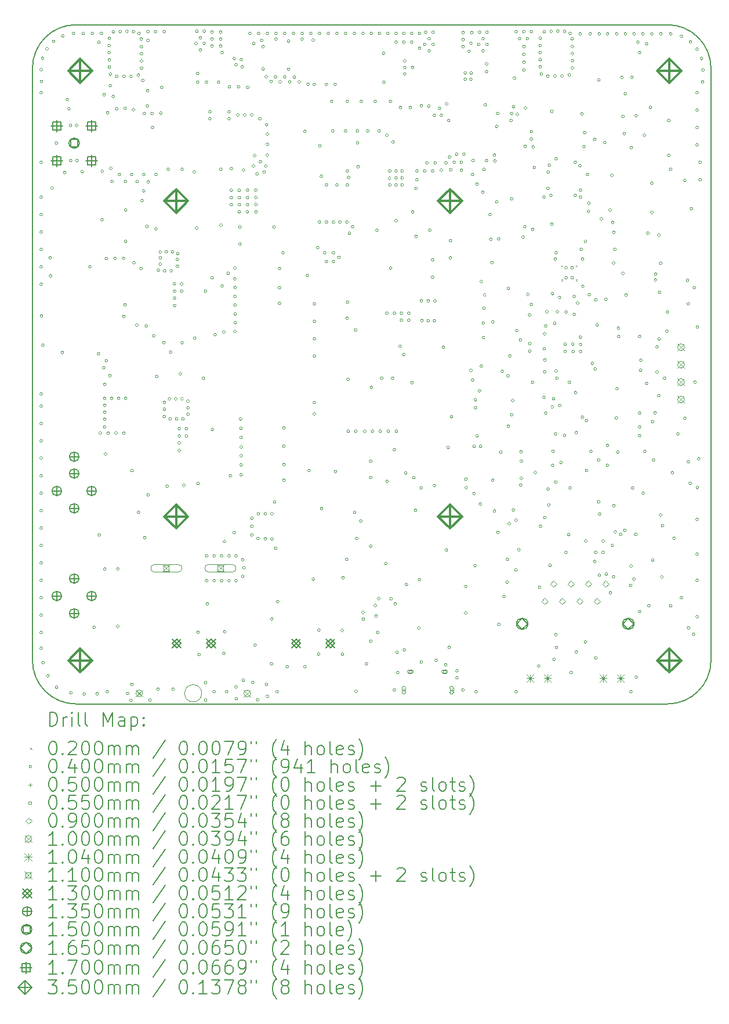
<source format=gbr>
%TF.GenerationSoftware,KiCad,Pcbnew,8.0.9-8.0.9-0~ubuntu24.04.1*%
%TF.CreationDate,2025-11-08T17:50:09+02:00*%
%TF.ProjectId,TACNPR,5441434e-5052-42e6-9b69-6361645f7063,rev?*%
%TF.SameCoordinates,Original*%
%TF.FileFunction,Drillmap*%
%TF.FilePolarity,Positive*%
%FSLAX45Y45*%
G04 Gerber Fmt 4.5, Leading zero omitted, Abs format (unit mm)*
G04 Created by KiCad (PCBNEW 8.0.9-8.0.9-0~ubuntu24.04.1) date 2025-11-08 17:50:09*
%MOMM*%
%LPD*%
G01*
G04 APERTURE LIST*
%ADD10C,0.200000*%
%ADD11C,0.120000*%
%ADD12C,0.100000*%
%ADD13C,0.104000*%
%ADD14C,0.110000*%
%ADD15C,0.130000*%
%ADD16C,0.135000*%
%ADD17C,0.150000*%
%ADD18C,0.165000*%
%ADD19C,0.170000*%
%ADD20C,0.350000*%
G04 APERTURE END LIST*
D10*
X9525000Y-3683000D02*
X18161000Y-3683000D01*
X18161000Y-13589000D02*
X9525000Y-13589000D01*
X18796000Y-4318000D02*
X18796000Y-12954000D01*
X9525000Y-13589000D02*
G75*
G02*
X8890000Y-12954000I0J635000D01*
G01*
X18161000Y-3683000D02*
G75*
G02*
X18796000Y-4318000I0J-635000D01*
G01*
X8890000Y-12954000D02*
X8890000Y-4318000D01*
X18796000Y-12954000D02*
G75*
G02*
X18161000Y-13589000I-635000J0D01*
G01*
X8890000Y-4318000D02*
G75*
G02*
X9525000Y-3683000I635000J0D01*
G01*
D11*
X11361500Y-13433620D02*
G75*
G02*
X11111500Y-13433620I-125000J0D01*
G01*
X11111500Y-13433620D02*
G75*
G02*
X11361500Y-13433620I125000J0D01*
G01*
D10*
D12*
X16610900Y-7187500D02*
X16630900Y-7207500D01*
X16630900Y-7187500D02*
X16610900Y-7207500D01*
X16610900Y-7397500D02*
X16630900Y-7417500D01*
X16630900Y-7397500D02*
X16610900Y-7417500D01*
X16820900Y-7187500D02*
X16840900Y-7207500D01*
X16840900Y-7187500D02*
X16820900Y-7207500D01*
X16820900Y-7397500D02*
X16840900Y-7417500D01*
X16840900Y-7397500D02*
X16820900Y-7417500D01*
X9037000Y-4338320D02*
G75*
G02*
X8997000Y-4338320I-20000J0D01*
G01*
X8997000Y-4338320D02*
G75*
G02*
X9037000Y-4338320I20000J0D01*
G01*
X9037000Y-4673600D02*
G75*
G02*
X8997000Y-4673600I-20000J0D01*
G01*
X8997000Y-4673600D02*
G75*
G02*
X9037000Y-4673600I20000J0D01*
G01*
X9037000Y-5689600D02*
G75*
G02*
X8997000Y-5689600I-20000J0D01*
G01*
X8997000Y-5689600D02*
G75*
G02*
X9037000Y-5689600I20000J0D01*
G01*
X9037000Y-6197600D02*
G75*
G02*
X8997000Y-6197600I-20000J0D01*
G01*
X8997000Y-6197600D02*
G75*
G02*
X9037000Y-6197600I20000J0D01*
G01*
X9037000Y-6451600D02*
G75*
G02*
X8997000Y-6451600I-20000J0D01*
G01*
X8997000Y-6451600D02*
G75*
G02*
X9037000Y-6451600I20000J0D01*
G01*
X9037000Y-6705600D02*
G75*
G02*
X8997000Y-6705600I-20000J0D01*
G01*
X8997000Y-6705600D02*
G75*
G02*
X9037000Y-6705600I20000J0D01*
G01*
X9037000Y-6959600D02*
G75*
G02*
X8997000Y-6959600I-20000J0D01*
G01*
X8997000Y-6959600D02*
G75*
G02*
X9037000Y-6959600I20000J0D01*
G01*
X9037000Y-7213600D02*
G75*
G02*
X8997000Y-7213600I-20000J0D01*
G01*
X8997000Y-7213600D02*
G75*
G02*
X9037000Y-7213600I20000J0D01*
G01*
X9037000Y-7467600D02*
G75*
G02*
X8997000Y-7467600I-20000J0D01*
G01*
X8997000Y-7467600D02*
G75*
G02*
X9037000Y-7467600I20000J0D01*
G01*
X9037000Y-9067800D02*
G75*
G02*
X8997000Y-9067800I-20000J0D01*
G01*
X8997000Y-9067800D02*
G75*
G02*
X9037000Y-9067800I20000J0D01*
G01*
X9037000Y-9245600D02*
G75*
G02*
X8997000Y-9245600I-20000J0D01*
G01*
X8997000Y-9245600D02*
G75*
G02*
X9037000Y-9245600I20000J0D01*
G01*
X9037000Y-9499600D02*
G75*
G02*
X8997000Y-9499600I-20000J0D01*
G01*
X8997000Y-9499600D02*
G75*
G02*
X9037000Y-9499600I20000J0D01*
G01*
X9037000Y-9753600D02*
G75*
G02*
X8997000Y-9753600I-20000J0D01*
G01*
X8997000Y-9753600D02*
G75*
G02*
X9037000Y-9753600I20000J0D01*
G01*
X9037000Y-10001250D02*
G75*
G02*
X8997000Y-10001250I-20000J0D01*
G01*
X8997000Y-10001250D02*
G75*
G02*
X9037000Y-10001250I20000J0D01*
G01*
X9037000Y-10261600D02*
G75*
G02*
X8997000Y-10261600I-20000J0D01*
G01*
X8997000Y-10261600D02*
G75*
G02*
X9037000Y-10261600I20000J0D01*
G01*
X9037000Y-10515600D02*
G75*
G02*
X8997000Y-10515600I-20000J0D01*
G01*
X8997000Y-10515600D02*
G75*
G02*
X9037000Y-10515600I20000J0D01*
G01*
X9037000Y-10769600D02*
G75*
G02*
X8997000Y-10769600I-20000J0D01*
G01*
X8997000Y-10769600D02*
G75*
G02*
X9037000Y-10769600I20000J0D01*
G01*
X9037000Y-11023600D02*
G75*
G02*
X8997000Y-11023600I-20000J0D01*
G01*
X8997000Y-11023600D02*
G75*
G02*
X9037000Y-11023600I20000J0D01*
G01*
X9037000Y-11277600D02*
G75*
G02*
X8997000Y-11277600I-20000J0D01*
G01*
X8997000Y-11277600D02*
G75*
G02*
X9037000Y-11277600I20000J0D01*
G01*
X9037000Y-11531600D02*
G75*
G02*
X8997000Y-11531600I-20000J0D01*
G01*
X8997000Y-11531600D02*
G75*
G02*
X9037000Y-11531600I20000J0D01*
G01*
X9037000Y-11785600D02*
G75*
G02*
X8997000Y-11785600I-20000J0D01*
G01*
X8997000Y-11785600D02*
G75*
G02*
X9037000Y-11785600I20000J0D01*
G01*
X9037000Y-12039600D02*
G75*
G02*
X8997000Y-12039600I-20000J0D01*
G01*
X8997000Y-12039600D02*
G75*
G02*
X9037000Y-12039600I20000J0D01*
G01*
X9037000Y-12293600D02*
G75*
G02*
X8997000Y-12293600I-20000J0D01*
G01*
X8997000Y-12293600D02*
G75*
G02*
X9037000Y-12293600I20000J0D01*
G01*
X9037000Y-12547600D02*
G75*
G02*
X8997000Y-12547600I-20000J0D01*
G01*
X8997000Y-12547600D02*
G75*
G02*
X9037000Y-12547600I20000J0D01*
G01*
X9037000Y-12776200D02*
G75*
G02*
X8997000Y-12776200I-20000J0D01*
G01*
X8997000Y-12776200D02*
G75*
G02*
X9037000Y-12776200I20000J0D01*
G01*
X9042080Y-4511040D02*
G75*
G02*
X9002080Y-4511040I-20000J0D01*
G01*
X9002080Y-4511040D02*
G75*
G02*
X9042080Y-4511040I20000J0D01*
G01*
X9042080Y-7929880D02*
G75*
G02*
X9002080Y-7929880I-20000J0D01*
G01*
X9002080Y-7929880D02*
G75*
G02*
X9042080Y-7929880I20000J0D01*
G01*
X9057320Y-4170680D02*
G75*
G02*
X9017320Y-4170680I-20000J0D01*
G01*
X9017320Y-4170680D02*
G75*
G02*
X9057320Y-4170680I20000J0D01*
G01*
X9062400Y-8356600D02*
G75*
G02*
X9022400Y-8356600I-20000J0D01*
G01*
X9022400Y-8356600D02*
G75*
G02*
X9062400Y-8356600I20000J0D01*
G01*
X9064940Y-12987020D02*
G75*
G02*
X9024940Y-12987020I-20000J0D01*
G01*
X9024940Y-12987020D02*
G75*
G02*
X9064940Y-12987020I20000J0D01*
G01*
X9123360Y-4033520D02*
G75*
G02*
X9083360Y-4033520I-20000J0D01*
G01*
X9083360Y-4033520D02*
G75*
G02*
X9123360Y-4033520I20000J0D01*
G01*
X9136060Y-13180060D02*
G75*
G02*
X9096060Y-13180060I-20000J0D01*
G01*
X9096060Y-13180060D02*
G75*
G02*
X9136060Y-13180060I20000J0D01*
G01*
X9169080Y-7081520D02*
G75*
G02*
X9129080Y-7081520I-20000J0D01*
G01*
X9129080Y-7081520D02*
G75*
G02*
X9169080Y-7081520I20000J0D01*
G01*
X9174160Y-7345680D02*
G75*
G02*
X9134160Y-7345680I-20000J0D01*
G01*
X9134160Y-7345680D02*
G75*
G02*
X9174160Y-7345680I20000J0D01*
G01*
X9199560Y-6065520D02*
G75*
G02*
X9159560Y-6065520I-20000J0D01*
G01*
X9159560Y-6065520D02*
G75*
G02*
X9199560Y-6065520I20000J0D01*
G01*
X9219880Y-3926840D02*
G75*
G02*
X9179880Y-3926840I-20000J0D01*
G01*
X9179880Y-3926840D02*
G75*
G02*
X9219880Y-3926840I20000J0D01*
G01*
X9260520Y-5410200D02*
G75*
G02*
X9220520Y-5410200I-20000J0D01*
G01*
X9220520Y-5410200D02*
G75*
G02*
X9260520Y-5410200I20000J0D01*
G01*
X9263060Y-13345160D02*
G75*
G02*
X9223060Y-13345160I-20000J0D01*
G01*
X9223060Y-13345160D02*
G75*
G02*
X9263060Y-13345160I20000J0D01*
G01*
X9346880Y-8463280D02*
G75*
G02*
X9306880Y-8463280I-20000J0D01*
G01*
X9306880Y-8463280D02*
G75*
G02*
X9346880Y-8463280I20000J0D01*
G01*
X9351960Y-3845560D02*
G75*
G02*
X9311960Y-3845560I-20000J0D01*
G01*
X9311960Y-3845560D02*
G75*
G02*
X9351960Y-3845560I20000J0D01*
G01*
X9381805Y-5837555D02*
G75*
G02*
X9341805Y-5837555I-20000J0D01*
G01*
X9341805Y-5837555D02*
G75*
G02*
X9381805Y-5837555I20000J0D01*
G01*
X9418000Y-4775200D02*
G75*
G02*
X9378000Y-4775200I-20000J0D01*
G01*
X9378000Y-4775200D02*
G75*
G02*
X9418000Y-4775200I20000J0D01*
G01*
X9443400Y-4908550D02*
G75*
G02*
X9403400Y-4908550I-20000J0D01*
G01*
X9403400Y-4908550D02*
G75*
G02*
X9443400Y-4908550I20000J0D01*
G01*
X9463720Y-5151120D02*
G75*
G02*
X9423720Y-5151120I-20000J0D01*
G01*
X9423720Y-5151120D02*
G75*
G02*
X9463720Y-5151120I20000J0D01*
G01*
X9468800Y-5664200D02*
G75*
G02*
X9428800Y-5664200I-20000J0D01*
G01*
X9428800Y-5664200D02*
G75*
G02*
X9468800Y-5664200I20000J0D01*
G01*
X9471340Y-13426440D02*
G75*
G02*
X9431340Y-13426440I-20000J0D01*
G01*
X9431340Y-13426440D02*
G75*
G02*
X9471340Y-13426440I20000J0D01*
G01*
X9509440Y-3810000D02*
G75*
G02*
X9469440Y-3810000I-20000J0D01*
G01*
X9469440Y-3810000D02*
G75*
G02*
X9509440Y-3810000I20000J0D01*
G01*
X9555160Y-5151120D02*
G75*
G02*
X9515160Y-5151120I-20000J0D01*
G01*
X9515160Y-5151120D02*
G75*
G02*
X9555160Y-5151120I20000J0D01*
G01*
X9560240Y-5664200D02*
G75*
G02*
X9520240Y-5664200I-20000J0D01*
G01*
X9520240Y-5664200D02*
G75*
G02*
X9560240Y-5664200I20000J0D01*
G01*
X9636440Y-5826760D02*
G75*
G02*
X9596440Y-5826760I-20000J0D01*
G01*
X9596440Y-5826760D02*
G75*
G02*
X9636440Y-5826760I20000J0D01*
G01*
X9651680Y-3810000D02*
G75*
G02*
X9611680Y-3810000I-20000J0D01*
G01*
X9611680Y-3810000D02*
G75*
G02*
X9651680Y-3810000I20000J0D01*
G01*
X9666920Y-13444220D02*
G75*
G02*
X9626920Y-13444220I-20000J0D01*
G01*
X9626920Y-13444220D02*
G75*
G02*
X9666920Y-13444220I20000J0D01*
G01*
X9748200Y-7213600D02*
G75*
G02*
X9708200Y-7213600I-20000J0D01*
G01*
X9708200Y-7213600D02*
G75*
G02*
X9748200Y-7213600I20000J0D01*
G01*
X9783760Y-3810000D02*
G75*
G02*
X9743760Y-3810000I-20000J0D01*
G01*
X9743760Y-3810000D02*
G75*
G02*
X9783760Y-3810000I20000J0D01*
G01*
X9811700Y-12471400D02*
G75*
G02*
X9771700Y-12471400I-20000J0D01*
G01*
X9771700Y-12471400D02*
G75*
G02*
X9811700Y-12471400I20000J0D01*
G01*
X9854880Y-13441680D02*
G75*
G02*
X9814880Y-13441680I-20000J0D01*
G01*
X9814880Y-13441680D02*
G75*
G02*
X9854880Y-13441680I20000J0D01*
G01*
X9875200Y-8483600D02*
G75*
G02*
X9835200Y-8483600I-20000J0D01*
G01*
X9835200Y-8483600D02*
G75*
G02*
X9875200Y-8483600I20000J0D01*
G01*
X9880280Y-3937000D02*
G75*
G02*
X9840280Y-3937000I-20000J0D01*
G01*
X9840280Y-3937000D02*
G75*
G02*
X9880280Y-3937000I20000J0D01*
G01*
X9886884Y-11123168D02*
G75*
G02*
X9846884Y-11123168I-20000J0D01*
G01*
X9846884Y-11123168D02*
G75*
G02*
X9886884Y-11123168I20000J0D01*
G01*
X9900600Y-9639300D02*
G75*
G02*
X9860600Y-9639300I-20000J0D01*
G01*
X9860600Y-9639300D02*
G75*
G02*
X9900600Y-9639300I20000J0D01*
G01*
X9915840Y-3810000D02*
G75*
G02*
X9875840Y-3810000I-20000J0D01*
G01*
X9875840Y-3810000D02*
G75*
G02*
X9915840Y-3810000I20000J0D01*
G01*
X9926000Y-6527800D02*
G75*
G02*
X9886000Y-6527800I-20000J0D01*
G01*
X9886000Y-6527800D02*
G75*
G02*
X9926000Y-6527800I20000J0D01*
G01*
X9928540Y-5819140D02*
G75*
G02*
X9888540Y-5819140I-20000J0D01*
G01*
X9888540Y-5819140D02*
G75*
G02*
X9928540Y-5819140I20000J0D01*
G01*
X9951400Y-8686800D02*
G75*
G02*
X9911400Y-8686800I-20000J0D01*
G01*
X9911400Y-8686800D02*
G75*
G02*
X9951400Y-8686800I20000J0D01*
G01*
X9956480Y-4704080D02*
G75*
G02*
X9916480Y-4704080I-20000J0D01*
G01*
X9916480Y-4704080D02*
G75*
G02*
X9956480Y-4704080I20000J0D01*
G01*
X9964100Y-8928100D02*
G75*
G02*
X9924100Y-8928100I-20000J0D01*
G01*
X9924100Y-8928100D02*
G75*
G02*
X9964100Y-8928100I20000J0D01*
G01*
X9964100Y-9131300D02*
G75*
G02*
X9924100Y-9131300I-20000J0D01*
G01*
X9924100Y-9131300D02*
G75*
G02*
X9964100Y-9131300I20000J0D01*
G01*
X9964100Y-9232900D02*
G75*
G02*
X9924100Y-9232900I-20000J0D01*
G01*
X9924100Y-9232900D02*
G75*
G02*
X9964100Y-9232900I20000J0D01*
G01*
X9964100Y-9334500D02*
G75*
G02*
X9924100Y-9334500I-20000J0D01*
G01*
X9924100Y-9334500D02*
G75*
G02*
X9964100Y-9334500I20000J0D01*
G01*
X9964100Y-9436100D02*
G75*
G02*
X9924100Y-9436100I-20000J0D01*
G01*
X9924100Y-9436100D02*
G75*
G02*
X9964100Y-9436100I20000J0D01*
G01*
X9964100Y-9550400D02*
G75*
G02*
X9924100Y-9550400I-20000J0D01*
G01*
X9924100Y-9550400D02*
G75*
G02*
X9964100Y-9550400I20000J0D01*
G01*
X9966640Y-11620500D02*
G75*
G02*
X9926640Y-11620500I-20000J0D01*
G01*
X9926640Y-11620500D02*
G75*
G02*
X9966640Y-11620500I20000J0D01*
G01*
X9976800Y-9944100D02*
G75*
G02*
X9936800Y-9944100I-20000J0D01*
G01*
X9936800Y-9944100D02*
G75*
G02*
X9976800Y-9944100I20000J0D01*
G01*
X9988484Y-7093966D02*
G75*
G02*
X9948484Y-7093966I-20000J0D01*
G01*
X9948484Y-7093966D02*
G75*
G02*
X9988484Y-7093966I20000J0D01*
G01*
X9989500Y-8585200D02*
G75*
G02*
X9949500Y-8585200I-20000J0D01*
G01*
X9949500Y-8585200D02*
G75*
G02*
X9989500Y-8585200I20000J0D01*
G01*
X10002200Y-13411200D02*
G75*
G02*
X9962200Y-13411200I-20000J0D01*
G01*
X9962200Y-13411200D02*
G75*
G02*
X10002200Y-13411200I20000J0D01*
G01*
X10008550Y-4965700D02*
G75*
G02*
X9968550Y-4965700I-20000J0D01*
G01*
X9968550Y-4965700D02*
G75*
G02*
X10008550Y-4965700I20000J0D01*
G01*
X10014900Y-9639300D02*
G75*
G02*
X9974900Y-9639300I-20000J0D01*
G01*
X9974900Y-9639300D02*
G75*
G02*
X10014900Y-9639300I20000J0D01*
G01*
X10030140Y-3987800D02*
G75*
G02*
X9990140Y-3987800I-20000J0D01*
G01*
X9990140Y-3987800D02*
G75*
G02*
X10030140Y-3987800I20000J0D01*
G01*
X10030140Y-4089400D02*
G75*
G02*
X9990140Y-4089400I-20000J0D01*
G01*
X9990140Y-4089400D02*
G75*
G02*
X10030140Y-4089400I20000J0D01*
G01*
X10032680Y-3881120D02*
G75*
G02*
X9992680Y-3881120I-20000J0D01*
G01*
X9992680Y-3881120D02*
G75*
G02*
X10032680Y-3881120I20000J0D01*
G01*
X10032680Y-4196080D02*
G75*
G02*
X9992680Y-4196080I-20000J0D01*
G01*
X9992680Y-4196080D02*
G75*
G02*
X10032680Y-4196080I20000J0D01*
G01*
X10032680Y-4300220D02*
G75*
G02*
X9992680Y-4300220I-20000J0D01*
G01*
X9992680Y-4300220D02*
G75*
G02*
X10032680Y-4300220I20000J0D01*
G01*
X10040300Y-8801100D02*
G75*
G02*
X10000300Y-8801100I-20000J0D01*
G01*
X10000300Y-8801100D02*
G75*
G02*
X10040300Y-8801100I20000J0D01*
G01*
X10047920Y-4404360D02*
G75*
G02*
X10007920Y-4404360I-20000J0D01*
G01*
X10007920Y-4404360D02*
G75*
G02*
X10047920Y-4404360I20000J0D01*
G01*
X10047920Y-4572000D02*
G75*
G02*
X10007920Y-4572000I-20000J0D01*
G01*
X10007920Y-4572000D02*
G75*
G02*
X10047920Y-4572000I20000J0D01*
G01*
X10053254Y-5776976D02*
G75*
G02*
X10013254Y-5776976I-20000J0D01*
G01*
X10013254Y-5776976D02*
G75*
G02*
X10053254Y-5776976I20000J0D01*
G01*
X10065700Y-9131300D02*
G75*
G02*
X10025700Y-9131300I-20000J0D01*
G01*
X10025700Y-9131300D02*
G75*
G02*
X10065700Y-9131300I20000J0D01*
G01*
X10073320Y-5969000D02*
G75*
G02*
X10033320Y-5969000I-20000J0D01*
G01*
X10033320Y-5969000D02*
G75*
G02*
X10073320Y-5969000I20000J0D01*
G01*
X10088560Y-4729480D02*
G75*
G02*
X10048560Y-4729480I-20000J0D01*
G01*
X10048560Y-4729480D02*
G75*
G02*
X10088560Y-4729480I20000J0D01*
G01*
X10091100Y-3787140D02*
G75*
G02*
X10051100Y-3787140I-20000J0D01*
G01*
X10051100Y-3787140D02*
G75*
G02*
X10091100Y-3787140I20000J0D01*
G01*
X10113960Y-7091680D02*
G75*
G02*
X10073960Y-7091680I-20000J0D01*
G01*
X10073960Y-7091680D02*
G75*
G02*
X10113960Y-7091680I20000J0D01*
G01*
X10129200Y-9639300D02*
G75*
G02*
X10089200Y-9639300I-20000J0D01*
G01*
X10089200Y-9639300D02*
G75*
G02*
X10129200Y-9639300I20000J0D01*
G01*
X10141900Y-4434840D02*
G75*
G02*
X10101900Y-4434840I-20000J0D01*
G01*
X10101900Y-4434840D02*
G75*
G02*
X10141900Y-4434840I20000J0D01*
G01*
X10141900Y-4908550D02*
G75*
G02*
X10101900Y-4908550I-20000J0D01*
G01*
X10101900Y-4908550D02*
G75*
G02*
X10141900Y-4908550I20000J0D01*
G01*
X10154600Y-12458700D02*
G75*
G02*
X10114600Y-12458700I-20000J0D01*
G01*
X10114600Y-12458700D02*
G75*
G02*
X10154600Y-12458700I20000J0D01*
G01*
X10157140Y-11620500D02*
G75*
G02*
X10117140Y-11620500I-20000J0D01*
G01*
X10117140Y-11620500D02*
G75*
G02*
X10157140Y-11620500I20000J0D01*
G01*
X10167300Y-9131300D02*
G75*
G02*
X10127300Y-9131300I-20000J0D01*
G01*
X10127300Y-9131300D02*
G75*
G02*
X10167300Y-9131300I20000J0D01*
G01*
X10180000Y-5867400D02*
G75*
G02*
X10140000Y-5867400I-20000J0D01*
G01*
X10140000Y-5867400D02*
G75*
G02*
X10180000Y-5867400I20000J0D01*
G01*
X10190160Y-3782060D02*
G75*
G02*
X10150160Y-3782060I-20000J0D01*
G01*
X10150160Y-3782060D02*
G75*
G02*
X10190160Y-3782060I20000J0D01*
G01*
X10239944Y-7091426D02*
G75*
G02*
X10199944Y-7091426I-20000J0D01*
G01*
X10199944Y-7091426D02*
G75*
G02*
X10239944Y-7091426I20000J0D01*
G01*
X10243500Y-7937500D02*
G75*
G02*
X10203500Y-7937500I-20000J0D01*
G01*
X10203500Y-7937500D02*
G75*
G02*
X10243500Y-7937500I20000J0D01*
G01*
X10243500Y-9639300D02*
G75*
G02*
X10203500Y-9639300I-20000J0D01*
G01*
X10203500Y-9639300D02*
G75*
G02*
X10243500Y-9639300I20000J0D01*
G01*
X10246040Y-4434840D02*
G75*
G02*
X10206040Y-4434840I-20000J0D01*
G01*
X10206040Y-4434840D02*
G75*
G02*
X10246040Y-4434840I20000J0D01*
G01*
X10261280Y-7767320D02*
G75*
G02*
X10221280Y-7767320I-20000J0D01*
G01*
X10221280Y-7767320D02*
G75*
G02*
X10261280Y-7767320I20000J0D01*
G01*
X10262550Y-4902200D02*
G75*
G02*
X10222550Y-4902200I-20000J0D01*
G01*
X10222550Y-4902200D02*
G75*
G02*
X10262550Y-4902200I20000J0D01*
G01*
X10266360Y-5969000D02*
G75*
G02*
X10226360Y-5969000I-20000J0D01*
G01*
X10226360Y-5969000D02*
G75*
G02*
X10266360Y-5969000I20000J0D01*
G01*
X10268900Y-9131300D02*
G75*
G02*
X10228900Y-9131300I-20000J0D01*
G01*
X10228900Y-9131300D02*
G75*
G02*
X10268900Y-9131300I20000J0D01*
G01*
X10271440Y-6385560D02*
G75*
G02*
X10231440Y-6385560I-20000J0D01*
G01*
X10231440Y-6385560D02*
G75*
G02*
X10271440Y-6385560I20000J0D01*
G01*
X10271440Y-6842760D02*
G75*
G02*
X10231440Y-6842760I-20000J0D01*
G01*
X10231440Y-6842760D02*
G75*
G02*
X10271440Y-6842760I20000J0D01*
G01*
X10289220Y-3779520D02*
G75*
G02*
X10249220Y-3779520I-20000J0D01*
G01*
X10249220Y-3779520D02*
G75*
G02*
X10289220Y-3779520I20000J0D01*
G01*
X10301920Y-13436600D02*
G75*
G02*
X10261920Y-13436600I-20000J0D01*
G01*
X10261920Y-13436600D02*
G75*
G02*
X10301920Y-13436600I20000J0D01*
G01*
X10347640Y-13538200D02*
G75*
G02*
X10307640Y-13538200I-20000J0D01*
G01*
X10307640Y-13538200D02*
G75*
G02*
X10347640Y-13538200I20000J0D01*
G01*
X10350180Y-4434840D02*
G75*
G02*
X10310180Y-4434840I-20000J0D01*
G01*
X10310180Y-4434840D02*
G75*
G02*
X10350180Y-4434840I20000J0D01*
G01*
X10357800Y-5867400D02*
G75*
G02*
X10317800Y-5867400I-20000J0D01*
G01*
X10317800Y-5867400D02*
G75*
G02*
X10357800Y-5867400I20000J0D01*
G01*
X10362880Y-10185400D02*
G75*
G02*
X10322880Y-10185400I-20000J0D01*
G01*
X10322880Y-10185400D02*
G75*
G02*
X10362880Y-10185400I20000J0D01*
G01*
X10362880Y-13304520D02*
G75*
G02*
X10322880Y-13304520I-20000J0D01*
G01*
X10322880Y-13304520D02*
G75*
G02*
X10362880Y-13304520I20000J0D01*
G01*
X10383200Y-4921250D02*
G75*
G02*
X10343200Y-4921250I-20000J0D01*
G01*
X10343200Y-4921250D02*
G75*
G02*
X10383200Y-4921250I20000J0D01*
G01*
X10385740Y-3782060D02*
G75*
G02*
X10345740Y-3782060I-20000J0D01*
G01*
X10345740Y-3782060D02*
G75*
G02*
X10385740Y-3782060I20000J0D01*
G01*
X10392344Y-7154672D02*
G75*
G02*
X10352344Y-7154672I-20000J0D01*
G01*
X10352344Y-7154672D02*
G75*
G02*
X10392344Y-7154672I20000J0D01*
G01*
X10434000Y-8064500D02*
G75*
G02*
X10394000Y-8064500I-20000J0D01*
G01*
X10394000Y-8064500D02*
G75*
G02*
X10434000Y-8064500I20000J0D01*
G01*
X10439080Y-5969000D02*
G75*
G02*
X10399080Y-5969000I-20000J0D01*
G01*
X10399080Y-5969000D02*
G75*
G02*
X10439080Y-5969000I20000J0D01*
G01*
X10456860Y-4417060D02*
G75*
G02*
X10416860Y-4417060I-20000J0D01*
G01*
X10416860Y-4417060D02*
G75*
G02*
X10456860Y-4417060I20000J0D01*
G01*
X10459400Y-10795000D02*
G75*
G02*
X10419400Y-10795000I-20000J0D01*
G01*
X10419400Y-10795000D02*
G75*
G02*
X10459400Y-10795000I20000J0D01*
G01*
X10467020Y-3810000D02*
G75*
G02*
X10427020Y-3810000I-20000J0D01*
G01*
X10427020Y-3810000D02*
G75*
G02*
X10467020Y-3810000I20000J0D01*
G01*
X10494960Y-7237730D02*
G75*
G02*
X10454960Y-7237730I-20000J0D01*
G01*
X10454960Y-7237730D02*
G75*
G02*
X10494960Y-7237730I20000J0D01*
G01*
X10497500Y-3891280D02*
G75*
G02*
X10457500Y-3891280I-20000J0D01*
G01*
X10457500Y-3891280D02*
G75*
G02*
X10497500Y-3891280I20000J0D01*
G01*
X10500040Y-4003040D02*
G75*
G02*
X10460040Y-4003040I-20000J0D01*
G01*
X10460040Y-4003040D02*
G75*
G02*
X10500040Y-4003040I20000J0D01*
G01*
X10500040Y-4104640D02*
G75*
G02*
X10460040Y-4104640I-20000J0D01*
G01*
X10460040Y-4104640D02*
G75*
G02*
X10500040Y-4104640I20000J0D01*
G01*
X10502580Y-4211320D02*
G75*
G02*
X10462580Y-4211320I-20000J0D01*
G01*
X10462580Y-4211320D02*
G75*
G02*
X10502580Y-4211320I20000J0D01*
G01*
X10502580Y-4315460D02*
G75*
G02*
X10462580Y-4315460I-20000J0D01*
G01*
X10462580Y-4315460D02*
G75*
G02*
X10502580Y-4315460I20000J0D01*
G01*
X10510200Y-6248400D02*
G75*
G02*
X10470200Y-6248400I-20000J0D01*
G01*
X10470200Y-6248400D02*
G75*
G02*
X10510200Y-6248400I20000J0D01*
G01*
X10520360Y-4495800D02*
G75*
G02*
X10480360Y-4495800I-20000J0D01*
G01*
X10480360Y-4495800D02*
G75*
G02*
X10520360Y-4495800I20000J0D01*
G01*
X10535600Y-5867400D02*
G75*
G02*
X10495600Y-5867400I-20000J0D01*
G01*
X10495600Y-5867400D02*
G75*
G02*
X10535600Y-5867400I20000J0D01*
G01*
X10535600Y-6106160D02*
G75*
G02*
X10495600Y-6106160I-20000J0D01*
G01*
X10495600Y-6106160D02*
G75*
G02*
X10535600Y-6106160I20000J0D01*
G01*
X10541950Y-4978400D02*
G75*
G02*
X10501950Y-4978400I-20000J0D01*
G01*
X10501950Y-4978400D02*
G75*
G02*
X10541950Y-4978400I20000J0D01*
G01*
X10548300Y-11163300D02*
G75*
G02*
X10508300Y-11163300I-20000J0D01*
G01*
X10508300Y-11163300D02*
G75*
G02*
X10548300Y-11163300I20000J0D01*
G01*
X10570700Y-8075100D02*
G75*
G02*
X10530700Y-8075100I-20000J0D01*
G01*
X10530700Y-8075100D02*
G75*
G02*
X10570700Y-8075100I20000J0D01*
G01*
X10581320Y-6624320D02*
G75*
G02*
X10541320Y-6624320I-20000J0D01*
G01*
X10541320Y-6624320D02*
G75*
G02*
X10581320Y-6624320I20000J0D01*
G01*
X10588940Y-4869180D02*
G75*
G02*
X10548940Y-4869180I-20000J0D01*
G01*
X10548940Y-4869180D02*
G75*
G02*
X10588940Y-4869180I20000J0D01*
G01*
X10591480Y-4643120D02*
G75*
G02*
X10551480Y-4643120I-20000J0D01*
G01*
X10551480Y-4643120D02*
G75*
G02*
X10591480Y-4643120I20000J0D01*
G01*
X10596560Y-3784600D02*
G75*
G02*
X10556560Y-3784600I-20000J0D01*
G01*
X10556560Y-3784600D02*
G75*
G02*
X10596560Y-3784600I20000J0D01*
G01*
X10596560Y-3911600D02*
G75*
G02*
X10556560Y-3911600I-20000J0D01*
G01*
X10556560Y-3911600D02*
G75*
G02*
X10596560Y-3911600I20000J0D01*
G01*
X10599100Y-10541000D02*
G75*
G02*
X10559100Y-10541000I-20000J0D01*
G01*
X10559100Y-10541000D02*
G75*
G02*
X10599100Y-10541000I20000J0D01*
G01*
X10601640Y-5974080D02*
G75*
G02*
X10561640Y-5974080I-20000J0D01*
G01*
X10561640Y-5974080D02*
G75*
G02*
X10601640Y-5974080I20000J0D01*
G01*
X10627040Y-13533120D02*
G75*
G02*
X10587040Y-13533120I-20000J0D01*
G01*
X10587040Y-13533120D02*
G75*
G02*
X10627040Y-13533120I20000J0D01*
G01*
X10656250Y-4978400D02*
G75*
G02*
X10616250Y-4978400I-20000J0D01*
G01*
X10616250Y-4978400D02*
G75*
G02*
X10656250Y-4978400I20000J0D01*
G01*
X10662600Y-5181600D02*
G75*
G02*
X10622600Y-5181600I-20000J0D01*
G01*
X10622600Y-5181600D02*
G75*
G02*
X10662600Y-5181600I20000J0D01*
G01*
X10680380Y-8218932D02*
G75*
G02*
X10640380Y-8218932I-20000J0D01*
G01*
X10640380Y-8218932D02*
G75*
G02*
X10680380Y-8218932I20000J0D01*
G01*
X10708320Y-3784600D02*
G75*
G02*
X10668320Y-3784600I-20000J0D01*
G01*
X10668320Y-3784600D02*
G75*
G02*
X10708320Y-3784600I20000J0D01*
G01*
X10713400Y-5867400D02*
G75*
G02*
X10673400Y-5867400I-20000J0D01*
G01*
X10673400Y-5867400D02*
G75*
G02*
X10713400Y-5867400I20000J0D01*
G01*
X10713400Y-6659880D02*
G75*
G02*
X10673400Y-6659880I-20000J0D01*
G01*
X10673400Y-6659880D02*
G75*
G02*
X10713400Y-6659880I20000J0D01*
G01*
X10726100Y-8813800D02*
G75*
G02*
X10686100Y-8813800I-20000J0D01*
G01*
X10686100Y-8813800D02*
G75*
G02*
X10726100Y-8813800I20000J0D01*
G01*
X10743880Y-13373100D02*
G75*
G02*
X10703880Y-13373100I-20000J0D01*
G01*
X10703880Y-13373100D02*
G75*
G02*
X10743880Y-13373100I20000J0D01*
G01*
X10748452Y-7262368D02*
G75*
G02*
X10708452Y-7262368I-20000J0D01*
G01*
X10708452Y-7262368D02*
G75*
G02*
X10748452Y-7262368I20000J0D01*
G01*
X10775376Y-6996176D02*
G75*
G02*
X10735376Y-6996176I-20000J0D01*
G01*
X10735376Y-6996176D02*
G75*
G02*
X10775376Y-6996176I20000J0D01*
G01*
X10775376Y-7174484D02*
G75*
G02*
X10735376Y-7174484I-20000J0D01*
G01*
X10735376Y-7174484D02*
G75*
G02*
X10775376Y-7174484I20000J0D01*
G01*
X10776392Y-7081520D02*
G75*
G02*
X10736392Y-7081520I-20000J0D01*
G01*
X10736392Y-7081520D02*
G75*
G02*
X10776392Y-7081520I20000J0D01*
G01*
X10783250Y-4972050D02*
G75*
G02*
X10743250Y-4972050I-20000J0D01*
G01*
X10743250Y-4972050D02*
G75*
G02*
X10783250Y-4972050I20000J0D01*
G01*
X10796204Y-4597400D02*
G75*
G02*
X10756204Y-4597400I-20000J0D01*
G01*
X10756204Y-4597400D02*
G75*
G02*
X10796204Y-4597400I20000J0D01*
G01*
X10827700Y-8318500D02*
G75*
G02*
X10787700Y-8318500I-20000J0D01*
G01*
X10787700Y-8318500D02*
G75*
G02*
X10827700Y-8318500I20000J0D01*
G01*
X10834558Y-9395714D02*
G75*
G02*
X10794558Y-9395714I-20000J0D01*
G01*
X10794558Y-9395714D02*
G75*
G02*
X10834558Y-9395714I20000J0D01*
G01*
X10835320Y-3784600D02*
G75*
G02*
X10795320Y-3784600I-20000J0D01*
G01*
X10795320Y-3784600D02*
G75*
G02*
X10835320Y-3784600I20000J0D01*
G01*
X10835828Y-9190990D02*
G75*
G02*
X10795828Y-9190990I-20000J0D01*
G01*
X10795828Y-9190990D02*
G75*
G02*
X10835828Y-9190990I20000J0D01*
G01*
X10835828Y-9290050D02*
G75*
G02*
X10795828Y-9290050I-20000J0D01*
G01*
X10795828Y-9290050D02*
G75*
G02*
X10835828Y-9290050I20000J0D01*
G01*
X10838622Y-7272274D02*
G75*
G02*
X10798622Y-7272274I-20000J0D01*
G01*
X10798622Y-7272274D02*
G75*
G02*
X10838622Y-7272274I20000J0D01*
G01*
X10865038Y-6993382D02*
G75*
G02*
X10825038Y-6993382I-20000J0D01*
G01*
X10825038Y-6993382D02*
G75*
G02*
X10865038Y-6993382I20000J0D01*
G01*
X10877484Y-10414000D02*
G75*
G02*
X10837484Y-10414000I-20000J0D01*
G01*
X10837484Y-10414000D02*
G75*
G02*
X10877484Y-10414000I20000J0D01*
G01*
X10891200Y-5791200D02*
G75*
G02*
X10851200Y-5791200I-20000J0D01*
G01*
X10851200Y-5791200D02*
G75*
G02*
X10891200Y-5791200I20000J0D01*
G01*
X10909996Y-9139428D02*
G75*
G02*
X10869996Y-9139428I-20000J0D01*
G01*
X10869996Y-9139428D02*
G75*
G02*
X10909996Y-9139428I20000J0D01*
G01*
X10919902Y-9430766D02*
G75*
G02*
X10879902Y-9430766I-20000J0D01*
G01*
X10879902Y-9430766D02*
G75*
G02*
X10919902Y-9430766I20000J0D01*
G01*
X10929300Y-8458200D02*
G75*
G02*
X10889300Y-8458200I-20000J0D01*
G01*
X10889300Y-8458200D02*
G75*
G02*
X10929300Y-8458200I20000J0D01*
G01*
X10933110Y-7270496D02*
G75*
G02*
X10893110Y-7270496I-20000J0D01*
G01*
X10893110Y-7270496D02*
G75*
G02*
X10933110Y-7270496I20000J0D01*
G01*
X10953684Y-6994652D02*
G75*
G02*
X10913684Y-6994652I-20000J0D01*
G01*
X10913684Y-6994652D02*
G75*
G02*
X10953684Y-6994652I20000J0D01*
G01*
X10962320Y-13373100D02*
G75*
G02*
X10922320Y-13373100I-20000J0D01*
G01*
X10922320Y-13373100D02*
G75*
G02*
X10962320Y-13373100I20000J0D01*
G01*
X10983910Y-7461250D02*
G75*
G02*
X10943910Y-7461250I-20000J0D01*
G01*
X10943910Y-7461250D02*
G75*
G02*
X10983910Y-7461250I20000J0D01*
G01*
X10985180Y-7569200D02*
G75*
G02*
X10945180Y-7569200I-20000J0D01*
G01*
X10945180Y-7569200D02*
G75*
G02*
X10985180Y-7569200I20000J0D01*
G01*
X10985180Y-7669530D02*
G75*
G02*
X10945180Y-7669530I-20000J0D01*
G01*
X10945180Y-7669530D02*
G75*
G02*
X10985180Y-7669530I20000J0D01*
G01*
X10985180Y-7778750D02*
G75*
G02*
X10945180Y-7778750I-20000J0D01*
G01*
X10945180Y-7778750D02*
G75*
G02*
X10985180Y-7778750I20000J0D01*
G01*
X11002452Y-9139428D02*
G75*
G02*
X10962452Y-9139428I-20000J0D01*
G01*
X10962452Y-9139428D02*
G75*
G02*
X11002452Y-9139428I20000J0D01*
G01*
X11014390Y-9431782D02*
G75*
G02*
X10974390Y-9431782I-20000J0D01*
G01*
X10974390Y-9431782D02*
G75*
G02*
X11014390Y-9431782I20000J0D01*
G01*
X11026074Y-7104888D02*
G75*
G02*
X10986074Y-7104888I-20000J0D01*
G01*
X10986074Y-7104888D02*
G75*
G02*
X11026074Y-7104888I20000J0D01*
G01*
X11026836Y-7204456D02*
G75*
G02*
X10986836Y-7204456I-20000J0D01*
G01*
X10986836Y-7204456D02*
G75*
G02*
X11026836Y-7204456I20000J0D01*
G01*
X11030646Y-7020306D02*
G75*
G02*
X10990646Y-7020306I-20000J0D01*
G01*
X10990646Y-7020306D02*
G75*
G02*
X11030646Y-7020306I20000J0D01*
G01*
X11052490Y-9574530D02*
G75*
G02*
X11012490Y-9574530I-20000J0D01*
G01*
X11012490Y-9574530D02*
G75*
G02*
X11052490Y-9574530I20000J0D01*
G01*
X11053760Y-9682480D02*
G75*
G02*
X11013760Y-9682480I-20000J0D01*
G01*
X11013760Y-9682480D02*
G75*
G02*
X11053760Y-9682480I20000J0D01*
G01*
X11053760Y-9782810D02*
G75*
G02*
X11013760Y-9782810I-20000J0D01*
G01*
X11013760Y-9782810D02*
G75*
G02*
X11053760Y-9782810I20000J0D01*
G01*
X11053760Y-9892030D02*
G75*
G02*
X11013760Y-9892030I-20000J0D01*
G01*
X11013760Y-9892030D02*
G75*
G02*
X11053760Y-9892030I20000J0D01*
G01*
X11069000Y-8775700D02*
G75*
G02*
X11029000Y-8775700I-20000J0D01*
G01*
X11029000Y-8775700D02*
G75*
G02*
X11069000Y-8775700I20000J0D01*
G01*
X11086780Y-7461250D02*
G75*
G02*
X11046780Y-7461250I-20000J0D01*
G01*
X11046780Y-7461250D02*
G75*
G02*
X11086780Y-7461250I20000J0D01*
G01*
X11088050Y-7567930D02*
G75*
G02*
X11048050Y-7567930I-20000J0D01*
G01*
X11048050Y-7567930D02*
G75*
G02*
X11088050Y-7567930I20000J0D01*
G01*
X11093638Y-9138412D02*
G75*
G02*
X11053638Y-9138412I-20000J0D01*
G01*
X11053638Y-9138412D02*
G75*
G02*
X11093638Y-9138412I20000J0D01*
G01*
X11094400Y-5791200D02*
G75*
G02*
X11054400Y-5791200I-20000J0D01*
G01*
X11054400Y-5791200D02*
G75*
G02*
X11094400Y-5791200I20000J0D01*
G01*
X11094400Y-8319516D02*
G75*
G02*
X11054400Y-8319516I-20000J0D01*
G01*
X11054400Y-8319516D02*
G75*
G02*
X11094400Y-8319516I20000J0D01*
G01*
X11107608Y-9431782D02*
G75*
G02*
X11067608Y-9431782I-20000J0D01*
G01*
X11067608Y-9431782D02*
G75*
G02*
X11107608Y-9431782I20000J0D01*
G01*
X11119800Y-10401300D02*
G75*
G02*
X11079800Y-10401300I-20000J0D01*
G01*
X11079800Y-10401300D02*
G75*
G02*
X11119800Y-10401300I20000J0D01*
G01*
X11155360Y-9574530D02*
G75*
G02*
X11115360Y-9574530I-20000J0D01*
G01*
X11115360Y-9574530D02*
G75*
G02*
X11155360Y-9574530I20000J0D01*
G01*
X11156630Y-9681210D02*
G75*
G02*
X11116630Y-9681210I-20000J0D01*
G01*
X11116630Y-9681210D02*
G75*
G02*
X11156630Y-9681210I20000J0D01*
G01*
X11179490Y-9172194D02*
G75*
G02*
X11139490Y-9172194I-20000J0D01*
G01*
X11139490Y-9172194D02*
G75*
G02*
X11179490Y-9172194I20000J0D01*
G01*
X11181522Y-9362186D02*
G75*
G02*
X11141522Y-9362186I-20000J0D01*
G01*
X11141522Y-9362186D02*
G75*
G02*
X11181522Y-9362186I20000J0D01*
G01*
X11182792Y-9271000D02*
G75*
G02*
X11142792Y-9271000I-20000J0D01*
G01*
X11142792Y-9271000D02*
G75*
G02*
X11182792Y-9271000I20000J0D01*
G01*
X11272200Y-5829300D02*
G75*
G02*
X11232200Y-5829300I-20000J0D01*
G01*
X11232200Y-5829300D02*
G75*
G02*
X11272200Y-5829300I20000J0D01*
G01*
X11279566Y-8252714D02*
G75*
G02*
X11239566Y-8252714I-20000J0D01*
G01*
X11239566Y-8252714D02*
G75*
G02*
X11279566Y-8252714I20000J0D01*
G01*
X11297600Y-3956050D02*
G75*
G02*
X11257600Y-3956050I-20000J0D01*
G01*
X11257600Y-3956050D02*
G75*
G02*
X11297600Y-3956050I20000J0D01*
G01*
X11307760Y-6649720D02*
G75*
G02*
X11267760Y-6649720I-20000J0D01*
G01*
X11267760Y-6649720D02*
G75*
G02*
X11307760Y-6649720I20000J0D01*
G01*
X11310300Y-3778250D02*
G75*
G02*
X11270300Y-3778250I-20000J0D01*
G01*
X11270300Y-3778250D02*
G75*
G02*
X11310300Y-3778250I20000J0D01*
G01*
X11323000Y-4394200D02*
G75*
G02*
X11283000Y-4394200I-20000J0D01*
G01*
X11283000Y-4394200D02*
G75*
G02*
X11323000Y-4394200I20000J0D01*
G01*
X11323000Y-4521200D02*
G75*
G02*
X11283000Y-4521200I-20000J0D01*
G01*
X11283000Y-4521200D02*
G75*
G02*
X11323000Y-4521200I20000J0D01*
G01*
X11328080Y-12542520D02*
G75*
G02*
X11288080Y-12542520I-20000J0D01*
G01*
X11288080Y-12542520D02*
G75*
G02*
X11328080Y-12542520I20000J0D01*
G01*
X11328842Y-10373360D02*
G75*
G02*
X11288842Y-10373360I-20000J0D01*
G01*
X11288842Y-10373360D02*
G75*
G02*
X11328842Y-10373360I20000J0D01*
G01*
X11343320Y-12867640D02*
G75*
G02*
X11303320Y-12867640I-20000J0D01*
G01*
X11303320Y-12867640D02*
G75*
G02*
X11343320Y-12867640I20000J0D01*
G01*
X11361100Y-3873500D02*
G75*
G02*
X11321100Y-3873500I-20000J0D01*
G01*
X11321100Y-3873500D02*
G75*
G02*
X11361100Y-3873500I20000J0D01*
G01*
X11361100Y-4051300D02*
G75*
G02*
X11321100Y-4051300I-20000J0D01*
G01*
X11321100Y-4051300D02*
G75*
G02*
X11361100Y-4051300I20000J0D01*
G01*
X11405550Y-8839200D02*
G75*
G02*
X11365550Y-8839200I-20000J0D01*
G01*
X11365550Y-8839200D02*
G75*
G02*
X11405550Y-8839200I20000J0D01*
G01*
X11418250Y-3778250D02*
G75*
G02*
X11378250Y-3778250I-20000J0D01*
G01*
X11378250Y-3778250D02*
G75*
G02*
X11418250Y-3778250I20000J0D01*
G01*
X11418250Y-3956050D02*
G75*
G02*
X11378250Y-3956050I-20000J0D01*
G01*
X11378250Y-3956050D02*
G75*
G02*
X11418250Y-3956050I20000J0D01*
G01*
X11436792Y-7569708D02*
G75*
G02*
X11396792Y-7569708I-20000J0D01*
G01*
X11396792Y-7569708D02*
G75*
G02*
X11436792Y-7569708I20000J0D01*
G01*
X11439840Y-13279120D02*
G75*
G02*
X11399840Y-13279120I-20000J0D01*
G01*
X11399840Y-13279120D02*
G75*
G02*
X11439840Y-13279120I20000J0D01*
G01*
X11439840Y-13533120D02*
G75*
G02*
X11399840Y-13533120I-20000J0D01*
G01*
X11399840Y-13533120D02*
G75*
G02*
X11439840Y-13533120I20000J0D01*
G01*
X11450000Y-4521200D02*
G75*
G02*
X11410000Y-4521200I-20000J0D01*
G01*
X11410000Y-4521200D02*
G75*
G02*
X11450000Y-4521200I20000J0D01*
G01*
X11452540Y-11430000D02*
G75*
G02*
X11412540Y-11430000I-20000J0D01*
G01*
X11412540Y-11430000D02*
G75*
G02*
X11452540Y-11430000I20000J0D01*
G01*
X11452540Y-11790680D02*
G75*
G02*
X11412540Y-11790680I-20000J0D01*
G01*
X11412540Y-11790680D02*
G75*
G02*
X11452540Y-11790680I20000J0D01*
G01*
X11462700Y-12128500D02*
G75*
G02*
X11422700Y-12128500I-20000J0D01*
G01*
X11422700Y-12128500D02*
G75*
G02*
X11462700Y-12128500I20000J0D01*
G01*
X11500800Y-4953000D02*
G75*
G02*
X11460800Y-4953000I-20000J0D01*
G01*
X11460800Y-4953000D02*
G75*
G02*
X11500800Y-4953000I20000J0D01*
G01*
X11500800Y-5054600D02*
G75*
G02*
X11460800Y-5054600I-20000J0D01*
G01*
X11460800Y-5054600D02*
G75*
G02*
X11500800Y-5054600I20000J0D01*
G01*
X11531280Y-3789680D02*
G75*
G02*
X11491280Y-3789680I-20000J0D01*
G01*
X11491280Y-3789680D02*
G75*
G02*
X11531280Y-3789680I20000J0D01*
G01*
X11531280Y-3891280D02*
G75*
G02*
X11491280Y-3891280I-20000J0D01*
G01*
X11491280Y-3891280D02*
G75*
G02*
X11531280Y-3891280I20000J0D01*
G01*
X11531280Y-3992880D02*
G75*
G02*
X11491280Y-3992880I-20000J0D01*
G01*
X11491280Y-3992880D02*
G75*
G02*
X11531280Y-3992880I20000J0D01*
G01*
X11532550Y-7372350D02*
G75*
G02*
X11492550Y-7372350I-20000J0D01*
G01*
X11492550Y-7372350D02*
G75*
G02*
X11532550Y-7372350I20000J0D01*
G01*
X11536360Y-9585960D02*
G75*
G02*
X11496360Y-9585960I-20000J0D01*
G01*
X11496360Y-9585960D02*
G75*
G02*
X11536360Y-9585960I20000J0D01*
G01*
X11561760Y-11430000D02*
G75*
G02*
X11521760Y-11430000I-20000J0D01*
G01*
X11521760Y-11430000D02*
G75*
G02*
X11561760Y-11430000I20000J0D01*
G01*
X11561760Y-11790680D02*
G75*
G02*
X11521760Y-11790680I-20000J0D01*
G01*
X11521760Y-11790680D02*
G75*
G02*
X11561760Y-11790680I20000J0D01*
G01*
X11561760Y-13411200D02*
G75*
G02*
X11521760Y-13411200I-20000J0D01*
G01*
X11521760Y-13411200D02*
G75*
G02*
X11561760Y-13411200I20000J0D01*
G01*
X11577000Y-8204200D02*
G75*
G02*
X11537000Y-8204200I-20000J0D01*
G01*
X11537000Y-8204200D02*
G75*
G02*
X11577000Y-8204200I20000J0D01*
G01*
X11627800Y-4521200D02*
G75*
G02*
X11587800Y-4521200I-20000J0D01*
G01*
X11587800Y-4521200D02*
G75*
G02*
X11627800Y-4521200I20000J0D01*
G01*
X11658280Y-3789680D02*
G75*
G02*
X11618280Y-3789680I-20000J0D01*
G01*
X11618280Y-3789680D02*
G75*
G02*
X11658280Y-3789680I20000J0D01*
G01*
X11658280Y-3891280D02*
G75*
G02*
X11618280Y-3891280I-20000J0D01*
G01*
X11618280Y-3891280D02*
G75*
G02*
X11658280Y-3891280I20000J0D01*
G01*
X11658280Y-3992880D02*
G75*
G02*
X11618280Y-3992880I-20000J0D01*
G01*
X11618280Y-3992880D02*
G75*
G02*
X11658280Y-3992880I20000J0D01*
G01*
X11660820Y-5791200D02*
G75*
G02*
X11620820Y-5791200I-20000J0D01*
G01*
X11620820Y-5791200D02*
G75*
G02*
X11660820Y-5791200I20000J0D01*
G01*
X11663200Y-6607600D02*
G75*
G02*
X11623200Y-6607600I-20000J0D01*
G01*
X11623200Y-6607600D02*
G75*
G02*
X11663200Y-6607600I20000J0D01*
G01*
X11670980Y-11430000D02*
G75*
G02*
X11630980Y-11430000I-20000J0D01*
G01*
X11630980Y-11430000D02*
G75*
G02*
X11670980Y-11430000I20000J0D01*
G01*
X11670980Y-11790680D02*
G75*
G02*
X11630980Y-11790680I-20000J0D01*
G01*
X11630980Y-11790680D02*
G75*
G02*
X11670980Y-11790680I20000J0D01*
G01*
X11678600Y-4089400D02*
G75*
G02*
X11638600Y-4089400I-20000J0D01*
G01*
X11638600Y-4089400D02*
G75*
G02*
X11678600Y-4089400I20000J0D01*
G01*
X11678600Y-7493000D02*
G75*
G02*
X11638600Y-7493000I-20000J0D01*
G01*
X11638600Y-7493000D02*
G75*
G02*
X11678600Y-7493000I20000J0D01*
G01*
X11702920Y-12852400D02*
G75*
G02*
X11662920Y-12852400I-20000J0D01*
G01*
X11662920Y-12852400D02*
G75*
G02*
X11702920Y-12852400I20000J0D01*
G01*
X11704000Y-8166100D02*
G75*
G02*
X11664000Y-8166100I-20000J0D01*
G01*
X11664000Y-8166100D02*
G75*
G02*
X11704000Y-8166100I20000J0D01*
G01*
X11713200Y-11220100D02*
G75*
G02*
X11673200Y-11220100I-20000J0D01*
G01*
X11673200Y-11220100D02*
G75*
G02*
X11713200Y-11220100I20000J0D01*
G01*
X11715620Y-12534900D02*
G75*
G02*
X11675620Y-12534900I-20000J0D01*
G01*
X11675620Y-12534900D02*
G75*
G02*
X11715620Y-12534900I20000J0D01*
G01*
X11744640Y-13411200D02*
G75*
G02*
X11704640Y-13411200I-20000J0D01*
G01*
X11704640Y-13411200D02*
G75*
G02*
X11744640Y-13411200I20000J0D01*
G01*
X11767500Y-7308850D02*
G75*
G02*
X11727500Y-7308850I-20000J0D01*
G01*
X11727500Y-7308850D02*
G75*
G02*
X11767500Y-7308850I20000J0D01*
G01*
X11780200Y-4953000D02*
G75*
G02*
X11740200Y-4953000I-20000J0D01*
G01*
X11740200Y-4953000D02*
G75*
G02*
X11780200Y-4953000I20000J0D01*
G01*
X11780200Y-5054600D02*
G75*
G02*
X11740200Y-5054600I-20000J0D01*
G01*
X11740200Y-5054600D02*
G75*
G02*
X11780200Y-5054600I20000J0D01*
G01*
X11780200Y-11430000D02*
G75*
G02*
X11740200Y-11430000I-20000J0D01*
G01*
X11740200Y-11430000D02*
G75*
G02*
X11780200Y-11430000I20000J0D01*
G01*
X11780200Y-11790680D02*
G75*
G02*
X11740200Y-11790680I-20000J0D01*
G01*
X11740200Y-11790680D02*
G75*
G02*
X11780200Y-11790680I20000J0D01*
G01*
X11785280Y-4588510D02*
G75*
G02*
X11745280Y-4588510I-20000J0D01*
G01*
X11745280Y-4588510D02*
G75*
G02*
X11785280Y-4588510I20000J0D01*
G01*
X11800520Y-10261600D02*
G75*
G02*
X11760520Y-10261600I-20000J0D01*
G01*
X11760520Y-10261600D02*
G75*
G02*
X11800520Y-10261600I20000J0D01*
G01*
X11813200Y-5782600D02*
G75*
G02*
X11773200Y-5782600I-20000J0D01*
G01*
X11773200Y-5782600D02*
G75*
G02*
X11813200Y-5782600I20000J0D01*
G01*
X11813220Y-6097270D02*
G75*
G02*
X11773220Y-6097270I-20000J0D01*
G01*
X11773220Y-6097270D02*
G75*
G02*
X11813220Y-6097270I20000J0D01*
G01*
X11813220Y-6203950D02*
G75*
G02*
X11773220Y-6203950I-20000J0D01*
G01*
X11773220Y-6203950D02*
G75*
G02*
X11813220Y-6203950I20000J0D01*
G01*
X11813220Y-6305550D02*
G75*
G02*
X11773220Y-6305550I-20000J0D01*
G01*
X11773220Y-6305550D02*
G75*
G02*
X11813220Y-6305550I20000J0D01*
G01*
X11853860Y-11089640D02*
G75*
G02*
X11813860Y-11089640I-20000J0D01*
G01*
X11813860Y-11089640D02*
G75*
G02*
X11853860Y-11089640I20000J0D01*
G01*
X11856400Y-4175760D02*
G75*
G02*
X11816400Y-4175760I-20000J0D01*
G01*
X11816400Y-4175760D02*
G75*
G02*
X11856400Y-4175760I20000J0D01*
G01*
X11864528Y-7387844D02*
G75*
G02*
X11824528Y-7387844I-20000J0D01*
G01*
X11824528Y-7387844D02*
G75*
G02*
X11864528Y-7387844I20000J0D01*
G01*
X11865036Y-7233920D02*
G75*
G02*
X11825036Y-7233920I-20000J0D01*
G01*
X11825036Y-7233920D02*
G75*
G02*
X11865036Y-7233920I20000J0D01*
G01*
X11865036Y-8157718D02*
G75*
G02*
X11825036Y-8157718I-20000J0D01*
G01*
X11825036Y-8157718D02*
G75*
G02*
X11865036Y-8157718I20000J0D01*
G01*
X11867068Y-7645400D02*
G75*
G02*
X11827068Y-7645400I-20000J0D01*
G01*
X11827068Y-7645400D02*
G75*
G02*
X11867068Y-7645400I20000J0D01*
G01*
X11868592Y-7514844D02*
G75*
G02*
X11828592Y-7514844I-20000J0D01*
G01*
X11828592Y-7514844D02*
G75*
G02*
X11868592Y-7514844I20000J0D01*
G01*
X11868592Y-7771384D02*
G75*
G02*
X11828592Y-7771384I-20000J0D01*
G01*
X11828592Y-7771384D02*
G75*
G02*
X11868592Y-7771384I20000J0D01*
G01*
X11868846Y-7901178D02*
G75*
G02*
X11828846Y-7901178I-20000J0D01*
G01*
X11828846Y-7901178D02*
G75*
G02*
X11868846Y-7901178I20000J0D01*
G01*
X11871386Y-8028178D02*
G75*
G02*
X11831386Y-8028178I-20000J0D01*
G01*
X11831386Y-8028178D02*
G75*
G02*
X11871386Y-8028178I20000J0D01*
G01*
X11881800Y-4267200D02*
G75*
G02*
X11841800Y-4267200I-20000J0D01*
G01*
X11841800Y-4267200D02*
G75*
G02*
X11881800Y-4267200I20000J0D01*
G01*
X11881800Y-11430000D02*
G75*
G02*
X11841800Y-11430000I-20000J0D01*
G01*
X11841800Y-11430000D02*
G75*
G02*
X11881800Y-11430000I20000J0D01*
G01*
X11881800Y-11790680D02*
G75*
G02*
X11841800Y-11790680I-20000J0D01*
G01*
X11841800Y-11790680D02*
G75*
G02*
X11881800Y-11790680I20000J0D01*
G01*
X11881800Y-13340080D02*
G75*
G02*
X11841800Y-13340080I-20000J0D01*
G01*
X11841800Y-13340080D02*
G75*
G02*
X11881800Y-13340080I20000J0D01*
G01*
X11886880Y-13512800D02*
G75*
G02*
X11846880Y-13512800I-20000J0D01*
G01*
X11846880Y-13512800D02*
G75*
G02*
X11886880Y-13512800I20000J0D01*
G01*
X11907200Y-4998720D02*
G75*
G02*
X11867200Y-4998720I-20000J0D01*
G01*
X11867200Y-4998720D02*
G75*
G02*
X11907200Y-4998720I20000J0D01*
G01*
X11917360Y-4588510D02*
G75*
G02*
X11877360Y-4588510I-20000J0D01*
G01*
X11877360Y-4588510D02*
G75*
G02*
X11917360Y-4588510I20000J0D01*
G01*
X11930060Y-6097270D02*
G75*
G02*
X11890060Y-6097270I-20000J0D01*
G01*
X11890060Y-6097270D02*
G75*
G02*
X11930060Y-6097270I20000J0D01*
G01*
X11930060Y-6203950D02*
G75*
G02*
X11890060Y-6203950I-20000J0D01*
G01*
X11890060Y-6203950D02*
G75*
G02*
X11930060Y-6203950I20000J0D01*
G01*
X11930060Y-6305550D02*
G75*
G02*
X11890060Y-6305550I-20000J0D01*
G01*
X11890060Y-6305550D02*
G75*
G02*
X11930060Y-6305550I20000J0D01*
G01*
X11930060Y-6410960D02*
G75*
G02*
X11890060Y-6410960I-20000J0D01*
G01*
X11890060Y-6410960D02*
G75*
G02*
X11930060Y-6410960I20000J0D01*
G01*
X11938200Y-6632600D02*
G75*
G02*
X11898200Y-6632600I-20000J0D01*
G01*
X11898200Y-6632600D02*
G75*
G02*
X11938200Y-6632600I20000J0D01*
G01*
X11938200Y-6882600D02*
G75*
G02*
X11898200Y-6882600I-20000J0D01*
G01*
X11898200Y-6882600D02*
G75*
G02*
X11938200Y-6882600I20000J0D01*
G01*
X11948348Y-9433560D02*
G75*
G02*
X11908348Y-9433560I-20000J0D01*
G01*
X11908348Y-9433560D02*
G75*
G02*
X11948348Y-9433560I20000J0D01*
G01*
X11954952Y-9569704D02*
G75*
G02*
X11914952Y-9569704I-20000J0D01*
G01*
X11914952Y-9569704D02*
G75*
G02*
X11954952Y-9569704I20000J0D01*
G01*
X11955206Y-9701784D02*
G75*
G02*
X11915206Y-9701784I-20000J0D01*
G01*
X11915206Y-9701784D02*
G75*
G02*
X11955206Y-9701784I20000J0D01*
G01*
X11956730Y-9968992D02*
G75*
G02*
X11916730Y-9968992I-20000J0D01*
G01*
X11916730Y-9968992D02*
G75*
G02*
X11956730Y-9968992I20000J0D01*
G01*
X11958000Y-4191000D02*
G75*
G02*
X11918000Y-4191000I-20000J0D01*
G01*
X11918000Y-4191000D02*
G75*
G02*
X11958000Y-4191000I20000J0D01*
G01*
X11958000Y-9840722D02*
G75*
G02*
X11918000Y-9840722I-20000J0D01*
G01*
X11918000Y-9840722D02*
G75*
G02*
X11958000Y-9840722I20000J0D01*
G01*
X11958000Y-10102342D02*
G75*
G02*
X11918000Y-10102342I-20000J0D01*
G01*
X11918000Y-10102342D02*
G75*
G02*
X11958000Y-10102342I20000J0D01*
G01*
X11958000Y-10246360D02*
G75*
G02*
X11918000Y-10246360I-20000J0D01*
G01*
X11918000Y-10246360D02*
G75*
G02*
X11958000Y-10246360I20000J0D01*
G01*
X11973240Y-4297680D02*
G75*
G02*
X11933240Y-4297680I-20000J0D01*
G01*
X11933240Y-4297680D02*
G75*
G02*
X11973240Y-4297680I20000J0D01*
G01*
X11978320Y-11485880D02*
G75*
G02*
X11938320Y-11485880I-20000J0D01*
G01*
X11938320Y-11485880D02*
G75*
G02*
X11978320Y-11485880I20000J0D01*
G01*
X11978320Y-11729720D02*
G75*
G02*
X11938320Y-11729720I-20000J0D01*
G01*
X11938320Y-11729720D02*
G75*
G02*
X11978320Y-11729720I20000J0D01*
G01*
X11988480Y-13243560D02*
G75*
G02*
X11948480Y-13243560I-20000J0D01*
G01*
X11948480Y-13243560D02*
G75*
G02*
X11988480Y-13243560I20000J0D01*
G01*
X11991020Y-5803900D02*
G75*
G02*
X11951020Y-5803900I-20000J0D01*
G01*
X11951020Y-5803900D02*
G75*
G02*
X11991020Y-5803900I20000J0D01*
G01*
X11998640Y-11602720D02*
G75*
G02*
X11958640Y-11602720I-20000J0D01*
G01*
X11958640Y-11602720D02*
G75*
G02*
X11998640Y-11602720I20000J0D01*
G01*
X12008800Y-4998720D02*
G75*
G02*
X11968800Y-4998720I-20000J0D01*
G01*
X11968800Y-4998720D02*
G75*
G02*
X12008800Y-4998720I20000J0D01*
G01*
X12049440Y-6410960D02*
G75*
G02*
X12009440Y-6410960I-20000J0D01*
G01*
X12009440Y-6410960D02*
G75*
G02*
X12049440Y-6410960I20000J0D01*
G01*
X12050710Y-6097270D02*
G75*
G02*
X12010710Y-6097270I-20000J0D01*
G01*
X12010710Y-6097270D02*
G75*
G02*
X12050710Y-6097270I20000J0D01*
G01*
X12050710Y-6203950D02*
G75*
G02*
X12010710Y-6203950I-20000J0D01*
G01*
X12010710Y-6203950D02*
G75*
G02*
X12050710Y-6203950I20000J0D01*
G01*
X12050710Y-6305550D02*
G75*
G02*
X12010710Y-6305550I-20000J0D01*
G01*
X12010710Y-6305550D02*
G75*
G02*
X12050710Y-6305550I20000J0D01*
G01*
X12054520Y-4597400D02*
G75*
G02*
X12014520Y-4597400I-20000J0D01*
G01*
X12014520Y-4597400D02*
G75*
G02*
X12054520Y-4597400I20000J0D01*
G01*
X12085000Y-3810000D02*
G75*
G02*
X12045000Y-3810000I-20000J0D01*
G01*
X12045000Y-3810000D02*
G75*
G02*
X12085000Y-3810000I20000J0D01*
G01*
X12110400Y-4998720D02*
G75*
G02*
X12070400Y-4998720I-20000J0D01*
G01*
X12070400Y-4998720D02*
G75*
G02*
X12110400Y-4998720I20000J0D01*
G01*
X12112940Y-10881360D02*
G75*
G02*
X12072940Y-10881360I-20000J0D01*
G01*
X12072940Y-10881360D02*
G75*
G02*
X12112940Y-10881360I20000J0D01*
G01*
X12112940Y-10998200D02*
G75*
G02*
X12072940Y-10998200I-20000J0D01*
G01*
X12072940Y-10998200D02*
G75*
G02*
X12112940Y-10998200I20000J0D01*
G01*
X12112940Y-11122660D02*
G75*
G02*
X12072940Y-11122660I-20000J0D01*
G01*
X12072940Y-11122660D02*
G75*
G02*
X12112940Y-11122660I20000J0D01*
G01*
X12125640Y-13274040D02*
G75*
G02*
X12085640Y-13274040I-20000J0D01*
G01*
X12085640Y-13274040D02*
G75*
G02*
X12125640Y-13274040I20000J0D01*
G01*
X12135800Y-5742940D02*
G75*
G02*
X12095800Y-5742940I-20000J0D01*
G01*
X12095800Y-5742940D02*
G75*
G02*
X12135800Y-5742940I20000J0D01*
G01*
X12140880Y-3954780D02*
G75*
G02*
X12100880Y-3954780I-20000J0D01*
G01*
X12100880Y-3954780D02*
G75*
G02*
X12140880Y-3954780I20000J0D01*
G01*
X12153580Y-5590540D02*
G75*
G02*
X12113580Y-5590540I-20000J0D01*
G01*
X12113580Y-5590540D02*
G75*
G02*
X12153580Y-5590540I20000J0D01*
G01*
X12161200Y-12730480D02*
G75*
G02*
X12121200Y-12730480I-20000J0D01*
G01*
X12121200Y-12730480D02*
G75*
G02*
X12161200Y-12730480I20000J0D01*
G01*
X12172630Y-6094730D02*
G75*
G02*
X12132630Y-6094730I-20000J0D01*
G01*
X12132630Y-6094730D02*
G75*
G02*
X12172630Y-6094730I20000J0D01*
G01*
X12172630Y-6201410D02*
G75*
G02*
X12132630Y-6201410I-20000J0D01*
G01*
X12132630Y-6201410D02*
G75*
G02*
X12172630Y-6201410I20000J0D01*
G01*
X12172630Y-6303010D02*
G75*
G02*
X12132630Y-6303010I-20000J0D01*
G01*
X12132630Y-6303010D02*
G75*
G02*
X12172630Y-6303010I20000J0D01*
G01*
X12173900Y-6413500D02*
G75*
G02*
X12133900Y-6413500I-20000J0D01*
G01*
X12133900Y-6413500D02*
G75*
G02*
X12173900Y-6413500I20000J0D01*
G01*
X12188200Y-5857600D02*
G75*
G02*
X12148200Y-5857600I-20000J0D01*
G01*
X12148200Y-5857600D02*
G75*
G02*
X12188200Y-5857600I20000J0D01*
G01*
X12196760Y-13528040D02*
G75*
G02*
X12156760Y-13528040I-20000J0D01*
G01*
X12156760Y-13528040D02*
G75*
G02*
X12196760Y-13528040I20000J0D01*
G01*
X12201840Y-11176000D02*
G75*
G02*
X12161840Y-11176000I-20000J0D01*
G01*
X12161840Y-11176000D02*
G75*
G02*
X12201840Y-11176000I20000J0D01*
G01*
X12206920Y-10815320D02*
G75*
G02*
X12166920Y-10815320I-20000J0D01*
G01*
X12166920Y-10815320D02*
G75*
G02*
X12206920Y-10815320I20000J0D01*
G01*
X12212000Y-3810000D02*
G75*
G02*
X12172000Y-3810000I-20000J0D01*
G01*
X12172000Y-3810000D02*
G75*
G02*
X12212000Y-3810000I20000J0D01*
G01*
X12232320Y-5054600D02*
G75*
G02*
X12192320Y-5054600I-20000J0D01*
G01*
X12192320Y-5054600D02*
G75*
G02*
X12232320Y-5054600I20000J0D01*
G01*
X12238200Y-5682600D02*
G75*
G02*
X12198200Y-5682600I-20000J0D01*
G01*
X12198200Y-5682600D02*
G75*
G02*
X12238200Y-5682600I20000J0D01*
G01*
X12257720Y-3911600D02*
G75*
G02*
X12217720Y-3911600I-20000J0D01*
G01*
X12217720Y-3911600D02*
G75*
G02*
X12257720Y-3911600I20000J0D01*
G01*
X12278040Y-4000500D02*
G75*
G02*
X12238040Y-4000500I-20000J0D01*
G01*
X12238040Y-4000500D02*
G75*
G02*
X12278040Y-4000500I20000J0D01*
G01*
X12278040Y-4328160D02*
G75*
G02*
X12238040Y-4328160I-20000J0D01*
G01*
X12238040Y-4328160D02*
G75*
G02*
X12278040Y-4328160I20000J0D01*
G01*
X12293280Y-5831840D02*
G75*
G02*
X12253280Y-5831840I-20000J0D01*
G01*
X12253280Y-5831840D02*
G75*
G02*
X12293280Y-5831840I20000J0D01*
G01*
X12311060Y-10815320D02*
G75*
G02*
X12271060Y-10815320I-20000J0D01*
G01*
X12271060Y-10815320D02*
G75*
G02*
X12311060Y-10815320I20000J0D01*
G01*
X12311060Y-11181080D02*
G75*
G02*
X12271060Y-11181080I-20000J0D01*
G01*
X12271060Y-11181080D02*
G75*
G02*
X12311060Y-11181080I20000J0D01*
G01*
X12316140Y-5742940D02*
G75*
G02*
X12276140Y-5742940I-20000J0D01*
G01*
X12276140Y-5742940D02*
G75*
G02*
X12316140Y-5742940I20000J0D01*
G01*
X12323760Y-4439920D02*
G75*
G02*
X12283760Y-4439920I-20000J0D01*
G01*
X12283760Y-4439920D02*
G75*
G02*
X12323760Y-4439920I20000J0D01*
G01*
X12326300Y-13304520D02*
G75*
G02*
X12286300Y-13304520I-20000J0D01*
G01*
X12286300Y-13304520D02*
G75*
G02*
X12326300Y-13304520I20000J0D01*
G01*
X12328840Y-5140960D02*
G75*
G02*
X12288840Y-5140960I-20000J0D01*
G01*
X12288840Y-5140960D02*
G75*
G02*
X12328840Y-5140960I20000J0D01*
G01*
X12338200Y-5582600D02*
G75*
G02*
X12298200Y-5582600I-20000J0D01*
G01*
X12298200Y-5582600D02*
G75*
G02*
X12338200Y-5582600I20000J0D01*
G01*
X12339000Y-3810000D02*
G75*
G02*
X12299000Y-3810000I-20000J0D01*
G01*
X12299000Y-3810000D02*
G75*
G02*
X12339000Y-3810000I20000J0D01*
G01*
X12339000Y-5278120D02*
G75*
G02*
X12299000Y-5278120I-20000J0D01*
G01*
X12299000Y-5278120D02*
G75*
G02*
X12339000Y-5278120I20000J0D01*
G01*
X12339000Y-5425440D02*
G75*
G02*
X12299000Y-5425440I-20000J0D01*
G01*
X12299000Y-5425440D02*
G75*
G02*
X12339000Y-5425440I20000J0D01*
G01*
X12339000Y-13477240D02*
G75*
G02*
X12299000Y-13477240I-20000J0D01*
G01*
X12299000Y-13477240D02*
G75*
G02*
X12339000Y-13477240I20000J0D01*
G01*
X12394880Y-4511040D02*
G75*
G02*
X12354880Y-4511040I-20000J0D01*
G01*
X12354880Y-4511040D02*
G75*
G02*
X12394880Y-4511040I20000J0D01*
G01*
X12399960Y-13004800D02*
G75*
G02*
X12359960Y-13004800I-20000J0D01*
G01*
X12359960Y-13004800D02*
G75*
G02*
X12399960Y-13004800I20000J0D01*
G01*
X12405040Y-12349480D02*
G75*
G02*
X12365040Y-12349480I-20000J0D01*
G01*
X12365040Y-12349480D02*
G75*
G02*
X12405040Y-12349480I20000J0D01*
G01*
X12407580Y-10815320D02*
G75*
G02*
X12367580Y-10815320I-20000J0D01*
G01*
X12367580Y-10815320D02*
G75*
G02*
X12407580Y-10815320I20000J0D01*
G01*
X12407580Y-11181080D02*
G75*
G02*
X12367580Y-11181080I-20000J0D01*
G01*
X12367580Y-11181080D02*
G75*
G02*
X12407580Y-11181080I20000J0D01*
G01*
X12438200Y-6632600D02*
G75*
G02*
X12398200Y-6632600I-20000J0D01*
G01*
X12398200Y-6632600D02*
G75*
G02*
X12438200Y-6632600I20000J0D01*
G01*
X12445680Y-10642600D02*
G75*
G02*
X12405680Y-10642600I-20000J0D01*
G01*
X12405680Y-10642600D02*
G75*
G02*
X12445680Y-10642600I20000J0D01*
G01*
X12458380Y-4442460D02*
G75*
G02*
X12418380Y-4442460I-20000J0D01*
G01*
X12418380Y-4442460D02*
G75*
G02*
X12458380Y-4442460I20000J0D01*
G01*
X12460920Y-11318240D02*
G75*
G02*
X12420920Y-11318240I-20000J0D01*
G01*
X12420920Y-11318240D02*
G75*
G02*
X12460920Y-11318240I20000J0D01*
G01*
X12466000Y-3810000D02*
G75*
G02*
X12426000Y-3810000I-20000J0D01*
G01*
X12426000Y-3810000D02*
G75*
G02*
X12466000Y-3810000I20000J0D01*
G01*
X12466000Y-3891280D02*
G75*
G02*
X12426000Y-3891280I-20000J0D01*
G01*
X12426000Y-3891280D02*
G75*
G02*
X12466000Y-3891280I20000J0D01*
G01*
X12481240Y-13408660D02*
G75*
G02*
X12441240Y-13408660I-20000J0D01*
G01*
X12441240Y-13408660D02*
G75*
G02*
X12481240Y-13408660I20000J0D01*
G01*
X12491400Y-12095480D02*
G75*
G02*
X12451400Y-12095480I-20000J0D01*
G01*
X12451400Y-12095480D02*
G75*
G02*
X12491400Y-12095480I20000J0D01*
G01*
X12516800Y-7239000D02*
G75*
G02*
X12476800Y-7239000I-20000J0D01*
G01*
X12476800Y-7239000D02*
G75*
G02*
X12516800Y-7239000I20000J0D01*
G01*
X12516800Y-7518400D02*
G75*
G02*
X12476800Y-7518400I-20000J0D01*
G01*
X12476800Y-7518400D02*
G75*
G02*
X12516800Y-7518400I20000J0D01*
G01*
X12516800Y-7747000D02*
G75*
G02*
X12476800Y-7747000I-20000J0D01*
G01*
X12476800Y-7747000D02*
G75*
G02*
X12516800Y-7747000I20000J0D01*
G01*
X12526960Y-4516120D02*
G75*
G02*
X12486960Y-4516120I-20000J0D01*
G01*
X12486960Y-4516120D02*
G75*
G02*
X12526960Y-4516120I20000J0D01*
G01*
X12567600Y-7010400D02*
G75*
G02*
X12527600Y-7010400I-20000J0D01*
G01*
X12527600Y-7010400D02*
G75*
G02*
X12567600Y-7010400I20000J0D01*
G01*
X12580300Y-9563100D02*
G75*
G02*
X12540300Y-9563100I-20000J0D01*
G01*
X12540300Y-9563100D02*
G75*
G02*
X12580300Y-9563100I20000J0D01*
G01*
X12580300Y-9829800D02*
G75*
G02*
X12540300Y-9829800I-20000J0D01*
G01*
X12540300Y-9829800D02*
G75*
G02*
X12580300Y-9829800I20000J0D01*
G01*
X12580300Y-10096500D02*
G75*
G02*
X12540300Y-10096500I-20000J0D01*
G01*
X12540300Y-10096500D02*
G75*
G02*
X12580300Y-10096500I20000J0D01*
G01*
X12580300Y-10325100D02*
G75*
G02*
X12540300Y-10325100I-20000J0D01*
G01*
X12540300Y-10325100D02*
G75*
G02*
X12580300Y-10325100I20000J0D01*
G01*
X12593000Y-3810000D02*
G75*
G02*
X12553000Y-3810000I-20000J0D01*
G01*
X12553000Y-3810000D02*
G75*
G02*
X12593000Y-3810000I20000J0D01*
G01*
X12593000Y-4445000D02*
G75*
G02*
X12553000Y-4445000I-20000J0D01*
G01*
X12553000Y-4445000D02*
G75*
G02*
X12593000Y-4445000I20000J0D01*
G01*
X12628560Y-13045440D02*
G75*
G02*
X12588560Y-13045440I-20000J0D01*
G01*
X12588560Y-13045440D02*
G75*
G02*
X12628560Y-13045440I20000J0D01*
G01*
X12648880Y-3921760D02*
G75*
G02*
X12608880Y-3921760I-20000J0D01*
G01*
X12608880Y-3921760D02*
G75*
G02*
X12648880Y-3921760I20000J0D01*
G01*
X12648880Y-4333240D02*
G75*
G02*
X12608880Y-4333240I-20000J0D01*
G01*
X12608880Y-4333240D02*
G75*
G02*
X12648880Y-4333240I20000J0D01*
G01*
X12664120Y-4516120D02*
G75*
G02*
X12624120Y-4516120I-20000J0D01*
G01*
X12624120Y-4516120D02*
G75*
G02*
X12664120Y-4516120I20000J0D01*
G01*
X12720000Y-3810000D02*
G75*
G02*
X12680000Y-3810000I-20000J0D01*
G01*
X12680000Y-3810000D02*
G75*
G02*
X12720000Y-3810000I20000J0D01*
G01*
X12732700Y-4447540D02*
G75*
G02*
X12692700Y-4447540I-20000J0D01*
G01*
X12692700Y-4447540D02*
G75*
G02*
X12732700Y-4447540I20000J0D01*
G01*
X12806360Y-4516120D02*
G75*
G02*
X12766360Y-4516120I-20000J0D01*
G01*
X12766360Y-4516120D02*
G75*
G02*
X12806360Y-4516120I20000J0D01*
G01*
X12847000Y-3810000D02*
G75*
G02*
X12807000Y-3810000I-20000J0D01*
G01*
X12807000Y-3810000D02*
G75*
G02*
X12847000Y-3810000I20000J0D01*
G01*
X12847000Y-3891280D02*
G75*
G02*
X12807000Y-3891280I-20000J0D01*
G01*
X12807000Y-3891280D02*
G75*
G02*
X12847000Y-3891280I20000J0D01*
G01*
X12887640Y-5237480D02*
G75*
G02*
X12847640Y-5237480I-20000J0D01*
G01*
X12847640Y-5237480D02*
G75*
G02*
X12887640Y-5237480I20000J0D01*
G01*
X12887640Y-13045440D02*
G75*
G02*
X12847640Y-13045440I-20000J0D01*
G01*
X12847640Y-13045440D02*
G75*
G02*
X12887640Y-13045440I20000J0D01*
G01*
X12923200Y-7340600D02*
G75*
G02*
X12883200Y-7340600I-20000J0D01*
G01*
X12883200Y-7340600D02*
G75*
G02*
X12923200Y-7340600I20000J0D01*
G01*
X12933360Y-4551680D02*
G75*
G02*
X12893360Y-4551680I-20000J0D01*
G01*
X12893360Y-4551680D02*
G75*
G02*
X12933360Y-4551680I20000J0D01*
G01*
X12948600Y-10185400D02*
G75*
G02*
X12908600Y-10185400I-20000J0D01*
G01*
X12908600Y-10185400D02*
G75*
G02*
X12948600Y-10185400I20000J0D01*
G01*
X12974000Y-3810000D02*
G75*
G02*
X12934000Y-3810000I-20000J0D01*
G01*
X12934000Y-3810000D02*
G75*
G02*
X12974000Y-3810000I20000J0D01*
G01*
X13009560Y-3906520D02*
G75*
G02*
X12969560Y-3906520I-20000J0D01*
G01*
X12969560Y-3906520D02*
G75*
G02*
X13009560Y-3906520I20000J0D01*
G01*
X13009560Y-11770360D02*
G75*
G02*
X12969560Y-11770360I-20000J0D01*
G01*
X12969560Y-11770360D02*
G75*
G02*
X13009560Y-11770360I20000J0D01*
G01*
X13024800Y-4551680D02*
G75*
G02*
X12984800Y-4551680I-20000J0D01*
G01*
X12984800Y-4551680D02*
G75*
G02*
X13024800Y-4551680I20000J0D01*
G01*
X13024800Y-9194800D02*
G75*
G02*
X12984800Y-9194800I-20000J0D01*
G01*
X12984800Y-9194800D02*
G75*
G02*
X13024800Y-9194800I20000J0D01*
G01*
X13024800Y-9359900D02*
G75*
G02*
X12984800Y-9359900I-20000J0D01*
G01*
X12984800Y-9359900D02*
G75*
G02*
X13024800Y-9359900I20000J0D01*
G01*
X13027340Y-7754620D02*
G75*
G02*
X12987340Y-7754620I-20000J0D01*
G01*
X12987340Y-7754620D02*
G75*
G02*
X13027340Y-7754620I20000J0D01*
G01*
X13027340Y-8008620D02*
G75*
G02*
X12987340Y-8008620I-20000J0D01*
G01*
X12987340Y-8008620D02*
G75*
G02*
X13027340Y-8008620I20000J0D01*
G01*
X13027340Y-8262620D02*
G75*
G02*
X12987340Y-8262620I-20000J0D01*
G01*
X12987340Y-8262620D02*
G75*
G02*
X13027340Y-8262620I20000J0D01*
G01*
X13027340Y-8516620D02*
G75*
G02*
X12987340Y-8516620I-20000J0D01*
G01*
X12987340Y-8516620D02*
G75*
G02*
X13027340Y-8516620I20000J0D01*
G01*
X13075600Y-6934200D02*
G75*
G02*
X13035600Y-6934200I-20000J0D01*
G01*
X13035600Y-6934200D02*
G75*
G02*
X13075600Y-6934200I20000J0D01*
G01*
X13086840Y-12862560D02*
G75*
G02*
X13046840Y-12862560I-20000J0D01*
G01*
X13046840Y-12862560D02*
G75*
G02*
X13086840Y-12862560I20000J0D01*
G01*
X13091920Y-12512040D02*
G75*
G02*
X13051920Y-12512040I-20000J0D01*
G01*
X13051920Y-12512040D02*
G75*
G02*
X13091920Y-12512040I20000J0D01*
G01*
X13101000Y-3810000D02*
G75*
G02*
X13061000Y-3810000I-20000J0D01*
G01*
X13061000Y-3810000D02*
G75*
G02*
X13101000Y-3810000I20000J0D01*
G01*
X13101000Y-6559550D02*
G75*
G02*
X13061000Y-6559550I-20000J0D01*
G01*
X13061000Y-6559550D02*
G75*
G02*
X13101000Y-6559550I20000J0D01*
G01*
X13106080Y-5450840D02*
G75*
G02*
X13066080Y-5450840I-20000J0D01*
G01*
X13066080Y-5450840D02*
G75*
G02*
X13106080Y-5450840I20000J0D01*
G01*
X13126400Y-5892800D02*
G75*
G02*
X13086400Y-5892800I-20000J0D01*
G01*
X13086400Y-5892800D02*
G75*
G02*
X13126400Y-5892800I20000J0D01*
G01*
X13131480Y-10739120D02*
G75*
G02*
X13091480Y-10739120I-20000J0D01*
G01*
X13091480Y-10739120D02*
G75*
G02*
X13131480Y-10739120I20000J0D01*
G01*
X13177200Y-7010400D02*
G75*
G02*
X13137200Y-7010400I-20000J0D01*
G01*
X13137200Y-7010400D02*
G75*
G02*
X13177200Y-7010400I20000J0D01*
G01*
X13202600Y-4551680D02*
G75*
G02*
X13162600Y-4551680I-20000J0D01*
G01*
X13162600Y-4551680D02*
G75*
G02*
X13202600Y-4551680I20000J0D01*
G01*
X13202600Y-6019800D02*
G75*
G02*
X13162600Y-6019800I-20000J0D01*
G01*
X13162600Y-6019800D02*
G75*
G02*
X13202600Y-6019800I20000J0D01*
G01*
X13202600Y-6559550D02*
G75*
G02*
X13162600Y-6559550I-20000J0D01*
G01*
X13162600Y-6559550D02*
G75*
G02*
X13202600Y-6559550I20000J0D01*
G01*
X13202600Y-7137400D02*
G75*
G02*
X13162600Y-7137400I-20000J0D01*
G01*
X13162600Y-7137400D02*
G75*
G02*
X13202600Y-7137400I20000J0D01*
G01*
X13228000Y-3810000D02*
G75*
G02*
X13188000Y-3810000I-20000J0D01*
G01*
X13188000Y-3810000D02*
G75*
G02*
X13228000Y-3810000I20000J0D01*
G01*
X13278800Y-4800600D02*
G75*
G02*
X13238800Y-4800600I-20000J0D01*
G01*
X13238800Y-4800600D02*
G75*
G02*
X13278800Y-4800600I20000J0D01*
G01*
X13294040Y-5232400D02*
G75*
G02*
X13254040Y-5232400I-20000J0D01*
G01*
X13254040Y-5232400D02*
G75*
G02*
X13294040Y-5232400I20000J0D01*
G01*
X13304200Y-7009130D02*
G75*
G02*
X13264200Y-7009130I-20000J0D01*
G01*
X13264200Y-7009130D02*
G75*
G02*
X13304200Y-7009130I20000J0D01*
G01*
X13304200Y-7137400D02*
G75*
G02*
X13264200Y-7137400I-20000J0D01*
G01*
X13264200Y-7137400D02*
G75*
G02*
X13304200Y-7137400I20000J0D01*
G01*
X13305470Y-6560820D02*
G75*
G02*
X13265470Y-6560820I-20000J0D01*
G01*
X13265470Y-6560820D02*
G75*
G02*
X13305470Y-6560820I20000J0D01*
G01*
X13329600Y-4551680D02*
G75*
G02*
X13289600Y-4551680I-20000J0D01*
G01*
X13289600Y-4551680D02*
G75*
G02*
X13329600Y-4551680I20000J0D01*
G01*
X13334680Y-10200640D02*
G75*
G02*
X13294680Y-10200640I-20000J0D01*
G01*
X13294680Y-10200640D02*
G75*
G02*
X13334680Y-10200640I20000J0D01*
G01*
X13355000Y-3810000D02*
G75*
G02*
X13315000Y-3810000I-20000J0D01*
G01*
X13315000Y-3810000D02*
G75*
G02*
X13355000Y-3810000I20000J0D01*
G01*
X13355000Y-6019800D02*
G75*
G02*
X13315000Y-6019800I-20000J0D01*
G01*
X13315000Y-6019800D02*
G75*
G02*
X13355000Y-6019800I20000J0D01*
G01*
X13385480Y-7076440D02*
G75*
G02*
X13345480Y-7076440I-20000J0D01*
G01*
X13345480Y-7076440D02*
G75*
G02*
X13385480Y-7076440I20000J0D01*
G01*
X13400720Y-6560820D02*
G75*
G02*
X13360720Y-6560820I-20000J0D01*
G01*
X13360720Y-6560820D02*
G75*
G02*
X13400720Y-6560820I20000J0D01*
G01*
X13432280Y-12517120D02*
G75*
G02*
X13392280Y-12517120I-20000J0D01*
G01*
X13392280Y-12517120D02*
G75*
G02*
X13432280Y-12517120I20000J0D01*
G01*
X13437360Y-12862560D02*
G75*
G02*
X13397360Y-12862560I-20000J0D01*
G01*
X13397360Y-12862560D02*
G75*
G02*
X13437360Y-12862560I20000J0D01*
G01*
X13443900Y-11747500D02*
G75*
G02*
X13403900Y-11747500I-20000J0D01*
G01*
X13403900Y-11747500D02*
G75*
G02*
X13443900Y-11747500I20000J0D01*
G01*
X13482000Y-3810000D02*
G75*
G02*
X13442000Y-3810000I-20000J0D01*
G01*
X13442000Y-3810000D02*
G75*
G02*
X13482000Y-3810000I20000J0D01*
G01*
X13482000Y-5232400D02*
G75*
G02*
X13442000Y-5232400I-20000J0D01*
G01*
X13442000Y-5232400D02*
G75*
G02*
X13482000Y-5232400I20000J0D01*
G01*
X13498540Y-11480800D02*
G75*
G02*
X13458540Y-11480800I-20000J0D01*
G01*
X13458540Y-11480800D02*
G75*
G02*
X13498540Y-11480800I20000J0D01*
G01*
X13501050Y-6559550D02*
G75*
G02*
X13461050Y-6559550I-20000J0D01*
G01*
X13461050Y-6559550D02*
G75*
G02*
X13501050Y-6559550I20000J0D01*
G01*
X13503844Y-7964424D02*
G75*
G02*
X13463844Y-7964424I-20000J0D01*
G01*
X13463844Y-7964424D02*
G75*
G02*
X13503844Y-7964424I20000J0D01*
G01*
X13507400Y-4800600D02*
G75*
G02*
X13467400Y-4800600I-20000J0D01*
G01*
X13467400Y-4800600D02*
G75*
G02*
X13507400Y-4800600I20000J0D01*
G01*
X13507400Y-5816600D02*
G75*
G02*
X13467400Y-5816600I-20000J0D01*
G01*
X13467400Y-5816600D02*
G75*
G02*
X13507400Y-5816600I20000J0D01*
G01*
X13507400Y-6019800D02*
G75*
G02*
X13467400Y-6019800I-20000J0D01*
G01*
X13467400Y-6019800D02*
G75*
G02*
X13507400Y-6019800I20000J0D01*
G01*
X13509940Y-7728712D02*
G75*
G02*
X13469940Y-7728712I-20000J0D01*
G01*
X13469940Y-7728712D02*
G75*
G02*
X13509940Y-7728712I20000J0D01*
G01*
X13517560Y-8854440D02*
G75*
G02*
X13477560Y-8854440I-20000J0D01*
G01*
X13477560Y-8854440D02*
G75*
G02*
X13517560Y-8854440I20000J0D01*
G01*
X13520100Y-9612376D02*
G75*
G02*
X13480100Y-9612376I-20000J0D01*
G01*
X13480100Y-9612376D02*
G75*
G02*
X13520100Y-9612376I20000J0D01*
G01*
X13526450Y-5910072D02*
G75*
G02*
X13486450Y-5910072I-20000J0D01*
G01*
X13486450Y-5910072D02*
G75*
G02*
X13526450Y-5910072I20000J0D01*
G01*
X13539150Y-6724650D02*
G75*
G02*
X13499150Y-6724650I-20000J0D01*
G01*
X13499150Y-6724650D02*
G75*
G02*
X13539150Y-6724650I20000J0D01*
G01*
X13583600Y-6629400D02*
G75*
G02*
X13543600Y-6629400I-20000J0D01*
G01*
X13543600Y-6629400D02*
G75*
G02*
X13583600Y-6629400I20000J0D01*
G01*
X13609000Y-3810000D02*
G75*
G02*
X13569000Y-3810000I-20000J0D01*
G01*
X13569000Y-3810000D02*
G75*
G02*
X13609000Y-3810000I20000J0D01*
G01*
X13614080Y-10795000D02*
G75*
G02*
X13574080Y-10795000I-20000J0D01*
G01*
X13574080Y-10795000D02*
G75*
G02*
X13614080Y-10795000I20000J0D01*
G01*
X13628304Y-8136382D02*
G75*
G02*
X13588304Y-8136382I-20000J0D01*
G01*
X13588304Y-8136382D02*
G75*
G02*
X13628304Y-8136382I20000J0D01*
G01*
X13629320Y-9611360D02*
G75*
G02*
X13589320Y-9611360I-20000J0D01*
G01*
X13589320Y-9611360D02*
G75*
G02*
X13629320Y-9611360I20000J0D01*
G01*
X13634400Y-13406120D02*
G75*
G02*
X13594400Y-13406120I-20000J0D01*
G01*
X13594400Y-13406120D02*
G75*
G02*
X13634400Y-13406120I20000J0D01*
G01*
X13644560Y-11176000D02*
G75*
G02*
X13604560Y-11176000I-20000J0D01*
G01*
X13604560Y-11176000D02*
G75*
G02*
X13644560Y-11176000I20000J0D01*
G01*
X13654720Y-5232400D02*
G75*
G02*
X13614720Y-5232400I-20000J0D01*
G01*
X13614720Y-5232400D02*
G75*
G02*
X13654720Y-5232400I20000J0D01*
G01*
X13654720Y-5405120D02*
G75*
G02*
X13614720Y-5405120I-20000J0D01*
G01*
X13614720Y-5405120D02*
G75*
G02*
X13654720Y-5405120I20000J0D01*
G01*
X13664626Y-5752338D02*
G75*
G02*
X13624626Y-5752338I-20000J0D01*
G01*
X13624626Y-5752338D02*
G75*
G02*
X13664626Y-5752338I20000J0D01*
G01*
X13705520Y-10922000D02*
G75*
G02*
X13665520Y-10922000I-20000J0D01*
G01*
X13665520Y-10922000D02*
G75*
G02*
X13705520Y-10922000I20000J0D01*
G01*
X13710600Y-4800600D02*
G75*
G02*
X13670600Y-4800600I-20000J0D01*
G01*
X13670600Y-4800600D02*
G75*
G02*
X13710600Y-4800600I20000J0D01*
G01*
X13736000Y-3810000D02*
G75*
G02*
X13696000Y-3810000I-20000J0D01*
G01*
X13696000Y-3810000D02*
G75*
G02*
X13736000Y-3810000I20000J0D01*
G01*
X13736000Y-12255500D02*
G75*
G02*
X13696000Y-12255500I-20000J0D01*
G01*
X13696000Y-12255500D02*
G75*
G02*
X13736000Y-12255500I20000J0D01*
G01*
X13741080Y-12352020D02*
G75*
G02*
X13701080Y-12352020I-20000J0D01*
G01*
X13701080Y-12352020D02*
G75*
G02*
X13741080Y-12352020I20000J0D01*
G01*
X13761400Y-9611868D02*
G75*
G02*
X13721400Y-9611868I-20000J0D01*
G01*
X13721400Y-9611868D02*
G75*
G02*
X13761400Y-9611868I20000J0D01*
G01*
X13786800Y-13004800D02*
G75*
G02*
X13746800Y-13004800I-20000J0D01*
G01*
X13746800Y-13004800D02*
G75*
G02*
X13786800Y-13004800I20000J0D01*
G01*
X13807120Y-5232400D02*
G75*
G02*
X13767120Y-5232400I-20000J0D01*
G01*
X13767120Y-5232400D02*
G75*
G02*
X13807120Y-5232400I20000J0D01*
G01*
X13847760Y-10048240D02*
G75*
G02*
X13807760Y-10048240I-20000J0D01*
G01*
X13807760Y-10048240D02*
G75*
G02*
X13847760Y-10048240I20000J0D01*
G01*
X13847760Y-10287000D02*
G75*
G02*
X13807760Y-10287000I-20000J0D01*
G01*
X13807760Y-10287000D02*
G75*
G02*
X13847760Y-10287000I20000J0D01*
G01*
X13847760Y-11287760D02*
G75*
G02*
X13807760Y-11287760I-20000J0D01*
G01*
X13807760Y-11287760D02*
G75*
G02*
X13847760Y-11287760I20000J0D01*
G01*
X13850300Y-12674600D02*
G75*
G02*
X13810300Y-12674600I-20000J0D01*
G01*
X13810300Y-12674600D02*
G75*
G02*
X13850300Y-12674600I20000J0D01*
G01*
X13856650Y-3810000D02*
G75*
G02*
X13816650Y-3810000I-20000J0D01*
G01*
X13816650Y-3810000D02*
G75*
G02*
X13856650Y-3810000I20000J0D01*
G01*
X13857920Y-8971280D02*
G75*
G02*
X13817920Y-8971280I-20000J0D01*
G01*
X13817920Y-8971280D02*
G75*
G02*
X13857920Y-8971280I20000J0D01*
G01*
X13873160Y-9611360D02*
G75*
G02*
X13833160Y-9611360I-20000J0D01*
G01*
X13833160Y-9611360D02*
G75*
G02*
X13873160Y-9611360I20000J0D01*
G01*
X13913800Y-4800600D02*
G75*
G02*
X13873800Y-4800600I-20000J0D01*
G01*
X13873800Y-4800600D02*
G75*
G02*
X13913800Y-4800600I20000J0D01*
G01*
X13913800Y-12153900D02*
G75*
G02*
X13873800Y-12153900I-20000J0D01*
G01*
X13873800Y-12153900D02*
G75*
G02*
X13913800Y-12153900I20000J0D01*
G01*
X13926500Y-12306300D02*
G75*
G02*
X13886500Y-12306300I-20000J0D01*
G01*
X13886500Y-12306300D02*
G75*
G02*
X13926500Y-12306300I20000J0D01*
G01*
X13939200Y-6680200D02*
G75*
G02*
X13899200Y-6680200I-20000J0D01*
G01*
X13899200Y-6680200D02*
G75*
G02*
X13939200Y-6680200I20000J0D01*
G01*
X13951900Y-12547600D02*
G75*
G02*
X13911900Y-12547600I-20000J0D01*
G01*
X13911900Y-12547600D02*
G75*
G02*
X13951900Y-12547600I20000J0D01*
G01*
X13964600Y-12052300D02*
G75*
G02*
X13924600Y-12052300I-20000J0D01*
G01*
X13924600Y-12052300D02*
G75*
G02*
X13964600Y-12052300I20000J0D01*
G01*
X13970950Y-5232400D02*
G75*
G02*
X13930950Y-5232400I-20000J0D01*
G01*
X13930950Y-5232400D02*
G75*
G02*
X13970950Y-5232400I20000J0D01*
G01*
X13977300Y-3810000D02*
G75*
G02*
X13937300Y-3810000I-20000J0D01*
G01*
X13937300Y-3810000D02*
G75*
G02*
X13977300Y-3810000I20000J0D01*
G01*
X13990000Y-9611360D02*
G75*
G02*
X13950000Y-9611360I-20000J0D01*
G01*
X13950000Y-9611360D02*
G75*
G02*
X13990000Y-9611360I20000J0D01*
G01*
X14010320Y-8839200D02*
G75*
G02*
X13970320Y-8839200I-20000J0D01*
G01*
X13970320Y-8839200D02*
G75*
G02*
X14010320Y-8839200I20000J0D01*
G01*
X14035720Y-4099560D02*
G75*
G02*
X13995720Y-4099560I-20000J0D01*
G01*
X13995720Y-4099560D02*
G75*
G02*
X14035720Y-4099560I20000J0D01*
G01*
X14040800Y-4521200D02*
G75*
G02*
X14000800Y-4521200I-20000J0D01*
G01*
X14000800Y-4521200D02*
G75*
G02*
X14040800Y-4521200I20000J0D01*
G01*
X14068740Y-11541760D02*
G75*
G02*
X14028740Y-11541760I-20000J0D01*
G01*
X14028740Y-11541760D02*
G75*
G02*
X14068740Y-11541760I20000J0D01*
G01*
X14085250Y-5295900D02*
G75*
G02*
X14045250Y-5295900I-20000J0D01*
G01*
X14045250Y-5295900D02*
G75*
G02*
X14085250Y-5295900I20000J0D01*
G01*
X14086266Y-7890764D02*
G75*
G02*
X14046266Y-7890764I-20000J0D01*
G01*
X14046266Y-7890764D02*
G75*
G02*
X14086266Y-7890764I20000J0D01*
G01*
X14086520Y-10342880D02*
G75*
G02*
X14046520Y-10342880I-20000J0D01*
G01*
X14046520Y-10342880D02*
G75*
G02*
X14086520Y-10342880I20000J0D01*
G01*
X14097950Y-3810000D02*
G75*
G02*
X14057950Y-3810000I-20000J0D01*
G01*
X14057950Y-3810000D02*
G75*
G02*
X14097950Y-3810000I20000J0D01*
G01*
X14106840Y-9611360D02*
G75*
G02*
X14066840Y-9611360I-20000J0D01*
G01*
X14066840Y-9611360D02*
G75*
G02*
X14106840Y-9611360I20000J0D01*
G01*
X14124620Y-5920740D02*
G75*
G02*
X14084620Y-5920740I-20000J0D01*
G01*
X14084620Y-5920740D02*
G75*
G02*
X14124620Y-5920740I20000J0D01*
G01*
X14129700Y-5816600D02*
G75*
G02*
X14089700Y-5816600I-20000J0D01*
G01*
X14089700Y-5816600D02*
G75*
G02*
X14129700Y-5816600I20000J0D01*
G01*
X14129700Y-6019800D02*
G75*
G02*
X14089700Y-6019800I-20000J0D01*
G01*
X14089700Y-6019800D02*
G75*
G02*
X14129700Y-6019800I20000J0D01*
G01*
X14136050Y-4800600D02*
G75*
G02*
X14096050Y-4800600I-20000J0D01*
G01*
X14096050Y-4800600D02*
G75*
G02*
X14136050Y-4800600I20000J0D01*
G01*
X14136558Y-7232650D02*
G75*
G02*
X14096558Y-7232650I-20000J0D01*
G01*
X14096558Y-7232650D02*
G75*
G02*
X14136558Y-7232650I20000J0D01*
G01*
X14144940Y-12057380D02*
G75*
G02*
X14104940Y-12057380I-20000J0D01*
G01*
X14104940Y-12057380D02*
G75*
G02*
X14144940Y-12057380I20000J0D01*
G01*
X14167800Y-8839200D02*
G75*
G02*
X14127800Y-8839200I-20000J0D01*
G01*
X14127800Y-8839200D02*
G75*
G02*
X14167800Y-8839200I20000J0D01*
G01*
X14174150Y-5391150D02*
G75*
G02*
X14134150Y-5391150I-20000J0D01*
G01*
X14134150Y-5391150D02*
G75*
G02*
X14174150Y-5391150I20000J0D01*
G01*
X14193200Y-9880600D02*
G75*
G02*
X14153200Y-9880600I-20000J0D01*
G01*
X14153200Y-9880600D02*
G75*
G02*
X14193200Y-9880600I20000J0D01*
G01*
X14193200Y-13385800D02*
G75*
G02*
X14153200Y-13385800I-20000J0D01*
G01*
X14153200Y-13385800D02*
G75*
G02*
X14193200Y-13385800I20000J0D01*
G01*
X14195486Y-7890764D02*
G75*
G02*
X14155486Y-7890764I-20000J0D01*
G01*
X14155486Y-7890764D02*
G75*
G02*
X14195486Y-7890764I20000J0D01*
G01*
X14205900Y-12128500D02*
G75*
G02*
X14165900Y-12128500I-20000J0D01*
G01*
X14165900Y-12128500D02*
G75*
G02*
X14205900Y-12128500I20000J0D01*
G01*
X14218600Y-3810000D02*
G75*
G02*
X14178600Y-3810000I-20000J0D01*
G01*
X14178600Y-3810000D02*
G75*
G02*
X14218600Y-3810000I20000J0D01*
G01*
X14218600Y-3937000D02*
G75*
G02*
X14178600Y-3937000I-20000J0D01*
G01*
X14178600Y-3937000D02*
G75*
G02*
X14218600Y-3937000I20000J0D01*
G01*
X14218600Y-5816600D02*
G75*
G02*
X14178600Y-5816600I-20000J0D01*
G01*
X14178600Y-5816600D02*
G75*
G02*
X14218600Y-5816600I20000J0D01*
G01*
X14218600Y-5918200D02*
G75*
G02*
X14178600Y-5918200I-20000J0D01*
G01*
X14178600Y-5918200D02*
G75*
G02*
X14218600Y-5918200I20000J0D01*
G01*
X14218600Y-6019800D02*
G75*
G02*
X14178600Y-6019800I-20000J0D01*
G01*
X14178600Y-6019800D02*
G75*
G02*
X14218600Y-6019800I20000J0D01*
G01*
X14218600Y-6540500D02*
G75*
G02*
X14178600Y-6540500I-20000J0D01*
G01*
X14178600Y-6540500D02*
G75*
G02*
X14218600Y-6540500I20000J0D01*
G01*
X14223680Y-9611360D02*
G75*
G02*
X14183680Y-9611360I-20000J0D01*
G01*
X14183680Y-9611360D02*
G75*
G02*
X14223680Y-9611360I20000J0D01*
G01*
X14233840Y-12837160D02*
G75*
G02*
X14193840Y-12837160I-20000J0D01*
G01*
X14193840Y-12837160D02*
G75*
G02*
X14233840Y-12837160I20000J0D01*
G01*
X14244000Y-13131800D02*
G75*
G02*
X14204000Y-13131800I-20000J0D01*
G01*
X14204000Y-13131800D02*
G75*
G02*
X14244000Y-13131800I20000J0D01*
G01*
X14277020Y-8370824D02*
G75*
G02*
X14237020Y-8370824I-20000J0D01*
G01*
X14237020Y-8370824D02*
G75*
G02*
X14277020Y-8370824I20000J0D01*
G01*
X14282100Y-4889500D02*
G75*
G02*
X14242100Y-4889500I-20000J0D01*
G01*
X14242100Y-4889500D02*
G75*
G02*
X14282100Y-4889500I20000J0D01*
G01*
X14295816Y-7890764D02*
G75*
G02*
X14255816Y-7890764I-20000J0D01*
G01*
X14255816Y-7890764D02*
G75*
G02*
X14295816Y-7890764I20000J0D01*
G01*
X14297086Y-7993634D02*
G75*
G02*
X14257086Y-7993634I-20000J0D01*
G01*
X14257086Y-7993634D02*
G75*
G02*
X14297086Y-7993634I20000J0D01*
G01*
X14307500Y-5816600D02*
G75*
G02*
X14267500Y-5816600I-20000J0D01*
G01*
X14267500Y-5816600D02*
G75*
G02*
X14307500Y-5816600I20000J0D01*
G01*
X14307500Y-5918200D02*
G75*
G02*
X14267500Y-5918200I-20000J0D01*
G01*
X14267500Y-5918200D02*
G75*
G02*
X14307500Y-5918200I20000J0D01*
G01*
X14307500Y-6019800D02*
G75*
G02*
X14267500Y-6019800I-20000J0D01*
G01*
X14267500Y-6019800D02*
G75*
G02*
X14307500Y-6019800I20000J0D01*
G01*
X14330360Y-8493760D02*
G75*
G02*
X14290360Y-8493760I-20000J0D01*
G01*
X14290360Y-8493760D02*
G75*
G02*
X14330360Y-8493760I20000J0D01*
G01*
X14332900Y-3810000D02*
G75*
G02*
X14292900Y-3810000I-20000J0D01*
G01*
X14292900Y-3810000D02*
G75*
G02*
X14332900Y-3810000I20000J0D01*
G01*
X14332900Y-3937000D02*
G75*
G02*
X14292900Y-3937000I-20000J0D01*
G01*
X14292900Y-3937000D02*
G75*
G02*
X14332900Y-3937000I20000J0D01*
G01*
X14340520Y-12801600D02*
G75*
G02*
X14300520Y-12801600I-20000J0D01*
G01*
X14300520Y-12801600D02*
G75*
G02*
X14340520Y-12801600I20000J0D01*
G01*
X14345600Y-4211320D02*
G75*
G02*
X14305600Y-4211320I-20000J0D01*
G01*
X14305600Y-4211320D02*
G75*
G02*
X14345600Y-4211320I20000J0D01*
G01*
X14345600Y-4307840D02*
G75*
G02*
X14305600Y-4307840I-20000J0D01*
G01*
X14305600Y-4307840D02*
G75*
G02*
X14345600Y-4307840I20000J0D01*
G01*
X14345600Y-4399280D02*
G75*
G02*
X14305600Y-4399280I-20000J0D01*
G01*
X14305600Y-4399280D02*
G75*
G02*
X14345600Y-4399280I20000J0D01*
G01*
X14360840Y-10220960D02*
G75*
G02*
X14320840Y-10220960I-20000J0D01*
G01*
X14320840Y-10220960D02*
G75*
G02*
X14360840Y-10220960I20000J0D01*
G01*
X14371000Y-11846560D02*
G75*
G02*
X14331000Y-11846560I-20000J0D01*
G01*
X14331000Y-11846560D02*
G75*
G02*
X14371000Y-11846560I20000J0D01*
G01*
X14403766Y-7889494D02*
G75*
G02*
X14363766Y-7889494I-20000J0D01*
G01*
X14363766Y-7889494D02*
G75*
G02*
X14403766Y-7889494I20000J0D01*
G01*
X14403766Y-7992364D02*
G75*
G02*
X14363766Y-7992364I-20000J0D01*
G01*
X14363766Y-7992364D02*
G75*
G02*
X14403766Y-7992364I20000J0D01*
G01*
X14428150Y-4889500D02*
G75*
G02*
X14388150Y-4889500I-20000J0D01*
G01*
X14388150Y-4889500D02*
G75*
G02*
X14428150Y-4889500I20000J0D01*
G01*
X14447200Y-3810000D02*
G75*
G02*
X14407200Y-3810000I-20000J0D01*
G01*
X14407200Y-3810000D02*
G75*
G02*
X14447200Y-3810000I20000J0D01*
G01*
X14447200Y-3937000D02*
G75*
G02*
X14407200Y-3937000I-20000J0D01*
G01*
X14407200Y-3937000D02*
G75*
G02*
X14447200Y-3937000I20000J0D01*
G01*
X14452280Y-8905240D02*
G75*
G02*
X14412280Y-8905240I-20000J0D01*
G01*
X14412280Y-8905240D02*
G75*
G02*
X14452280Y-8905240I20000J0D01*
G01*
X14459900Y-4305300D02*
G75*
G02*
X14419900Y-4305300I-20000J0D01*
G01*
X14419900Y-4305300D02*
G75*
G02*
X14459900Y-4305300I20000J0D01*
G01*
X14459900Y-6413500D02*
G75*
G02*
X14419900Y-6413500I-20000J0D01*
G01*
X14419900Y-6413500D02*
G75*
G02*
X14459900Y-6413500I20000J0D01*
G01*
X14477680Y-10287000D02*
G75*
G02*
X14437680Y-10287000I-20000J0D01*
G01*
X14437680Y-10287000D02*
G75*
G02*
X14477680Y-10287000I20000J0D01*
G01*
X14503080Y-10764520D02*
G75*
G02*
X14463080Y-10764520I-20000J0D01*
G01*
X14463080Y-10764520D02*
G75*
G02*
X14503080Y-10764520I20000J0D01*
G01*
X14510700Y-6070600D02*
G75*
G02*
X14470700Y-6070600I-20000J0D01*
G01*
X14470700Y-6070600D02*
G75*
G02*
X14510700Y-6070600I20000J0D01*
G01*
X14510700Y-6769100D02*
G75*
G02*
X14470700Y-6769100I-20000J0D01*
G01*
X14470700Y-6769100D02*
G75*
G02*
X14510700Y-6769100I20000J0D01*
G01*
X14523400Y-5816600D02*
G75*
G02*
X14483400Y-5816600I-20000J0D01*
G01*
X14483400Y-5816600D02*
G75*
G02*
X14523400Y-5816600I20000J0D01*
G01*
X14523400Y-5943600D02*
G75*
G02*
X14483400Y-5943600I-20000J0D01*
G01*
X14483400Y-5943600D02*
G75*
G02*
X14523400Y-5943600I20000J0D01*
G01*
X14548800Y-12484100D02*
G75*
G02*
X14508800Y-12484100I-20000J0D01*
G01*
X14508800Y-12484100D02*
G75*
G02*
X14548800Y-12484100I20000J0D01*
G01*
X14558960Y-11775440D02*
G75*
G02*
X14518960Y-11775440I-20000J0D01*
G01*
X14518960Y-11775440D02*
G75*
G02*
X14558960Y-11775440I20000J0D01*
G01*
X14561500Y-3810000D02*
G75*
G02*
X14521500Y-3810000I-20000J0D01*
G01*
X14521500Y-3810000D02*
G75*
G02*
X14561500Y-3810000I20000J0D01*
G01*
X14561500Y-4025900D02*
G75*
G02*
X14521500Y-4025900I-20000J0D01*
G01*
X14521500Y-4025900D02*
G75*
G02*
X14561500Y-4025900I20000J0D01*
G01*
X14584360Y-10439400D02*
G75*
G02*
X14544360Y-10439400I-20000J0D01*
G01*
X14544360Y-10439400D02*
G75*
G02*
X14584360Y-10439400I20000J0D01*
G01*
X14586900Y-12979400D02*
G75*
G02*
X14546900Y-12979400I-20000J0D01*
G01*
X14546900Y-12979400D02*
G75*
G02*
X14586900Y-12979400I20000J0D01*
G01*
X14586900Y-4864100D02*
G75*
G02*
X14546900Y-4864100I-20000J0D01*
G01*
X14546900Y-4864100D02*
G75*
G02*
X14586900Y-4864100I20000J0D01*
G01*
X14586900Y-7708900D02*
G75*
G02*
X14546900Y-7708900I-20000J0D01*
G01*
X14546900Y-7708900D02*
G75*
G02*
X14586900Y-7708900I20000J0D01*
G01*
X14595536Y-7998206D02*
G75*
G02*
X14555536Y-7998206I-20000J0D01*
G01*
X14555536Y-7998206D02*
G75*
G02*
X14595536Y-7998206I20000J0D01*
G01*
X14637700Y-3968750D02*
G75*
G02*
X14597700Y-3968750I-20000J0D01*
G01*
X14597700Y-3968750D02*
G75*
G02*
X14637700Y-3968750I20000J0D01*
G01*
X14637700Y-5816600D02*
G75*
G02*
X14597700Y-5816600I-20000J0D01*
G01*
X14597700Y-5816600D02*
G75*
G02*
X14637700Y-5816600I20000J0D01*
G01*
X14650400Y-3790950D02*
G75*
G02*
X14610400Y-3790950I-20000J0D01*
G01*
X14610400Y-3790950D02*
G75*
G02*
X14650400Y-3790950I20000J0D01*
G01*
X14669450Y-5695950D02*
G75*
G02*
X14629450Y-5695950I-20000J0D01*
G01*
X14629450Y-5695950D02*
G75*
G02*
X14669450Y-5695950I20000J0D01*
G01*
X14688500Y-7999222D02*
G75*
G02*
X14648500Y-7999222I-20000J0D01*
G01*
X14648500Y-7999222D02*
G75*
G02*
X14688500Y-7999222I20000J0D01*
G01*
X14689008Y-7710170D02*
G75*
G02*
X14649008Y-7710170I-20000J0D01*
G01*
X14649008Y-7710170D02*
G75*
G02*
X14689008Y-7710170I20000J0D01*
G01*
X14694850Y-4870450D02*
G75*
G02*
X14654850Y-4870450I-20000J0D01*
G01*
X14654850Y-4870450D02*
G75*
G02*
X14694850Y-4870450I20000J0D01*
G01*
X14701200Y-3886200D02*
G75*
G02*
X14661200Y-3886200I-20000J0D01*
G01*
X14661200Y-3886200D02*
G75*
G02*
X14701200Y-3886200I20000J0D01*
G01*
X14701200Y-4064000D02*
G75*
G02*
X14661200Y-4064000I-20000J0D01*
G01*
X14661200Y-4064000D02*
G75*
G02*
X14701200Y-4064000I20000J0D01*
G01*
X14713900Y-6680200D02*
G75*
G02*
X14673900Y-6680200I-20000J0D01*
G01*
X14673900Y-6680200D02*
G75*
G02*
X14713900Y-6680200I20000J0D01*
G01*
X14751746Y-7365238D02*
G75*
G02*
X14711746Y-7365238I-20000J0D01*
G01*
X14711746Y-7365238D02*
G75*
G02*
X14751746Y-7365238I20000J0D01*
G01*
X14752000Y-5816600D02*
G75*
G02*
X14712000Y-5816600I-20000J0D01*
G01*
X14712000Y-5816600D02*
G75*
G02*
X14752000Y-5816600I20000J0D01*
G01*
X14752000Y-7112000D02*
G75*
G02*
X14712000Y-7112000I-20000J0D01*
G01*
X14712000Y-7112000D02*
G75*
G02*
X14752000Y-7112000I20000J0D01*
G01*
X14758350Y-3790950D02*
G75*
G02*
X14718350Y-3790950I-20000J0D01*
G01*
X14718350Y-3790950D02*
G75*
G02*
X14758350Y-3790950I20000J0D01*
G01*
X14758350Y-3968750D02*
G75*
G02*
X14718350Y-3968750I-20000J0D01*
G01*
X14718350Y-3968750D02*
G75*
G02*
X14758350Y-3968750I20000J0D01*
G01*
X14777400Y-5003800D02*
G75*
G02*
X14737400Y-5003800I-20000J0D01*
G01*
X14737400Y-5003800D02*
G75*
G02*
X14777400Y-5003800I20000J0D01*
G01*
X14777400Y-10403840D02*
G75*
G02*
X14737400Y-10403840I-20000J0D01*
G01*
X14737400Y-10403840D02*
G75*
G02*
X14777400Y-10403840I20000J0D01*
G01*
X14778416Y-8000238D02*
G75*
G02*
X14738416Y-8000238I-20000J0D01*
G01*
X14738416Y-8000238D02*
G75*
G02*
X14778416Y-8000238I20000J0D01*
G01*
X14784766Y-7712202D02*
G75*
G02*
X14744766Y-7712202I-20000J0D01*
G01*
X14744766Y-7712202D02*
G75*
G02*
X14784766Y-7712202I20000J0D01*
G01*
X14790100Y-5695950D02*
G75*
G02*
X14750100Y-5695950I-20000J0D01*
G01*
X14750100Y-5695950D02*
G75*
G02*
X14790100Y-5695950I20000J0D01*
G01*
X14802800Y-12954000D02*
G75*
G02*
X14762800Y-12954000I-20000J0D01*
G01*
X14762800Y-12954000D02*
G75*
G02*
X14802800Y-12954000I20000J0D01*
G01*
X14853600Y-4902200D02*
G75*
G02*
X14813600Y-4902200I-20000J0D01*
G01*
X14813600Y-4902200D02*
G75*
G02*
X14853600Y-4902200I20000J0D01*
G01*
X14879000Y-5003800D02*
G75*
G02*
X14839000Y-5003800I-20000J0D01*
G01*
X14839000Y-5003800D02*
G75*
G02*
X14879000Y-5003800I20000J0D01*
G01*
X14879000Y-5803900D02*
G75*
G02*
X14839000Y-5803900I-20000J0D01*
G01*
X14839000Y-5803900D02*
G75*
G02*
X14879000Y-5803900I20000J0D01*
G01*
X14909480Y-8387080D02*
G75*
G02*
X14869480Y-8387080I-20000J0D01*
G01*
X14869480Y-8387080D02*
G75*
G02*
X14909480Y-8387080I20000J0D01*
G01*
X14942500Y-13017500D02*
G75*
G02*
X14902500Y-13017500I-20000J0D01*
G01*
X14902500Y-13017500D02*
G75*
G02*
X14942500Y-13017500I20000J0D01*
G01*
X14948850Y-5695950D02*
G75*
G02*
X14908850Y-5695950I-20000J0D01*
G01*
X14908850Y-5695950D02*
G75*
G02*
X14948850Y-5695950I20000J0D01*
G01*
X14952152Y-11344148D02*
G75*
G02*
X14912152Y-11344148I-20000J0D01*
G01*
X14912152Y-11344148D02*
G75*
G02*
X14952152Y-11344148I20000J0D01*
G01*
X14955200Y-4838700D02*
G75*
G02*
X14915200Y-4838700I-20000J0D01*
G01*
X14915200Y-4838700D02*
G75*
G02*
X14955200Y-4838700I20000J0D01*
G01*
X14978200Y-9847600D02*
G75*
G02*
X14938200Y-9847600I-20000J0D01*
G01*
X14938200Y-9847600D02*
G75*
G02*
X14978200Y-9847600I20000J0D01*
G01*
X14986950Y-5080000D02*
G75*
G02*
X14946950Y-5080000I-20000J0D01*
G01*
X14946950Y-5080000D02*
G75*
G02*
X14986950Y-5080000I20000J0D01*
G01*
X14993300Y-12763500D02*
G75*
G02*
X14953300Y-12763500I-20000J0D01*
G01*
X14953300Y-12763500D02*
G75*
G02*
X14993300Y-12763500I20000J0D01*
G01*
X15000920Y-5613400D02*
G75*
G02*
X14960920Y-5613400I-20000J0D01*
G01*
X14960920Y-5613400D02*
G75*
G02*
X15000920Y-5613400I20000J0D01*
G01*
X15013200Y-6832600D02*
G75*
G02*
X14973200Y-6832600I-20000J0D01*
G01*
X14973200Y-6832600D02*
G75*
G02*
X15013200Y-6832600I20000J0D01*
G01*
X15013200Y-7082600D02*
G75*
G02*
X14973200Y-7082600I-20000J0D01*
G01*
X14973200Y-7082600D02*
G75*
G02*
X15013200Y-7082600I20000J0D01*
G01*
X15018700Y-5797550D02*
G75*
G02*
X14978700Y-5797550I-20000J0D01*
G01*
X14978700Y-5797550D02*
G75*
G02*
X15018700Y-5797550I20000J0D01*
G01*
X15028860Y-9400540D02*
G75*
G02*
X14988860Y-9400540I-20000J0D01*
G01*
X14988860Y-9400540D02*
G75*
G02*
X15028860Y-9400540I20000J0D01*
G01*
X15066960Y-5689600D02*
G75*
G02*
X15026960Y-5689600I-20000J0D01*
G01*
X15026960Y-5689600D02*
G75*
G02*
X15066960Y-5689600I20000J0D01*
G01*
X15102520Y-5572760D02*
G75*
G02*
X15062520Y-5572760I-20000J0D01*
G01*
X15062520Y-5572760D02*
G75*
G02*
X15102520Y-5572760I20000J0D01*
G01*
X15107600Y-13106400D02*
G75*
G02*
X15067600Y-13106400I-20000J0D01*
G01*
X15067600Y-13106400D02*
G75*
G02*
X15107600Y-13106400I20000J0D01*
G01*
X15107600Y-13208000D02*
G75*
G02*
X15067600Y-13208000I-20000J0D01*
G01*
X15067600Y-13208000D02*
G75*
G02*
X15107600Y-13208000I20000J0D01*
G01*
X15171100Y-5689600D02*
G75*
G02*
X15131100Y-5689600I-20000J0D01*
G01*
X15131100Y-5689600D02*
G75*
G02*
X15171100Y-5689600I20000J0D01*
G01*
X15171100Y-5803900D02*
G75*
G02*
X15131100Y-5803900I-20000J0D01*
G01*
X15131100Y-5803900D02*
G75*
G02*
X15171100Y-5803900I20000J0D01*
G01*
X15196500Y-3797300D02*
G75*
G02*
X15156500Y-3797300I-20000J0D01*
G01*
X15156500Y-3797300D02*
G75*
G02*
X15196500Y-3797300I20000J0D01*
G01*
X15196500Y-3898900D02*
G75*
G02*
X15156500Y-3898900I-20000J0D01*
G01*
X15156500Y-3898900D02*
G75*
G02*
X15196500Y-3898900I20000J0D01*
G01*
X15196500Y-4000500D02*
G75*
G02*
X15156500Y-4000500I-20000J0D01*
G01*
X15156500Y-4000500D02*
G75*
G02*
X15196500Y-4000500I20000J0D01*
G01*
X15196500Y-13385800D02*
G75*
G02*
X15156500Y-13385800I-20000J0D01*
G01*
X15156500Y-13385800D02*
G75*
G02*
X15196500Y-13385800I20000J0D01*
G01*
X15209200Y-5568950D02*
G75*
G02*
X15169200Y-5568950I-20000J0D01*
G01*
X15169200Y-5568950D02*
G75*
G02*
X15209200Y-5568950I20000J0D01*
G01*
X15228250Y-4387850D02*
G75*
G02*
X15188250Y-4387850I-20000J0D01*
G01*
X15188250Y-4387850D02*
G75*
G02*
X15228250Y-4387850I20000J0D01*
G01*
X15228250Y-4476750D02*
G75*
G02*
X15188250Y-4476750I-20000J0D01*
G01*
X15188250Y-4476750D02*
G75*
G02*
X15228250Y-4476750I20000J0D01*
G01*
X15234600Y-11877040D02*
G75*
G02*
X15194600Y-11877040I-20000J0D01*
G01*
X15194600Y-11877040D02*
G75*
G02*
X15234600Y-11877040I20000J0D01*
G01*
X15234600Y-12263120D02*
G75*
G02*
X15194600Y-12263120I-20000J0D01*
G01*
X15194600Y-12263120D02*
G75*
G02*
X15234600Y-12263120I20000J0D01*
G01*
X15239200Y-10310600D02*
G75*
G02*
X15199200Y-10310600I-20000J0D01*
G01*
X15199200Y-10310600D02*
G75*
G02*
X15239200Y-10310600I20000J0D01*
G01*
X15242200Y-10434600D02*
G75*
G02*
X15202200Y-10434600I-20000J0D01*
G01*
X15202200Y-10434600D02*
G75*
G02*
X15242200Y-10434600I20000J0D01*
G01*
X15285400Y-4069080D02*
G75*
G02*
X15245400Y-4069080I-20000J0D01*
G01*
X15245400Y-4069080D02*
G75*
G02*
X15285400Y-4069080I20000J0D01*
G01*
X15310800Y-3952240D02*
G75*
G02*
X15270800Y-3952240I-20000J0D01*
G01*
X15270800Y-3952240D02*
G75*
G02*
X15310800Y-3952240I20000J0D01*
G01*
X15310800Y-4476750D02*
G75*
G02*
X15270800Y-4476750I-20000J0D01*
G01*
X15270800Y-4476750D02*
G75*
G02*
X15310800Y-4476750I20000J0D01*
G01*
X15310800Y-8724900D02*
G75*
G02*
X15270800Y-8724900I-20000J0D01*
G01*
X15270800Y-8724900D02*
G75*
G02*
X15310800Y-8724900I20000J0D01*
G01*
X15317150Y-4387850D02*
G75*
G02*
X15277150Y-4387850I-20000J0D01*
G01*
X15277150Y-4387850D02*
G75*
G02*
X15317150Y-4387850I20000J0D01*
G01*
X15323500Y-3797300D02*
G75*
G02*
X15283500Y-3797300I-20000J0D01*
G01*
X15283500Y-3797300D02*
G75*
G02*
X15323500Y-3797300I20000J0D01*
G01*
X15336200Y-5867400D02*
G75*
G02*
X15296200Y-5867400I-20000J0D01*
G01*
X15296200Y-5867400D02*
G75*
G02*
X15336200Y-5867400I20000J0D01*
G01*
X15336200Y-8864600D02*
G75*
G02*
X15296200Y-8864600I-20000J0D01*
G01*
X15296200Y-8864600D02*
G75*
G02*
X15336200Y-8864600I20000J0D01*
G01*
X15342550Y-5664200D02*
G75*
G02*
X15302550Y-5664200I-20000J0D01*
G01*
X15302550Y-5664200D02*
G75*
G02*
X15342550Y-5664200I20000J0D01*
G01*
X15356520Y-9832340D02*
G75*
G02*
X15316520Y-9832340I-20000J0D01*
G01*
X15316520Y-9832340D02*
G75*
G02*
X15356520Y-9832340I20000J0D01*
G01*
X15356520Y-10520680D02*
G75*
G02*
X15316520Y-10520680I-20000J0D01*
G01*
X15316520Y-10520680D02*
G75*
G02*
X15356520Y-10520680I20000J0D01*
G01*
X15371200Y-11572600D02*
G75*
G02*
X15331200Y-11572600I-20000J0D01*
G01*
X15331200Y-11572600D02*
G75*
G02*
X15371200Y-11572600I20000J0D01*
G01*
X15376840Y-9154160D02*
G75*
G02*
X15336840Y-9154160I-20000J0D01*
G01*
X15336840Y-9154160D02*
G75*
G02*
X15376840Y-9154160I20000J0D01*
G01*
X15376840Y-9271000D02*
G75*
G02*
X15336840Y-9271000I-20000J0D01*
G01*
X15336840Y-9271000D02*
G75*
G02*
X15376840Y-9271000I20000J0D01*
G01*
X15387000Y-13411200D02*
G75*
G02*
X15347000Y-13411200I-20000J0D01*
G01*
X15347000Y-13411200D02*
G75*
G02*
X15387000Y-13411200I20000J0D01*
G01*
X15399700Y-6007100D02*
G75*
G02*
X15359700Y-6007100I-20000J0D01*
G01*
X15359700Y-6007100D02*
G75*
G02*
X15399700Y-6007100I20000J0D01*
G01*
X15402240Y-9679940D02*
G75*
G02*
X15362240Y-9679940I-20000J0D01*
G01*
X15362240Y-9679940D02*
G75*
G02*
X15402240Y-9679940I20000J0D01*
G01*
X15425100Y-3968750D02*
G75*
G02*
X15385100Y-3968750I-20000J0D01*
G01*
X15385100Y-3968750D02*
G75*
G02*
X15425100Y-3968750I20000J0D01*
G01*
X15437800Y-3790950D02*
G75*
G02*
X15397800Y-3790950I-20000J0D01*
G01*
X15397800Y-3790950D02*
G75*
G02*
X15437800Y-3790950I20000J0D01*
G01*
X15437800Y-9022080D02*
G75*
G02*
X15397800Y-9022080I-20000J0D01*
G01*
X15397800Y-9022080D02*
G75*
G02*
X15437800Y-9022080I20000J0D01*
G01*
X15447960Y-10673080D02*
G75*
G02*
X15407960Y-10673080I-20000J0D01*
G01*
X15407960Y-10673080D02*
G75*
G02*
X15447960Y-10673080I20000J0D01*
G01*
X15450500Y-9832340D02*
G75*
G02*
X15410500Y-9832340I-20000J0D01*
G01*
X15410500Y-9832340D02*
G75*
G02*
X15450500Y-9832340I20000J0D01*
G01*
X15461930Y-7428230D02*
G75*
G02*
X15421930Y-7428230I-20000J0D01*
G01*
X15421930Y-7428230D02*
G75*
G02*
X15461930Y-7428230I20000J0D01*
G01*
X15463200Y-8661400D02*
G75*
G02*
X15423200Y-8661400I-20000J0D01*
G01*
X15423200Y-8661400D02*
G75*
G02*
X15463200Y-8661400I20000J0D01*
G01*
X15486060Y-6126480D02*
G75*
G02*
X15446060Y-6126480I-20000J0D01*
G01*
X15446060Y-6126480D02*
G75*
G02*
X15486060Y-6126480I20000J0D01*
G01*
X15488600Y-3886200D02*
G75*
G02*
X15448600Y-3886200I-20000J0D01*
G01*
X15448600Y-3886200D02*
G75*
G02*
X15488600Y-3886200I20000J0D01*
G01*
X15488600Y-4064000D02*
G75*
G02*
X15448600Y-4064000I-20000J0D01*
G01*
X15448600Y-4064000D02*
G75*
G02*
X15488600Y-4064000I20000J0D01*
G01*
X15492410Y-8035290D02*
G75*
G02*
X15452410Y-8035290I-20000J0D01*
G01*
X15452410Y-8035290D02*
G75*
G02*
X15492410Y-8035290I20000J0D01*
G01*
X15494950Y-8246110D02*
G75*
G02*
X15454950Y-8246110I-20000J0D01*
G01*
X15454950Y-8246110D02*
G75*
G02*
X15494950Y-8246110I20000J0D01*
G01*
X15501300Y-5793740D02*
G75*
G02*
X15461300Y-5793740I-20000J0D01*
G01*
X15461300Y-5793740D02*
G75*
G02*
X15501300Y-5793740I20000J0D01*
G01*
X15502570Y-7818120D02*
G75*
G02*
X15462570Y-7818120I-20000J0D01*
G01*
X15462570Y-7818120D02*
G75*
G02*
X15502570Y-7818120I20000J0D01*
G01*
X15513200Y-7622600D02*
G75*
G02*
X15473200Y-7622600I-20000J0D01*
G01*
X15473200Y-7622600D02*
G75*
G02*
X15513200Y-7622600I20000J0D01*
G01*
X15520300Y-4851400D02*
G75*
G02*
X15480300Y-4851400I-20000J0D01*
G01*
X15480300Y-4851400D02*
G75*
G02*
X15520300Y-4851400I20000J0D01*
G01*
X15539400Y-4254500D02*
G75*
G02*
X15499400Y-4254500I-20000J0D01*
G01*
X15499400Y-4254500D02*
G75*
G02*
X15539400Y-4254500I20000J0D01*
G01*
X15539400Y-4368800D02*
G75*
G02*
X15499400Y-4368800I-20000J0D01*
G01*
X15499400Y-4368800D02*
G75*
G02*
X15539400Y-4368800I20000J0D01*
G01*
X15539400Y-5664200D02*
G75*
G02*
X15499400Y-5664200I-20000J0D01*
G01*
X15499400Y-5664200D02*
G75*
G02*
X15539400Y-5664200I20000J0D01*
G01*
X15545750Y-3790950D02*
G75*
G02*
X15505750Y-3790950I-20000J0D01*
G01*
X15505750Y-3790950D02*
G75*
G02*
X15545750Y-3790950I20000J0D01*
G01*
X15545750Y-3968750D02*
G75*
G02*
X15505750Y-3968750I-20000J0D01*
G01*
X15505750Y-3968750D02*
G75*
G02*
X15545750Y-3968750I20000J0D01*
G01*
X15590200Y-6451600D02*
G75*
G02*
X15550200Y-6451600I-20000J0D01*
G01*
X15550200Y-6451600D02*
G75*
G02*
X15590200Y-6451600I20000J0D01*
G01*
X15600360Y-6812280D02*
G75*
G02*
X15560360Y-6812280I-20000J0D01*
G01*
X15560360Y-6812280D02*
G75*
G02*
X15600360Y-6812280I20000J0D01*
G01*
X15620680Y-7152640D02*
G75*
G02*
X15580680Y-7152640I-20000J0D01*
G01*
X15580680Y-7152640D02*
G75*
G02*
X15620680Y-7152640I20000J0D01*
G01*
X15630840Y-8016240D02*
G75*
G02*
X15590840Y-8016240I-20000J0D01*
G01*
X15590840Y-8016240D02*
G75*
G02*
X15630840Y-8016240I20000J0D01*
G01*
X15631200Y-10325600D02*
G75*
G02*
X15591200Y-10325600I-20000J0D01*
G01*
X15591200Y-10325600D02*
G75*
G02*
X15631200Y-10325600I20000J0D01*
G01*
X15653700Y-5585460D02*
G75*
G02*
X15613700Y-5585460I-20000J0D01*
G01*
X15613700Y-5585460D02*
G75*
G02*
X15653700Y-5585460I20000J0D01*
G01*
X15656240Y-10774680D02*
G75*
G02*
X15616240Y-10774680I-20000J0D01*
G01*
X15616240Y-10774680D02*
G75*
G02*
X15656240Y-10774680I20000J0D01*
G01*
X15661320Y-5669280D02*
G75*
G02*
X15621320Y-5669280I-20000J0D01*
G01*
X15621320Y-5669280D02*
G75*
G02*
X15661320Y-5669280I20000J0D01*
G01*
X15686720Y-5166360D02*
G75*
G02*
X15646720Y-5166360I-20000J0D01*
G01*
X15646720Y-5166360D02*
G75*
G02*
X15686720Y-5166360I20000J0D01*
G01*
X15686720Y-6266180D02*
G75*
G02*
X15646720Y-6266180I-20000J0D01*
G01*
X15646720Y-6266180D02*
G75*
G02*
X15686720Y-6266180I20000J0D01*
G01*
X15701960Y-4978400D02*
G75*
G02*
X15661960Y-4978400I-20000J0D01*
G01*
X15661960Y-4978400D02*
G75*
G02*
X15701960Y-4978400I20000J0D01*
G01*
X15704500Y-11087100D02*
G75*
G02*
X15664500Y-11087100I-20000J0D01*
G01*
X15664500Y-11087100D02*
G75*
G02*
X15704500Y-11087100I20000J0D01*
G01*
X15717200Y-6807200D02*
G75*
G02*
X15677200Y-6807200I-20000J0D01*
G01*
X15677200Y-6807200D02*
G75*
G02*
X15717200Y-6807200I20000J0D01*
G01*
X15719105Y-12428855D02*
G75*
G02*
X15679105Y-12428855I-20000J0D01*
G01*
X15679105Y-12428855D02*
G75*
G02*
X15719105Y-12428855I20000J0D01*
G01*
X15748200Y-9917600D02*
G75*
G02*
X15708200Y-9917600I-20000J0D01*
G01*
X15708200Y-9917600D02*
G75*
G02*
X15748200Y-9917600I20000J0D01*
G01*
X15768000Y-8737600D02*
G75*
G02*
X15728000Y-8737600I-20000J0D01*
G01*
X15728000Y-8737600D02*
G75*
G02*
X15768000Y-8737600I20000J0D01*
G01*
X15794200Y-12023600D02*
G75*
G02*
X15754200Y-12023600I-20000J0D01*
G01*
X15754200Y-12023600D02*
G75*
G02*
X15794200Y-12023600I20000J0D01*
G01*
X15838200Y-11812600D02*
G75*
G02*
X15798200Y-11812600I-20000J0D01*
G01*
X15798200Y-11812600D02*
G75*
G02*
X15838200Y-11812600I20000J0D01*
G01*
X15844200Y-11480800D02*
G75*
G02*
X15804200Y-11480800I-20000J0D01*
G01*
X15804200Y-11480800D02*
G75*
G02*
X15844200Y-11480800I20000J0D01*
G01*
X15851820Y-8806180D02*
G75*
G02*
X15811820Y-8806180I-20000J0D01*
G01*
X15811820Y-8806180D02*
G75*
G02*
X15851820Y-8806180I20000J0D01*
G01*
X15856900Y-9537700D02*
G75*
G02*
X15816900Y-9537700I-20000J0D01*
G01*
X15816900Y-9537700D02*
G75*
G02*
X15856900Y-9537700I20000J0D01*
G01*
X15859440Y-7528560D02*
G75*
G02*
X15819440Y-7528560I-20000J0D01*
G01*
X15819440Y-7528560D02*
G75*
G02*
X15859440Y-7528560I20000J0D01*
G01*
X15869600Y-10960100D02*
G75*
G02*
X15829600Y-10960100I-20000J0D01*
G01*
X15829600Y-10960100D02*
G75*
G02*
X15869600Y-10960100I20000J0D01*
G01*
X15879760Y-8514080D02*
G75*
G02*
X15839760Y-8514080I-20000J0D01*
G01*
X15839760Y-8514080D02*
G75*
G02*
X15879760Y-8514080I20000J0D01*
G01*
X15897540Y-5080000D02*
G75*
G02*
X15857540Y-5080000I-20000J0D01*
G01*
X15857540Y-5080000D02*
G75*
G02*
X15897540Y-5080000I20000J0D01*
G01*
X15905160Y-4975860D02*
G75*
G02*
X15865160Y-4975860I-20000J0D01*
G01*
X15865160Y-4975860D02*
G75*
G02*
X15905160Y-4975860I20000J0D01*
G01*
X15905160Y-6223000D02*
G75*
G02*
X15865160Y-6223000I-20000J0D01*
G01*
X15865160Y-6223000D02*
G75*
G02*
X15905160Y-6223000I20000J0D01*
G01*
X15907700Y-9372600D02*
G75*
G02*
X15867700Y-9372600I-20000J0D01*
G01*
X15867700Y-9372600D02*
G75*
G02*
X15907700Y-9372600I20000J0D01*
G01*
X15920400Y-9164320D02*
G75*
G02*
X15880400Y-9164320I-20000J0D01*
G01*
X15880400Y-9164320D02*
G75*
G02*
X15920400Y-9164320I20000J0D01*
G01*
X15930560Y-10759440D02*
G75*
G02*
X15890560Y-10759440I-20000J0D01*
G01*
X15890560Y-10759440D02*
G75*
G02*
X15930560Y-10759440I20000J0D01*
G01*
X15933100Y-4879340D02*
G75*
G02*
X15893100Y-4879340I-20000J0D01*
G01*
X15893100Y-4879340D02*
G75*
G02*
X15933100Y-4879340I20000J0D01*
G01*
X15945800Y-4460240D02*
G75*
G02*
X15905800Y-4460240I-20000J0D01*
G01*
X15905800Y-4460240D02*
G75*
G02*
X15945800Y-4460240I20000J0D01*
G01*
X15968200Y-11633600D02*
G75*
G02*
X15928200Y-11633600I-20000J0D01*
G01*
X15928200Y-11633600D02*
G75*
G02*
X15968200Y-11633600I20000J0D01*
G01*
X15971200Y-3784600D02*
G75*
G02*
X15931200Y-3784600I-20000J0D01*
G01*
X15931200Y-3784600D02*
G75*
G02*
X15971200Y-3784600I20000J0D01*
G01*
X15971200Y-10909300D02*
G75*
G02*
X15931200Y-10909300I-20000J0D01*
G01*
X15931200Y-10909300D02*
G75*
G02*
X15971200Y-10909300I20000J0D01*
G01*
X15971200Y-13411200D02*
G75*
G02*
X15931200Y-13411200I-20000J0D01*
G01*
X15931200Y-13411200D02*
G75*
G02*
X15971200Y-13411200I20000J0D01*
G01*
X15980700Y-8145100D02*
G75*
G02*
X15940700Y-8145100I-20000J0D01*
G01*
X15940700Y-8145100D02*
G75*
G02*
X15980700Y-8145100I20000J0D01*
G01*
X15988980Y-4991100D02*
G75*
G02*
X15948980Y-4991100I-20000J0D01*
G01*
X15948980Y-4991100D02*
G75*
G02*
X15988980Y-4991100I20000J0D01*
G01*
X16012200Y-11339600D02*
G75*
G02*
X15972200Y-11339600I-20000J0D01*
G01*
X15972200Y-11339600D02*
G75*
G02*
X16012200Y-11339600I20000J0D01*
G01*
X16022000Y-3886200D02*
G75*
G02*
X15982000Y-3886200I-20000J0D01*
G01*
X15982000Y-3886200D02*
G75*
G02*
X16022000Y-3886200I20000J0D01*
G01*
X16034700Y-8280400D02*
G75*
G02*
X15994700Y-8280400I-20000J0D01*
G01*
X15994700Y-8280400D02*
G75*
G02*
X16034700Y-8280400I20000J0D01*
G01*
X16038200Y-10397600D02*
G75*
G02*
X15998200Y-10397600I-20000J0D01*
G01*
X15998200Y-10397600D02*
G75*
G02*
X16038200Y-10397600I20000J0D01*
G01*
X16043200Y-9910600D02*
G75*
G02*
X16003200Y-9910600I-20000J0D01*
G01*
X16003200Y-9910600D02*
G75*
G02*
X16043200Y-9910600I20000J0D01*
G01*
X16047400Y-10048240D02*
G75*
G02*
X16007400Y-10048240I-20000J0D01*
G01*
X16007400Y-10048240D02*
G75*
G02*
X16047400Y-10048240I20000J0D01*
G01*
X16047400Y-10299700D02*
G75*
G02*
X16007400Y-10299700I-20000J0D01*
G01*
X16007400Y-10299700D02*
G75*
G02*
X16047400Y-10299700I20000J0D01*
G01*
X16072800Y-6781292D02*
G75*
G02*
X16032800Y-6781292I-20000J0D01*
G01*
X16032800Y-6781292D02*
G75*
G02*
X16072800Y-6781292I20000J0D01*
G01*
X16085500Y-3784600D02*
G75*
G02*
X16045500Y-3784600I-20000J0D01*
G01*
X16045500Y-3784600D02*
G75*
G02*
X16085500Y-3784600I20000J0D01*
G01*
X16085500Y-4000500D02*
G75*
G02*
X16045500Y-4000500I-20000J0D01*
G01*
X16045500Y-4000500D02*
G75*
G02*
X16085500Y-4000500I20000J0D01*
G01*
X16085500Y-4114800D02*
G75*
G02*
X16045500Y-4114800I-20000J0D01*
G01*
X16045500Y-4114800D02*
G75*
G02*
X16085500Y-4114800I20000J0D01*
G01*
X16085500Y-4229100D02*
G75*
G02*
X16045500Y-4229100I-20000J0D01*
G01*
X16045500Y-4229100D02*
G75*
G02*
X16085500Y-4229100I20000J0D01*
G01*
X16085500Y-4343400D02*
G75*
G02*
X16045500Y-4343400I-20000J0D01*
G01*
X16045500Y-4343400D02*
G75*
G02*
X16085500Y-4343400I20000J0D01*
G01*
X16098200Y-6629400D02*
G75*
G02*
X16058200Y-6629400I-20000J0D01*
G01*
X16058200Y-6629400D02*
G75*
G02*
X16098200Y-6629400I20000J0D01*
G01*
X16103280Y-5458460D02*
G75*
G02*
X16063280Y-5458460I-20000J0D01*
G01*
X16063280Y-5458460D02*
G75*
G02*
X16103280Y-5458460I20000J0D01*
G01*
X16108200Y-4897600D02*
G75*
G02*
X16068200Y-4897600I-20000J0D01*
G01*
X16068200Y-4897600D02*
G75*
G02*
X16108200Y-4897600I20000J0D01*
G01*
X16136300Y-3886200D02*
G75*
G02*
X16096300Y-3886200I-20000J0D01*
G01*
X16096300Y-3886200D02*
G75*
G02*
X16136300Y-3886200I20000J0D01*
G01*
X16142904Y-7615428D02*
G75*
G02*
X16102904Y-7615428I-20000J0D01*
G01*
X16102904Y-7615428D02*
G75*
G02*
X16142904Y-7615428I20000J0D01*
G01*
X16169320Y-7914640D02*
G75*
G02*
X16129320Y-7914640I-20000J0D01*
G01*
X16129320Y-7914640D02*
G75*
G02*
X16169320Y-7914640I20000J0D01*
G01*
X16169320Y-8442960D02*
G75*
G02*
X16129320Y-8442960I-20000J0D01*
G01*
X16129320Y-8442960D02*
G75*
G02*
X16169320Y-8442960I20000J0D01*
G01*
X16171200Y-8334600D02*
G75*
G02*
X16131200Y-8334600I-20000J0D01*
G01*
X16131200Y-8334600D02*
G75*
G02*
X16171200Y-8334600I20000J0D01*
G01*
X16192180Y-5351780D02*
G75*
G02*
X16152180Y-5351780I-20000J0D01*
G01*
X16152180Y-5351780D02*
G75*
G02*
X16192180Y-5351780I20000J0D01*
G01*
X16193200Y-7765100D02*
G75*
G02*
X16153200Y-7765100I-20000J0D01*
G01*
X16153200Y-7765100D02*
G75*
G02*
X16193200Y-7765100I20000J0D01*
G01*
X16194720Y-3784600D02*
G75*
G02*
X16154720Y-3784600I-20000J0D01*
G01*
X16154720Y-3784600D02*
G75*
G02*
X16194720Y-3784600I20000J0D01*
G01*
X16194720Y-5241290D02*
G75*
G02*
X16154720Y-5241290I-20000J0D01*
G01*
X16154720Y-5241290D02*
G75*
G02*
X16194720Y-5241290I20000J0D01*
G01*
X16212500Y-6667500D02*
G75*
G02*
X16172500Y-6667500I-20000J0D01*
G01*
X16172500Y-6667500D02*
G75*
G02*
X16212500Y-6667500I20000J0D01*
G01*
X16212500Y-8897620D02*
G75*
G02*
X16172500Y-8897620I-20000J0D01*
G01*
X16172500Y-8897620D02*
G75*
G02*
X16212500Y-8897620I20000J0D01*
G01*
X16220120Y-5466080D02*
G75*
G02*
X16180120Y-5466080I-20000J0D01*
G01*
X16180120Y-5466080D02*
G75*
G02*
X16220120Y-5466080I20000J0D01*
G01*
X16237900Y-5765800D02*
G75*
G02*
X16197900Y-5765800I-20000J0D01*
G01*
X16197900Y-5765800D02*
G75*
G02*
X16237900Y-5765800I20000J0D01*
G01*
X16249200Y-10214600D02*
G75*
G02*
X16209200Y-10214600I-20000J0D01*
G01*
X16209200Y-10214600D02*
G75*
G02*
X16249200Y-10214600I20000J0D01*
G01*
X16301400Y-13035280D02*
G75*
G02*
X16261400Y-13035280I-20000J0D01*
G01*
X16261400Y-13035280D02*
G75*
G02*
X16301400Y-13035280I20000J0D01*
G01*
X16314100Y-11887200D02*
G75*
G02*
X16274100Y-11887200I-20000J0D01*
G01*
X16274100Y-11887200D02*
G75*
G02*
X16314100Y-11887200I20000J0D01*
G01*
X16321720Y-3985260D02*
G75*
G02*
X16281720Y-3985260I-20000J0D01*
G01*
X16281720Y-3985260D02*
G75*
G02*
X16321720Y-3985260I20000J0D01*
G01*
X16321720Y-4086860D02*
G75*
G02*
X16281720Y-4086860I-20000J0D01*
G01*
X16281720Y-4086860D02*
G75*
G02*
X16321720Y-4086860I20000J0D01*
G01*
X16324260Y-3878580D02*
G75*
G02*
X16284260Y-3878580I-20000J0D01*
G01*
X16284260Y-3878580D02*
G75*
G02*
X16324260Y-3878580I20000J0D01*
G01*
X16324260Y-4193540D02*
G75*
G02*
X16284260Y-4193540I-20000J0D01*
G01*
X16284260Y-4193540D02*
G75*
G02*
X16324260Y-4193540I20000J0D01*
G01*
X16324260Y-4297680D02*
G75*
G02*
X16284260Y-4297680I-20000J0D01*
G01*
X16284260Y-4297680D02*
G75*
G02*
X16324260Y-4297680I20000J0D01*
G01*
X16326799Y-10998200D02*
G75*
G02*
X16286799Y-10998200I-20000J0D01*
G01*
X16286799Y-10998200D02*
G75*
G02*
X16326799Y-10998200I20000J0D01*
G01*
X16339500Y-4401820D02*
G75*
G02*
X16299500Y-4401820I-20000J0D01*
G01*
X16299500Y-4401820D02*
G75*
G02*
X16339500Y-4401820I20000J0D01*
G01*
X16377600Y-6197600D02*
G75*
G02*
X16337600Y-6197600I-20000J0D01*
G01*
X16337600Y-6197600D02*
G75*
G02*
X16377600Y-6197600I20000J0D01*
G01*
X16377600Y-9118600D02*
G75*
G02*
X16337600Y-9118600I-20000J0D01*
G01*
X16337600Y-9118600D02*
G75*
G02*
X16377600Y-9118600I20000J0D01*
G01*
X16382680Y-3784600D02*
G75*
G02*
X16342680Y-3784600I-20000J0D01*
G01*
X16342680Y-3784600D02*
G75*
G02*
X16382680Y-3784600I20000J0D01*
G01*
X16382680Y-8407400D02*
G75*
G02*
X16342680Y-8407400I-20000J0D01*
G01*
X16342680Y-8407400D02*
G75*
G02*
X16382680Y-8407400I20000J0D01*
G01*
X16387200Y-8743600D02*
G75*
G02*
X16347200Y-8743600I-20000J0D01*
G01*
X16347200Y-8743600D02*
G75*
G02*
X16387200Y-8743600I20000J0D01*
G01*
X16388200Y-8190100D02*
G75*
G02*
X16348200Y-8190100I-20000J0D01*
G01*
X16348200Y-8190100D02*
G75*
G02*
X16388200Y-8190100I20000J0D01*
G01*
X16390300Y-8572500D02*
G75*
G02*
X16350300Y-8572500I-20000J0D01*
G01*
X16350300Y-8572500D02*
G75*
G02*
X16390300Y-8572500I20000J0D01*
G01*
X16390300Y-10871200D02*
G75*
G02*
X16350300Y-10871200I-20000J0D01*
G01*
X16350300Y-10871200D02*
G75*
G02*
X16390300Y-10871200I20000J0D01*
G01*
X16403000Y-8077200D02*
G75*
G02*
X16363000Y-8077200I-20000J0D01*
G01*
X16363000Y-8077200D02*
G75*
G02*
X16403000Y-8077200I20000J0D01*
G01*
X16403000Y-9347200D02*
G75*
G02*
X16363000Y-9347200I-20000J0D01*
G01*
X16363000Y-9347200D02*
G75*
G02*
X16403000Y-9347200I20000J0D01*
G01*
X16421200Y-7867600D02*
G75*
G02*
X16381200Y-7867600I-20000J0D01*
G01*
X16381200Y-7867600D02*
G75*
G02*
X16421200Y-7867600I20000J0D01*
G01*
X16433480Y-4432300D02*
G75*
G02*
X16393480Y-4432300I-20000J0D01*
G01*
X16393480Y-4432300D02*
G75*
G02*
X16433480Y-4432300I20000J0D01*
G01*
X16436020Y-6070600D02*
G75*
G02*
X16396020Y-6070600I-20000J0D01*
G01*
X16396020Y-6070600D02*
G75*
G02*
X16436020Y-6070600I20000J0D01*
G01*
X16438200Y-10457600D02*
G75*
G02*
X16398200Y-10457600I-20000J0D01*
G01*
X16398200Y-10457600D02*
G75*
G02*
X16438200Y-10457600I20000J0D01*
G01*
X16439830Y-5834380D02*
G75*
G02*
X16399830Y-5834380I-20000J0D01*
G01*
X16399830Y-5834380D02*
G75*
G02*
X16439830Y-5834380I20000J0D01*
G01*
X16448200Y-10687600D02*
G75*
G02*
X16408200Y-10687600I-20000J0D01*
G01*
X16408200Y-10687600D02*
G75*
G02*
X16448200Y-10687600I20000J0D01*
G01*
X16455070Y-5731510D02*
G75*
G02*
X16415070Y-5731510I-20000J0D01*
G01*
X16415070Y-5731510D02*
G75*
G02*
X16455070Y-5731510I20000J0D01*
G01*
X16468200Y-11567600D02*
G75*
G02*
X16428200Y-11567600I-20000J0D01*
G01*
X16428200Y-11567600D02*
G75*
G02*
X16468200Y-11567600I20000J0D01*
G01*
X16479200Y-6172200D02*
G75*
G02*
X16439200Y-6172200I-20000J0D01*
G01*
X16439200Y-6172200D02*
G75*
G02*
X16479200Y-6172200I20000J0D01*
G01*
X16481740Y-3779520D02*
G75*
G02*
X16441740Y-3779520I-20000J0D01*
G01*
X16441740Y-3779520D02*
G75*
G02*
X16481740Y-3779520I20000J0D01*
G01*
X16491900Y-6591300D02*
G75*
G02*
X16451900Y-6591300I-20000J0D01*
G01*
X16451900Y-6591300D02*
G75*
G02*
X16491900Y-6591300I20000J0D01*
G01*
X16494440Y-4947920D02*
G75*
G02*
X16454440Y-4947920I-20000J0D01*
G01*
X16454440Y-4947920D02*
G75*
G02*
X16494440Y-4947920I20000J0D01*
G01*
X16498200Y-9257600D02*
G75*
G02*
X16458200Y-9257600I-20000J0D01*
G01*
X16458200Y-9257600D02*
G75*
G02*
X16498200Y-9257600I20000J0D01*
G01*
X16502568Y-7604252D02*
G75*
G02*
X16462568Y-7604252I-20000J0D01*
G01*
X16462568Y-7604252D02*
G75*
G02*
X16502568Y-7604252I20000J0D01*
G01*
X16504600Y-10109200D02*
G75*
G02*
X16464600Y-10109200I-20000J0D01*
G01*
X16464600Y-10109200D02*
G75*
G02*
X16504600Y-10109200I20000J0D01*
G01*
X16509680Y-9904700D02*
G75*
G02*
X16469680Y-9904700I-20000J0D01*
G01*
X16469680Y-9904700D02*
G75*
G02*
X16509680Y-9904700I20000J0D01*
G01*
X16518200Y-9137600D02*
G75*
G02*
X16478200Y-9137600I-20000J0D01*
G01*
X16478200Y-9137600D02*
G75*
G02*
X16518200Y-9137600I20000J0D01*
G01*
X16524920Y-12938760D02*
G75*
G02*
X16484920Y-12938760I-20000J0D01*
G01*
X16484920Y-12938760D02*
G75*
G02*
X16524920Y-12938760I20000J0D01*
G01*
X16535080Y-8036560D02*
G75*
G02*
X16495080Y-8036560I-20000J0D01*
G01*
X16495080Y-8036560D02*
G75*
G02*
X16535080Y-8036560I20000J0D01*
G01*
X16537620Y-4432300D02*
G75*
G02*
X16497620Y-4432300I-20000J0D01*
G01*
X16497620Y-4432300D02*
G75*
G02*
X16537620Y-4432300I20000J0D01*
G01*
X16542700Y-7099300D02*
G75*
G02*
X16502700Y-7099300I-20000J0D01*
G01*
X16502700Y-7099300D02*
G75*
G02*
X16542700Y-7099300I20000J0D01*
G01*
X16545240Y-9652000D02*
G75*
G02*
X16505240Y-9652000I-20000J0D01*
G01*
X16505240Y-9652000D02*
G75*
G02*
X16545240Y-9652000I20000J0D01*
G01*
X16550320Y-10353040D02*
G75*
G02*
X16510320Y-10353040I-20000J0D01*
G01*
X16510320Y-10353040D02*
G75*
G02*
X16550320Y-10353040I20000J0D01*
G01*
X16550320Y-12578080D02*
G75*
G02*
X16510320Y-12578080I-20000J0D01*
G01*
X16510320Y-12578080D02*
G75*
G02*
X16550320Y-12578080I20000J0D01*
G01*
X16555400Y-5638800D02*
G75*
G02*
X16515400Y-5638800I-20000J0D01*
G01*
X16515400Y-5638800D02*
G75*
G02*
X16555400Y-5638800I20000J0D01*
G01*
X16555400Y-7010400D02*
G75*
G02*
X16515400Y-7010400I-20000J0D01*
G01*
X16515400Y-7010400D02*
G75*
G02*
X16555400Y-7010400I20000J0D01*
G01*
X16555400Y-8732520D02*
G75*
G02*
X16515400Y-8732520I-20000J0D01*
G01*
X16515400Y-8732520D02*
G75*
G02*
X16555400Y-8732520I20000J0D01*
G01*
X16560480Y-12766040D02*
G75*
G02*
X16520480Y-12766040I-20000J0D01*
G01*
X16520480Y-12766040D02*
G75*
G02*
X16560480Y-12766040I20000J0D01*
G01*
X16568100Y-8839200D02*
G75*
G02*
X16528100Y-8839200I-20000J0D01*
G01*
X16528100Y-8839200D02*
G75*
G02*
X16568100Y-8839200I20000J0D01*
G01*
X16572200Y-7868600D02*
G75*
G02*
X16532200Y-7868600I-20000J0D01*
G01*
X16532200Y-7868600D02*
G75*
G02*
X16572200Y-7868600I20000J0D01*
G01*
X16580800Y-3776980D02*
G75*
G02*
X16540800Y-3776980I-20000J0D01*
G01*
X16540800Y-3776980D02*
G75*
G02*
X16580800Y-3776980I20000J0D01*
G01*
X16606200Y-7660640D02*
G75*
G02*
X16566200Y-7660640I-20000J0D01*
G01*
X16566200Y-7660640D02*
G75*
G02*
X16606200Y-7660640I20000J0D01*
G01*
X16608200Y-9237600D02*
G75*
G02*
X16568200Y-9237600I-20000J0D01*
G01*
X16568200Y-9237600D02*
G75*
G02*
X16608200Y-9237600I20000J0D01*
G01*
X16626520Y-10068560D02*
G75*
G02*
X16586520Y-10068560I-20000J0D01*
G01*
X16586520Y-10068560D02*
G75*
G02*
X16626520Y-10068560I20000J0D01*
G01*
X16641760Y-4432300D02*
G75*
G02*
X16601760Y-4432300I-20000J0D01*
G01*
X16601760Y-4432300D02*
G75*
G02*
X16641760Y-4432300I20000J0D01*
G01*
X16677320Y-3779520D02*
G75*
G02*
X16637320Y-3779520I-20000J0D01*
G01*
X16637320Y-3779520D02*
G75*
G02*
X16677320Y-3779520I20000J0D01*
G01*
X16677320Y-9672320D02*
G75*
G02*
X16637320Y-9672320I-20000J0D01*
G01*
X16637320Y-9672320D02*
G75*
G02*
X16677320Y-9672320I20000J0D01*
G01*
X16687480Y-8341360D02*
G75*
G02*
X16647480Y-8341360I-20000J0D01*
G01*
X16647480Y-8341360D02*
G75*
G02*
X16687480Y-8341360I20000J0D01*
G01*
X16687480Y-8448040D02*
G75*
G02*
X16647480Y-8448040I-20000J0D01*
G01*
X16647480Y-8448040D02*
G75*
G02*
X16687480Y-8448040I20000J0D01*
G01*
X16698200Y-11377600D02*
G75*
G02*
X16658200Y-11377600I-20000J0D01*
G01*
X16658200Y-11377600D02*
G75*
G02*
X16698200Y-11377600I20000J0D01*
G01*
X16701450Y-7226300D02*
G75*
G02*
X16661450Y-7226300I-20000J0D01*
G01*
X16661450Y-7226300D02*
G75*
G02*
X16701450Y-7226300I20000J0D01*
G01*
X16701450Y-7372350D02*
G75*
G02*
X16661450Y-7372350I-20000J0D01*
G01*
X16661450Y-7372350D02*
G75*
G02*
X16701450Y-7372350I20000J0D01*
G01*
X16702720Y-7874000D02*
G75*
G02*
X16662720Y-7874000I-20000J0D01*
G01*
X16662720Y-7874000D02*
G75*
G02*
X16702720Y-7874000I20000J0D01*
G01*
X16738200Y-11117600D02*
G75*
G02*
X16698200Y-11117600I-20000J0D01*
G01*
X16698200Y-11117600D02*
G75*
G02*
X16738200Y-11117600I20000J0D01*
G01*
X16748200Y-8897600D02*
G75*
G02*
X16708200Y-8897600I-20000J0D01*
G01*
X16708200Y-8897600D02*
G75*
G02*
X16748200Y-8897600I20000J0D01*
G01*
X16748440Y-4414520D02*
G75*
G02*
X16708440Y-4414520I-20000J0D01*
G01*
X16708440Y-4414520D02*
G75*
G02*
X16748440Y-4414520I20000J0D01*
G01*
X16758600Y-3807460D02*
G75*
G02*
X16718600Y-3807460I-20000J0D01*
G01*
X16718600Y-3807460D02*
G75*
G02*
X16758600Y-3807460I20000J0D01*
G01*
X16758600Y-10439400D02*
G75*
G02*
X16718600Y-10439400I-20000J0D01*
G01*
X16718600Y-10439400D02*
G75*
G02*
X16758600Y-10439400I20000J0D01*
G01*
X16773840Y-13131800D02*
G75*
G02*
X16733840Y-13131800I-20000J0D01*
G01*
X16733840Y-13131800D02*
G75*
G02*
X16773840Y-13131800I20000J0D01*
G01*
X16789080Y-3888740D02*
G75*
G02*
X16749080Y-3888740I-20000J0D01*
G01*
X16749080Y-3888740D02*
G75*
G02*
X16789080Y-3888740I20000J0D01*
G01*
X16790350Y-7226300D02*
G75*
G02*
X16750350Y-7226300I-20000J0D01*
G01*
X16750350Y-7226300D02*
G75*
G02*
X16790350Y-7226300I20000J0D01*
G01*
X16790350Y-7372350D02*
G75*
G02*
X16750350Y-7372350I-20000J0D01*
G01*
X16750350Y-7372350D02*
G75*
G02*
X16790350Y-7372350I20000J0D01*
G01*
X16791620Y-4000500D02*
G75*
G02*
X16751620Y-4000500I-20000J0D01*
G01*
X16751620Y-4000500D02*
G75*
G02*
X16791620Y-4000500I20000J0D01*
G01*
X16791620Y-4102100D02*
G75*
G02*
X16751620Y-4102100I-20000J0D01*
G01*
X16751620Y-4102100D02*
G75*
G02*
X16791620Y-4102100I20000J0D01*
G01*
X16794160Y-4208780D02*
G75*
G02*
X16754160Y-4208780I-20000J0D01*
G01*
X16754160Y-4208780D02*
G75*
G02*
X16794160Y-4208780I20000J0D01*
G01*
X16794160Y-4312920D02*
G75*
G02*
X16754160Y-4312920I-20000J0D01*
G01*
X16754160Y-4312920D02*
G75*
G02*
X16794160Y-4312920I20000J0D01*
G01*
X16799240Y-8341360D02*
G75*
G02*
X16759240Y-8341360I-20000J0D01*
G01*
X16759240Y-8341360D02*
G75*
G02*
X16799240Y-8341360I20000J0D01*
G01*
X16804320Y-8448040D02*
G75*
G02*
X16764320Y-8448040I-20000J0D01*
G01*
X16764320Y-8448040D02*
G75*
G02*
X16804320Y-8448040I20000J0D01*
G01*
X16820519Y-7644150D02*
G75*
G02*
X16780519Y-7644150I-20000J0D01*
G01*
X16780519Y-7644150D02*
G75*
G02*
X16820519Y-7644150I20000J0D01*
G01*
X16821142Y-7907978D02*
G75*
G02*
X16781142Y-7907978I-20000J0D01*
G01*
X16781142Y-7907978D02*
G75*
G02*
X16821142Y-7907978I20000J0D01*
G01*
X16834800Y-5689600D02*
G75*
G02*
X16794800Y-5689600I-20000J0D01*
G01*
X16794800Y-5689600D02*
G75*
G02*
X16834800Y-5689600I20000J0D01*
G01*
X16834800Y-6172200D02*
G75*
G02*
X16794800Y-6172200I-20000J0D01*
G01*
X16794800Y-6172200D02*
G75*
G02*
X16834800Y-6172200I20000J0D01*
G01*
X16838200Y-9047600D02*
G75*
G02*
X16798200Y-9047600I-20000J0D01*
G01*
X16798200Y-9047600D02*
G75*
G02*
X16838200Y-9047600I20000J0D01*
G01*
X16850040Y-9631680D02*
G75*
G02*
X16810040Y-9631680I-20000J0D01*
G01*
X16810040Y-9631680D02*
G75*
G02*
X16850040Y-9631680I20000J0D01*
G01*
X16850040Y-12832080D02*
G75*
G02*
X16810040Y-12832080I-20000J0D01*
G01*
X16810040Y-12832080D02*
G75*
G02*
X16850040Y-12832080I20000J0D01*
G01*
X16870360Y-7741920D02*
G75*
G02*
X16830360Y-7741920I-20000J0D01*
G01*
X16830360Y-7741920D02*
G75*
G02*
X16870360Y-7741920I20000J0D01*
G01*
X16900840Y-5740400D02*
G75*
G02*
X16860840Y-5740400I-20000J0D01*
G01*
X16860840Y-5740400D02*
G75*
G02*
X16900840Y-5740400I20000J0D01*
G01*
X16905920Y-3815080D02*
G75*
G02*
X16865920Y-3815080I-20000J0D01*
G01*
X16865920Y-3815080D02*
G75*
G02*
X16905920Y-3815080I20000J0D01*
G01*
X16911000Y-6096000D02*
G75*
G02*
X16871000Y-6096000I-20000J0D01*
G01*
X16871000Y-6096000D02*
G75*
G02*
X16911000Y-6096000I20000J0D01*
G01*
X16911000Y-6197600D02*
G75*
G02*
X16871000Y-6197600I-20000J0D01*
G01*
X16871000Y-6197600D02*
G75*
G02*
X16911000Y-6197600I20000J0D01*
G01*
X16911000Y-8239760D02*
G75*
G02*
X16871000Y-8239760I-20000J0D01*
G01*
X16871000Y-8239760D02*
G75*
G02*
X16911000Y-8239760I20000J0D01*
G01*
X16911000Y-8346440D02*
G75*
G02*
X16871000Y-8346440I-20000J0D01*
G01*
X16871000Y-8346440D02*
G75*
G02*
X16911000Y-8346440I20000J0D01*
G01*
X16911000Y-8448040D02*
G75*
G02*
X16871000Y-8448040I-20000J0D01*
G01*
X16871000Y-8448040D02*
G75*
G02*
X16911000Y-8448040I20000J0D01*
G01*
X16921160Y-6957060D02*
G75*
G02*
X16881160Y-6957060I-20000J0D01*
G01*
X16881160Y-6957060D02*
G75*
G02*
X16921160Y-6957060I20000J0D01*
G01*
X16931320Y-4983480D02*
G75*
G02*
X16891320Y-4983480I-20000J0D01*
G01*
X16891320Y-4983480D02*
G75*
G02*
X16931320Y-4983480I20000J0D01*
G01*
X16938200Y-9407600D02*
G75*
G02*
X16898200Y-9407600I-20000J0D01*
G01*
X16898200Y-9407600D02*
G75*
G02*
X16938200Y-9407600I20000J0D01*
G01*
X16942750Y-7099300D02*
G75*
G02*
X16902750Y-7099300I-20000J0D01*
G01*
X16902750Y-7099300D02*
G75*
G02*
X16942750Y-7099300I20000J0D01*
G01*
X16944020Y-7498080D02*
G75*
G02*
X16904020Y-7498080I-20000J0D01*
G01*
X16904020Y-7498080D02*
G75*
G02*
X16944020Y-7498080I20000J0D01*
G01*
X16961800Y-5461000D02*
G75*
G02*
X16921800Y-5461000I-20000J0D01*
G01*
X16921800Y-5461000D02*
G75*
G02*
X16961800Y-5461000I20000J0D01*
G01*
X16971960Y-5257800D02*
G75*
G02*
X16931960Y-5257800I-20000J0D01*
G01*
X16931960Y-5257800D02*
G75*
G02*
X16971960Y-5257800I20000J0D01*
G01*
X16982120Y-12684760D02*
G75*
G02*
X16942120Y-12684760I-20000J0D01*
G01*
X16942120Y-12684760D02*
G75*
G02*
X16982120Y-12684760I20000J0D01*
G01*
X16984660Y-6844030D02*
G75*
G02*
X16944660Y-6844030I-20000J0D01*
G01*
X16944660Y-6844030D02*
G75*
G02*
X16984660Y-6844030I20000J0D01*
G01*
X16987200Y-11214100D02*
G75*
G02*
X16947200Y-11214100I-20000J0D01*
G01*
X16947200Y-11214100D02*
G75*
G02*
X16987200Y-11214100I20000J0D01*
G01*
X16998200Y-9457600D02*
G75*
G02*
X16958200Y-9457600I-20000J0D01*
G01*
X16958200Y-9457600D02*
G75*
G02*
X16998200Y-9457600I20000J0D01*
G01*
X16999900Y-10185400D02*
G75*
G02*
X16959900Y-10185400I-20000J0D01*
G01*
X16959900Y-10185400D02*
G75*
G02*
X16999900Y-10185400I20000J0D01*
G01*
X17012600Y-5867400D02*
G75*
G02*
X16972600Y-5867400I-20000J0D01*
G01*
X16972600Y-5867400D02*
G75*
G02*
X17012600Y-5867400I20000J0D01*
G01*
X17027840Y-6404610D02*
G75*
G02*
X16987840Y-6404610I-20000J0D01*
G01*
X16987840Y-6404610D02*
G75*
G02*
X17027840Y-6404610I20000J0D01*
G01*
X17032920Y-6285230D02*
G75*
G02*
X16992920Y-6285230I-20000J0D01*
G01*
X16992920Y-6285230D02*
G75*
G02*
X17032920Y-6285230I20000J0D01*
G01*
X17037999Y-7620000D02*
G75*
G02*
X16997999Y-7620000I-20000J0D01*
G01*
X16997999Y-7620000D02*
G75*
G02*
X17037999Y-7620000I20000J0D01*
G01*
X17053240Y-3815080D02*
G75*
G02*
X17013240Y-3815080I-20000J0D01*
G01*
X17013240Y-3815080D02*
G75*
G02*
X17053240Y-3815080I20000J0D01*
G01*
X17063400Y-9906000D02*
G75*
G02*
X17023400Y-9906000I-20000J0D01*
G01*
X17023400Y-9906000D02*
G75*
G02*
X17063400Y-9906000I20000J0D01*
G01*
X17083720Y-8620760D02*
G75*
G02*
X17043720Y-8620760I-20000J0D01*
G01*
X17043720Y-8620760D02*
G75*
G02*
X17083720Y-8620760I20000J0D01*
G01*
X17117200Y-11510600D02*
G75*
G02*
X17077200Y-11510600I-20000J0D01*
G01*
X17077200Y-11510600D02*
G75*
G02*
X17117200Y-11510600I20000J0D01*
G01*
X17119280Y-5354320D02*
G75*
G02*
X17079280Y-5354320I-20000J0D01*
G01*
X17079280Y-5354320D02*
G75*
G02*
X17119280Y-5354320I20000J0D01*
G01*
X17124360Y-8702040D02*
G75*
G02*
X17084360Y-8702040I-20000J0D01*
G01*
X17084360Y-8702040D02*
G75*
G02*
X17124360Y-8702040I20000J0D01*
G01*
X17134240Y-7696267D02*
G75*
G02*
X17094240Y-7696267I-20000J0D01*
G01*
X17094240Y-7696267D02*
G75*
G02*
X17134240Y-7696267I20000J0D01*
G01*
X17134520Y-11379200D02*
G75*
G02*
X17094520Y-11379200I-20000J0D01*
G01*
X17094520Y-11379200D02*
G75*
G02*
X17134520Y-11379200I20000J0D01*
G01*
X17134520Y-12918440D02*
G75*
G02*
X17094520Y-12918440I-20000J0D01*
G01*
X17094520Y-12918440D02*
G75*
G02*
X17134520Y-12918440I20000J0D01*
G01*
X17154840Y-8061960D02*
G75*
G02*
X17114840Y-8061960I-20000J0D01*
G01*
X17114840Y-8061960D02*
G75*
G02*
X17154840Y-8061960I20000J0D01*
G01*
X17177700Y-10033000D02*
G75*
G02*
X17137700Y-10033000I-20000J0D01*
G01*
X17137700Y-10033000D02*
G75*
G02*
X17177700Y-10033000I20000J0D01*
G01*
X17177700Y-10642600D02*
G75*
G02*
X17137700Y-10642600I-20000J0D01*
G01*
X17137700Y-10642600D02*
G75*
G02*
X17177700Y-10642600I20000J0D01*
G01*
X17178200Y-4487600D02*
G75*
G02*
X17138200Y-4487600I-20000J0D01*
G01*
X17138200Y-4487600D02*
G75*
G02*
X17178200Y-4487600I20000J0D01*
G01*
X17185320Y-3815080D02*
G75*
G02*
X17145320Y-3815080I-20000J0D01*
G01*
X17145320Y-3815080D02*
G75*
G02*
X17185320Y-3815080I20000J0D01*
G01*
X17187200Y-11709600D02*
G75*
G02*
X17147200Y-11709600I-20000J0D01*
G01*
X17147200Y-11709600D02*
G75*
G02*
X17187200Y-11709600I20000J0D01*
G01*
X17190400Y-10820400D02*
G75*
G02*
X17150400Y-10820400I-20000J0D01*
G01*
X17150400Y-10820400D02*
G75*
G02*
X17190400Y-10820400I20000J0D01*
G01*
X17215799Y-6515100D02*
G75*
G02*
X17175799Y-6515100I-20000J0D01*
G01*
X17175799Y-6515100D02*
G75*
G02*
X17215799Y-6515100I20000J0D01*
G01*
X17241200Y-11214100D02*
G75*
G02*
X17201200Y-11214100I-20000J0D01*
G01*
X17201200Y-11214100D02*
G75*
G02*
X17241200Y-11214100I20000J0D01*
G01*
X17241200Y-11379200D02*
G75*
G02*
X17201200Y-11379200I-20000J0D01*
G01*
X17201200Y-11379200D02*
G75*
G02*
X17241200Y-11379200I20000J0D01*
G01*
X17266600Y-5399850D02*
G75*
G02*
X17226600Y-5399850I-20000J0D01*
G01*
X17226600Y-5399850D02*
G75*
G02*
X17266600Y-5399850I20000J0D01*
G01*
X17281840Y-7686040D02*
G75*
G02*
X17241840Y-7686040I-20000J0D01*
G01*
X17241840Y-7686040D02*
G75*
G02*
X17281840Y-7686040I20000J0D01*
G01*
X17289200Y-11693600D02*
G75*
G02*
X17249200Y-11693600I-20000J0D01*
G01*
X17249200Y-11693600D02*
G75*
G02*
X17289200Y-11693600I20000J0D01*
G01*
X17304700Y-9817100D02*
G75*
G02*
X17264700Y-9817100I-20000J0D01*
G01*
X17264700Y-9817100D02*
G75*
G02*
X17304700Y-9817100I20000J0D01*
G01*
X17304700Y-10109200D02*
G75*
G02*
X17264700Y-10109200I-20000J0D01*
G01*
X17264700Y-10109200D02*
G75*
G02*
X17304700Y-10109200I20000J0D01*
G01*
X17307240Y-3815080D02*
G75*
G02*
X17267240Y-3815080I-20000J0D01*
G01*
X17267240Y-3815080D02*
G75*
G02*
X17307240Y-3815080I20000J0D01*
G01*
X17342800Y-6388100D02*
G75*
G02*
X17302800Y-6388100I-20000J0D01*
G01*
X17302800Y-6388100D02*
G75*
G02*
X17342800Y-6388100I20000J0D01*
G01*
X17348200Y-11967600D02*
G75*
G02*
X17308200Y-11967600I-20000J0D01*
G01*
X17308200Y-11967600D02*
G75*
G02*
X17348200Y-11967600I20000J0D01*
G01*
X17368200Y-5880100D02*
G75*
G02*
X17328200Y-5880100I-20000J0D01*
G01*
X17328200Y-5880100D02*
G75*
G02*
X17368200Y-5880100I20000J0D01*
G01*
X17378200Y-11277600D02*
G75*
G02*
X17338200Y-11277600I-20000J0D01*
G01*
X17338200Y-11277600D02*
G75*
G02*
X17378200Y-11277600I20000J0D01*
G01*
X17380900Y-6565900D02*
G75*
G02*
X17340900Y-6565900I-20000J0D01*
G01*
X17340900Y-6565900D02*
G75*
G02*
X17380900Y-6565900I20000J0D01*
G01*
X17393600Y-7157720D02*
G75*
G02*
X17353600Y-7157720I-20000J0D01*
G01*
X17353600Y-7157720D02*
G75*
G02*
X17393600Y-7157720I20000J0D01*
G01*
X17393600Y-11734800D02*
G75*
G02*
X17353600Y-11734800I-20000J0D01*
G01*
X17353600Y-11734800D02*
G75*
G02*
X17393600Y-11734800I20000J0D01*
G01*
X17398200Y-10697600D02*
G75*
G02*
X17358200Y-10697600I-20000J0D01*
G01*
X17358200Y-10697600D02*
G75*
G02*
X17398200Y-10697600I20000J0D01*
G01*
X17398680Y-6710680D02*
G75*
G02*
X17358680Y-6710680I-20000J0D01*
G01*
X17358680Y-6710680D02*
G75*
G02*
X17398680Y-6710680I20000J0D01*
G01*
X17413920Y-6959600D02*
G75*
G02*
X17373920Y-6959600I-20000J0D01*
G01*
X17373920Y-6959600D02*
G75*
G02*
X17413920Y-6959600I20000J0D01*
G01*
X17418200Y-11077600D02*
G75*
G02*
X17378200Y-11077600I-20000J0D01*
G01*
X17378200Y-11077600D02*
G75*
G02*
X17418200Y-11077600I20000J0D01*
G01*
X17434240Y-9418320D02*
G75*
G02*
X17394240Y-9418320I-20000J0D01*
G01*
X17394240Y-9418320D02*
G75*
G02*
X17434240Y-9418320I20000J0D01*
G01*
X17439320Y-3815080D02*
G75*
G02*
X17399320Y-3815080I-20000J0D01*
G01*
X17399320Y-3815080D02*
G75*
G02*
X17439320Y-3815080I20000J0D01*
G01*
X17444400Y-8991600D02*
G75*
G02*
X17404400Y-8991600I-20000J0D01*
G01*
X17404400Y-8991600D02*
G75*
G02*
X17444400Y-8991600I20000J0D01*
G01*
X17454560Y-9916160D02*
G75*
G02*
X17414560Y-9916160I-20000J0D01*
G01*
X17414560Y-9916160D02*
G75*
G02*
X17454560Y-9916160I20000J0D01*
G01*
X17464720Y-8107680D02*
G75*
G02*
X17424720Y-8107680I-20000J0D01*
G01*
X17424720Y-8107680D02*
G75*
G02*
X17464720Y-8107680I20000J0D01*
G01*
X17469800Y-8229600D02*
G75*
G02*
X17429800Y-8229600I-20000J0D01*
G01*
X17429800Y-8229600D02*
G75*
G02*
X17469800Y-8229600I20000J0D01*
G01*
X17498200Y-11117600D02*
G75*
G02*
X17458200Y-11117600I-20000J0D01*
G01*
X17458200Y-11117600D02*
G75*
G02*
X17498200Y-11117600I20000J0D01*
G01*
X17515520Y-4450080D02*
G75*
G02*
X17475520Y-4450080I-20000J0D01*
G01*
X17475520Y-4450080D02*
G75*
G02*
X17515520Y-4450080I20000J0D01*
G01*
X17530760Y-5019040D02*
G75*
G02*
X17490760Y-5019040I-20000J0D01*
G01*
X17490760Y-5019040D02*
G75*
G02*
X17530760Y-5019040I20000J0D01*
G01*
X17530760Y-7310120D02*
G75*
G02*
X17490760Y-7310120I-20000J0D01*
G01*
X17490760Y-7310120D02*
G75*
G02*
X17530760Y-7310120I20000J0D01*
G01*
X17551080Y-5273040D02*
G75*
G02*
X17511080Y-5273040I-20000J0D01*
G01*
X17511080Y-5273040D02*
G75*
G02*
X17551080Y-5273040I20000J0D01*
G01*
X17558200Y-11057600D02*
G75*
G02*
X17518200Y-11057600I-20000J0D01*
G01*
X17518200Y-11057600D02*
G75*
G02*
X17558200Y-11057600I20000J0D01*
G01*
X17566130Y-4689030D02*
G75*
G02*
X17526130Y-4689030I-20000J0D01*
G01*
X17526130Y-4689030D02*
G75*
G02*
X17566130Y-4689030I20000J0D01*
G01*
X17566320Y-3815080D02*
G75*
G02*
X17526320Y-3815080I-20000J0D01*
G01*
X17526320Y-3815080D02*
G75*
G02*
X17566320Y-3815080I20000J0D01*
G01*
X17576480Y-7625080D02*
G75*
G02*
X17536480Y-7625080I-20000J0D01*
G01*
X17536480Y-7625080D02*
G75*
G02*
X17576480Y-7625080I20000J0D01*
G01*
X17641200Y-11862600D02*
G75*
G02*
X17601200Y-11862600I-20000J0D01*
G01*
X17601200Y-11862600D02*
G75*
G02*
X17641200Y-11862600I20000J0D01*
G01*
X17647600Y-13411200D02*
G75*
G02*
X17607600Y-13411200I-20000J0D01*
G01*
X17607600Y-13411200D02*
G75*
G02*
X17647600Y-13411200I20000J0D01*
G01*
X17648200Y-11577600D02*
G75*
G02*
X17608200Y-11577600I-20000J0D01*
G01*
X17608200Y-11577600D02*
G75*
G02*
X17648200Y-11577600I20000J0D01*
G01*
X17652680Y-5476240D02*
G75*
G02*
X17612680Y-5476240I-20000J0D01*
G01*
X17612680Y-5476240D02*
G75*
G02*
X17652680Y-5476240I20000J0D01*
G01*
X17662840Y-4450080D02*
G75*
G02*
X17622840Y-4450080I-20000J0D01*
G01*
X17622840Y-4450080D02*
G75*
G02*
X17662840Y-4450080I20000J0D01*
G01*
X17673000Y-10439400D02*
G75*
G02*
X17633000Y-10439400I-20000J0D01*
G01*
X17633000Y-10439400D02*
G75*
G02*
X17673000Y-10439400I20000J0D01*
G01*
X17692200Y-11767600D02*
G75*
G02*
X17652200Y-11767600I-20000J0D01*
G01*
X17652200Y-11767600D02*
G75*
G02*
X17692200Y-11767600I20000J0D01*
G01*
X17693320Y-3815080D02*
G75*
G02*
X17653320Y-3815080I-20000J0D01*
G01*
X17653320Y-3815080D02*
G75*
G02*
X17693320Y-3815080I20000J0D01*
G01*
X17718200Y-11117600D02*
G75*
G02*
X17678200Y-11117600I-20000J0D01*
G01*
X17678200Y-11117600D02*
G75*
G02*
X17718200Y-11117600I20000J0D01*
G01*
X17723800Y-5008880D02*
G75*
G02*
X17683800Y-5008880I-20000J0D01*
G01*
X17683800Y-5008880D02*
G75*
G02*
X17723800Y-5008880I20000J0D01*
G01*
X17723800Y-13197840D02*
G75*
G02*
X17683800Y-13197840I-20000J0D01*
G01*
X17683800Y-13197840D02*
G75*
G02*
X17723800Y-13197840I20000J0D01*
G01*
X17749200Y-3937000D02*
G75*
G02*
X17709200Y-3937000I-20000J0D01*
G01*
X17709200Y-3937000D02*
G75*
G02*
X17749200Y-3937000I20000J0D01*
G01*
X17774600Y-4089400D02*
G75*
G02*
X17734600Y-4089400I-20000J0D01*
G01*
X17734600Y-4089400D02*
G75*
G02*
X17774600Y-4089400I20000J0D01*
G01*
X17774600Y-8229600D02*
G75*
G02*
X17734600Y-8229600I-20000J0D01*
G01*
X17734600Y-8229600D02*
G75*
G02*
X17774600Y-8229600I20000J0D01*
G01*
X17774600Y-9347200D02*
G75*
G02*
X17734600Y-9347200I-20000J0D01*
G01*
X17734600Y-9347200D02*
G75*
G02*
X17774600Y-9347200I20000J0D01*
G01*
X17774600Y-9550400D02*
G75*
G02*
X17734600Y-9550400I-20000J0D01*
G01*
X17734600Y-9550400D02*
G75*
G02*
X17774600Y-9550400I20000J0D01*
G01*
X17774600Y-9677400D02*
G75*
G02*
X17734600Y-9677400I-20000J0D01*
G01*
X17734600Y-9677400D02*
G75*
G02*
X17774600Y-9677400I20000J0D01*
G01*
X17774600Y-12242800D02*
G75*
G02*
X17734600Y-12242800I-20000J0D01*
G01*
X17734600Y-12242800D02*
G75*
G02*
X17774600Y-12242800I20000J0D01*
G01*
X17787300Y-8722600D02*
G75*
G02*
X17747300Y-8722600I-20000J0D01*
G01*
X17747300Y-8722600D02*
G75*
G02*
X17787300Y-8722600I20000J0D01*
G01*
X17793200Y-8577600D02*
G75*
G02*
X17753200Y-8577600I-20000J0D01*
G01*
X17753200Y-8577600D02*
G75*
G02*
X17793200Y-8577600I20000J0D01*
G01*
X17820320Y-3815080D02*
G75*
G02*
X17780320Y-3815080I-20000J0D01*
G01*
X17780320Y-3815080D02*
G75*
G02*
X17820320Y-3815080I20000J0D01*
G01*
X17825401Y-10515600D02*
G75*
G02*
X17785401Y-10515600I-20000J0D01*
G01*
X17785401Y-10515600D02*
G75*
G02*
X17825401Y-10515600I20000J0D01*
G01*
X17844400Y-5294680D02*
G75*
G02*
X17804400Y-5294680I-20000J0D01*
G01*
X17804400Y-5294680D02*
G75*
G02*
X17844400Y-5294680I20000J0D01*
G01*
X17850800Y-9906000D02*
G75*
G02*
X17810800Y-9906000I-20000J0D01*
G01*
X17810800Y-9906000D02*
G75*
G02*
X17850800Y-9906000I20000J0D01*
G01*
X17876200Y-3962400D02*
G75*
G02*
X17836200Y-3962400I-20000J0D01*
G01*
X17836200Y-3962400D02*
G75*
G02*
X17876200Y-3962400I20000J0D01*
G01*
X17876200Y-8915400D02*
G75*
G02*
X17836200Y-8915400I-20000J0D01*
G01*
X17836200Y-8915400D02*
G75*
G02*
X17876200Y-8915400I20000J0D01*
G01*
X17896520Y-6720840D02*
G75*
G02*
X17856520Y-6720840I-20000J0D01*
G01*
X17856520Y-6720840D02*
G75*
G02*
X17896520Y-6720840I20000J0D01*
G01*
X17908200Y-12157600D02*
G75*
G02*
X17868200Y-12157600I-20000J0D01*
G01*
X17868200Y-12157600D02*
G75*
G02*
X17908200Y-12157600I20000J0D01*
G01*
X17932080Y-4886960D02*
G75*
G02*
X17892080Y-4886960I-20000J0D01*
G01*
X17892080Y-4886960D02*
G75*
G02*
X17932080Y-4886960I20000J0D01*
G01*
X17952400Y-3815080D02*
G75*
G02*
X17912400Y-3815080I-20000J0D01*
G01*
X17912400Y-3815080D02*
G75*
G02*
X17952400Y-3815080I20000J0D01*
G01*
X17952400Y-5994400D02*
G75*
G02*
X17912400Y-5994400I-20000J0D01*
G01*
X17912400Y-5994400D02*
G75*
G02*
X17952400Y-5994400I20000J0D01*
G01*
X17952400Y-6421120D02*
G75*
G02*
X17912400Y-6421120I-20000J0D01*
G01*
X17912400Y-6421120D02*
G75*
G02*
X17952400Y-6421120I20000J0D01*
G01*
X17965100Y-9474200D02*
G75*
G02*
X17925100Y-9474200I-20000J0D01*
G01*
X17925100Y-9474200D02*
G75*
G02*
X17965100Y-9474200I20000J0D01*
G01*
X17965200Y-11491600D02*
G75*
G02*
X17925200Y-11491600I-20000J0D01*
G01*
X17925200Y-11491600D02*
G75*
G02*
X17965200Y-11491600I20000J0D01*
G01*
X17977800Y-10033000D02*
G75*
G02*
X17937800Y-10033000I-20000J0D01*
G01*
X17937800Y-10033000D02*
G75*
G02*
X17977800Y-10033000I20000J0D01*
G01*
X18000025Y-9344025D02*
G75*
G02*
X17960025Y-9344025I-20000J0D01*
G01*
X17960025Y-9344025D02*
G75*
G02*
X18000025Y-9344025I20000J0D01*
G01*
X18005740Y-7404100D02*
G75*
G02*
X17965740Y-7404100I-20000J0D01*
G01*
X17965740Y-7404100D02*
G75*
G02*
X18005740Y-7404100I20000J0D01*
G01*
X18008280Y-7320280D02*
G75*
G02*
X17968280Y-7320280I-20000J0D01*
G01*
X17968280Y-7320280D02*
G75*
G02*
X18008280Y-7320280I20000J0D01*
G01*
X18028600Y-8382000D02*
G75*
G02*
X17988600Y-8382000I-20000J0D01*
G01*
X17988600Y-8382000D02*
G75*
G02*
X18028600Y-8382000I20000J0D01*
G01*
X18028600Y-8750300D02*
G75*
G02*
X17988600Y-8750300I-20000J0D01*
G01*
X17988600Y-8750300D02*
G75*
G02*
X18028600Y-8750300I20000J0D01*
G01*
X18054000Y-6751320D02*
G75*
G02*
X18014000Y-6751320I-20000J0D01*
G01*
X18014000Y-6751320D02*
G75*
G02*
X18054000Y-6751320I20000J0D01*
G01*
X18054000Y-9093200D02*
G75*
G02*
X18014000Y-9093200I-20000J0D01*
G01*
X18014000Y-9093200D02*
G75*
G02*
X18054000Y-9093200I20000J0D01*
G01*
X18059080Y-8265160D02*
G75*
G02*
X18019080Y-8265160I-20000J0D01*
G01*
X18019080Y-8265160D02*
G75*
G02*
X18059080Y-8265160I20000J0D01*
G01*
X18064160Y-7584440D02*
G75*
G02*
X18024160Y-7584440I-20000J0D01*
G01*
X18024160Y-7584440D02*
G75*
G02*
X18064160Y-7584440I20000J0D01*
G01*
X18079400Y-10833100D02*
G75*
G02*
X18039400Y-10833100I-20000J0D01*
G01*
X18039400Y-10833100D02*
G75*
G02*
X18079400Y-10833100I20000J0D01*
G01*
X18081940Y-7162800D02*
G75*
G02*
X18041940Y-7162800I-20000J0D01*
G01*
X18041940Y-7162800D02*
G75*
G02*
X18081940Y-7162800I20000J0D01*
G01*
X18084480Y-3815080D02*
G75*
G02*
X18044480Y-3815080I-20000J0D01*
G01*
X18044480Y-3815080D02*
G75*
G02*
X18084480Y-3815080I20000J0D01*
G01*
X18098200Y-11737600D02*
G75*
G02*
X18058200Y-11737600I-20000J0D01*
G01*
X18058200Y-11737600D02*
G75*
G02*
X18098200Y-11737600I20000J0D01*
G01*
X18108200Y-10987600D02*
G75*
G02*
X18068200Y-10987600I-20000J0D01*
G01*
X18068200Y-10987600D02*
G75*
G02*
X18108200Y-10987600I20000J0D01*
G01*
X18138200Y-8837600D02*
G75*
G02*
X18098200Y-8837600I-20000J0D01*
G01*
X18098200Y-8837600D02*
G75*
G02*
X18138200Y-8837600I20000J0D01*
G01*
X18170840Y-8153400D02*
G75*
G02*
X18130840Y-8153400I-20000J0D01*
G01*
X18130840Y-8153400D02*
G75*
G02*
X18170840Y-8153400I20000J0D01*
G01*
X18181000Y-7874000D02*
G75*
G02*
X18141000Y-7874000I-20000J0D01*
G01*
X18141000Y-7874000D02*
G75*
G02*
X18181000Y-7874000I20000J0D01*
G01*
X18201320Y-5080000D02*
G75*
G02*
X18161320Y-5080000I-20000J0D01*
G01*
X18161320Y-5080000D02*
G75*
G02*
X18201320Y-5080000I20000J0D01*
G01*
X18201320Y-5588000D02*
G75*
G02*
X18161320Y-5588000I-20000J0D01*
G01*
X18161320Y-5588000D02*
G75*
G02*
X18201320Y-5588000I20000J0D01*
G01*
X18226720Y-3815080D02*
G75*
G02*
X18186720Y-3815080I-20000J0D01*
G01*
X18186720Y-3815080D02*
G75*
G02*
X18226720Y-3815080I20000J0D01*
G01*
X18226720Y-5791200D02*
G75*
G02*
X18186720Y-5791200I-20000J0D01*
G01*
X18186720Y-5791200D02*
G75*
G02*
X18226720Y-5791200I20000J0D01*
G01*
X18228200Y-12157600D02*
G75*
G02*
X18188200Y-12157600I-20000J0D01*
G01*
X18188200Y-12157600D02*
G75*
G02*
X18228200Y-12157600I20000J0D01*
G01*
X18252120Y-10215880D02*
G75*
G02*
X18212120Y-10215880I-20000J0D01*
G01*
X18212120Y-10215880D02*
G75*
G02*
X18252120Y-10215880I20000J0D01*
G01*
X18276200Y-11172600D02*
G75*
G02*
X18236200Y-11172600I-20000J0D01*
G01*
X18236200Y-11172600D02*
G75*
G02*
X18276200Y-11172600I20000J0D01*
G01*
X18333400Y-9652000D02*
G75*
G02*
X18293400Y-9652000I-20000J0D01*
G01*
X18293400Y-9652000D02*
G75*
G02*
X18333400Y-9652000I20000J0D01*
G01*
X18384200Y-3850640D02*
G75*
G02*
X18344200Y-3850640I-20000J0D01*
G01*
X18344200Y-3850640D02*
G75*
G02*
X18384200Y-3850640I20000J0D01*
G01*
X18384200Y-12039600D02*
G75*
G02*
X18344200Y-12039600I-20000J0D01*
G01*
X18344200Y-12039600D02*
G75*
G02*
X18384200Y-12039600I20000J0D01*
G01*
X18435000Y-5953760D02*
G75*
G02*
X18395000Y-5953760I-20000J0D01*
G01*
X18395000Y-5953760D02*
G75*
G02*
X18435000Y-5953760I20000J0D01*
G01*
X18435000Y-9423400D02*
G75*
G02*
X18395000Y-9423400I-20000J0D01*
G01*
X18395000Y-9423400D02*
G75*
G02*
X18435000Y-9423400I20000J0D01*
G01*
X18475640Y-7411720D02*
G75*
G02*
X18435640Y-7411720I-20000J0D01*
G01*
X18435640Y-7411720D02*
G75*
G02*
X18475640Y-7411720I20000J0D01*
G01*
X18485800Y-7752080D02*
G75*
G02*
X18445800Y-7752080I-20000J0D01*
G01*
X18445800Y-7752080D02*
G75*
G02*
X18485800Y-7752080I20000J0D01*
G01*
X18485800Y-10058400D02*
G75*
G02*
X18445800Y-10058400I-20000J0D01*
G01*
X18445800Y-10058400D02*
G75*
G02*
X18485800Y-10058400I20000J0D01*
G01*
X18488200Y-12477600D02*
G75*
G02*
X18448200Y-12477600I-20000J0D01*
G01*
X18448200Y-12477600D02*
G75*
G02*
X18488200Y-12477600I20000J0D01*
G01*
X18512200Y-10368600D02*
G75*
G02*
X18472200Y-10368600I-20000J0D01*
G01*
X18472200Y-10368600D02*
G75*
G02*
X18512200Y-10368600I20000J0D01*
G01*
X18516280Y-3931920D02*
G75*
G02*
X18476280Y-3931920I-20000J0D01*
G01*
X18476280Y-3931920D02*
G75*
G02*
X18516280Y-3931920I20000J0D01*
G01*
X18531520Y-6365240D02*
G75*
G02*
X18491520Y-6365240I-20000J0D01*
G01*
X18491520Y-6365240D02*
G75*
G02*
X18531520Y-6365240I20000J0D01*
G01*
X18562000Y-12573000D02*
G75*
G02*
X18522000Y-12573000I-20000J0D01*
G01*
X18522000Y-12573000D02*
G75*
G02*
X18562000Y-12573000I20000J0D01*
G01*
X18572160Y-7518400D02*
G75*
G02*
X18532160Y-7518400I-20000J0D01*
G01*
X18532160Y-7518400D02*
G75*
G02*
X18572160Y-7518400I20000J0D01*
G01*
X18582320Y-8895080D02*
G75*
G02*
X18542320Y-8895080I-20000J0D01*
G01*
X18542320Y-8895080D02*
G75*
G02*
X18582320Y-8895080I20000J0D01*
G01*
X18612800Y-4038600D02*
G75*
G02*
X18572800Y-4038600I-20000J0D01*
G01*
X18572800Y-4038600D02*
G75*
G02*
X18612800Y-4038600I20000J0D01*
G01*
X18612800Y-4673600D02*
G75*
G02*
X18572800Y-4673600I-20000J0D01*
G01*
X18572800Y-4673600D02*
G75*
G02*
X18612800Y-4673600I20000J0D01*
G01*
X18612800Y-4927600D02*
G75*
G02*
X18572800Y-4927600I-20000J0D01*
G01*
X18572800Y-4927600D02*
G75*
G02*
X18612800Y-4927600I20000J0D01*
G01*
X18612800Y-5181600D02*
G75*
G02*
X18572800Y-5181600I-20000J0D01*
G01*
X18572800Y-5181600D02*
G75*
G02*
X18612800Y-5181600I20000J0D01*
G01*
X18612800Y-5435600D02*
G75*
G02*
X18572800Y-5435600I-20000J0D01*
G01*
X18572800Y-5435600D02*
G75*
G02*
X18612800Y-5435600I20000J0D01*
G01*
X18612800Y-10896600D02*
G75*
G02*
X18572800Y-10896600I-20000J0D01*
G01*
X18572800Y-10896600D02*
G75*
G02*
X18612800Y-10896600I20000J0D01*
G01*
X18612800Y-11404600D02*
G75*
G02*
X18572800Y-11404600I-20000J0D01*
G01*
X18572800Y-11404600D02*
G75*
G02*
X18612800Y-11404600I20000J0D01*
G01*
X18612800Y-11785600D02*
G75*
G02*
X18572800Y-11785600I-20000J0D01*
G01*
X18572800Y-11785600D02*
G75*
G02*
X18612800Y-11785600I20000J0D01*
G01*
X18612800Y-12317600D02*
G75*
G02*
X18572800Y-12317600I-20000J0D01*
G01*
X18572800Y-12317600D02*
G75*
G02*
X18612800Y-12317600I20000J0D01*
G01*
X18616200Y-10432600D02*
G75*
G02*
X18576200Y-10432600I-20000J0D01*
G01*
X18576200Y-10432600D02*
G75*
G02*
X18616200Y-10432600I20000J0D01*
G01*
X18617880Y-8092440D02*
G75*
G02*
X18577880Y-8092440I-20000J0D01*
G01*
X18577880Y-8092440D02*
G75*
G02*
X18617880Y-8092440I20000J0D01*
G01*
X18637200Y-10012600D02*
G75*
G02*
X18597200Y-10012600I-20000J0D01*
G01*
X18597200Y-10012600D02*
G75*
G02*
X18637200Y-10012600I20000J0D01*
G01*
X18658520Y-5689600D02*
G75*
G02*
X18618520Y-5689600I-20000J0D01*
G01*
X18618520Y-5689600D02*
G75*
G02*
X18658520Y-5689600I20000J0D01*
G01*
X18658520Y-5943600D02*
G75*
G02*
X18618520Y-5943600I-20000J0D01*
G01*
X18618520Y-5943600D02*
G75*
G02*
X18658520Y-5943600I20000J0D01*
G01*
X18678840Y-4175760D02*
G75*
G02*
X18638840Y-4175760I-20000J0D01*
G01*
X18638840Y-4175760D02*
G75*
G02*
X18678840Y-4175760I20000J0D01*
G01*
X18694080Y-4516120D02*
G75*
G02*
X18654080Y-4516120I-20000J0D01*
G01*
X18654080Y-4516120D02*
G75*
G02*
X18694080Y-4516120I20000J0D01*
G01*
X18699160Y-4343400D02*
G75*
G02*
X18659160Y-4343400I-20000J0D01*
G01*
X18659160Y-4343400D02*
G75*
G02*
X18699160Y-4343400I20000J0D01*
G01*
X14308340Y-13363800D02*
X14308340Y-13413800D01*
X14283340Y-13388800D02*
X14333340Y-13388800D01*
X14283340Y-13356300D02*
X14283340Y-13421300D01*
X14333340Y-13421300D02*
G75*
G02*
X14283340Y-13421300I-25000J0D01*
G01*
X14333340Y-13421300D02*
X14333340Y-13356300D01*
X14333340Y-13356300D02*
G75*
G03*
X14283340Y-13356300I-25000J0D01*
G01*
X15008340Y-13363800D02*
X15008340Y-13413800D01*
X14983340Y-13388800D02*
X15033340Y-13388800D01*
X14983340Y-13356300D02*
X14983340Y-13421300D01*
X15033340Y-13421300D02*
G75*
G02*
X14983340Y-13421300I-25000J0D01*
G01*
X15033340Y-13421300D02*
X15033340Y-13356300D01*
X15033340Y-13356300D02*
G75*
G03*
X14983340Y-13356300I-25000J0D01*
G01*
X14427786Y-13138246D02*
X14427786Y-13099354D01*
X14388894Y-13099354D01*
X14388894Y-13138246D01*
X14427786Y-13138246D01*
X14393340Y-13146300D02*
X14423340Y-13146300D01*
X14423340Y-13091300D02*
G75*
G02*
X14423340Y-13146300I0J-27500D01*
G01*
X14423340Y-13091300D02*
X14393340Y-13091300D01*
X14393340Y-13091300D02*
G75*
G03*
X14393340Y-13146300I0J-27500D01*
G01*
X14927786Y-13138246D02*
X14927786Y-13099354D01*
X14888894Y-13099354D01*
X14888894Y-13138246D01*
X14927786Y-13138246D01*
X14893340Y-13146300D02*
X14923340Y-13146300D01*
X14923340Y-13091300D02*
G75*
G02*
X14923340Y-13146300I0J-27500D01*
G01*
X14923340Y-13091300D02*
X14893340Y-13091300D01*
X14893340Y-13091300D02*
G75*
G03*
X14893340Y-13146300I0J-27500D01*
G01*
X16370300Y-12135400D02*
X16415300Y-12090400D01*
X16370300Y-12045400D01*
X16325300Y-12090400D01*
X16370300Y-12135400D01*
X16497300Y-11881400D02*
X16542300Y-11836400D01*
X16497300Y-11791400D01*
X16452300Y-11836400D01*
X16497300Y-11881400D01*
X16624300Y-12135400D02*
X16669300Y-12090400D01*
X16624300Y-12045400D01*
X16579300Y-12090400D01*
X16624300Y-12135400D01*
X16751300Y-11881400D02*
X16796300Y-11836400D01*
X16751300Y-11791400D01*
X16706300Y-11836400D01*
X16751300Y-11881400D01*
X16878300Y-12135400D02*
X16923300Y-12090400D01*
X16878300Y-12045400D01*
X16833300Y-12090400D01*
X16878300Y-12135400D01*
X17005300Y-11881400D02*
X17050300Y-11836400D01*
X17005300Y-11791400D01*
X16960300Y-11836400D01*
X17005300Y-11881400D01*
X17132300Y-12135400D02*
X17177300Y-12090400D01*
X17132300Y-12045400D01*
X17087300Y-12090400D01*
X17132300Y-12135400D01*
X17259300Y-11881400D02*
X17304300Y-11836400D01*
X17259300Y-11791400D01*
X17214300Y-11836400D01*
X17259300Y-11881400D01*
X10401500Y-13385620D02*
X10501500Y-13485620D01*
X10501500Y-13385620D02*
X10401500Y-13485620D01*
X10501500Y-13435620D02*
G75*
G02*
X10401500Y-13435620I-50000J0D01*
G01*
X10401500Y-13435620D02*
G75*
G02*
X10501500Y-13435620I50000J0D01*
G01*
X11976500Y-13386620D02*
X12076500Y-13486620D01*
X12076500Y-13386620D02*
X11976500Y-13486620D01*
X12076500Y-13436620D02*
G75*
G02*
X11976500Y-13436620I-50000J0D01*
G01*
X11976500Y-13436620D02*
G75*
G02*
X12076500Y-13436620I50000J0D01*
G01*
X18309120Y-8337080D02*
X18409120Y-8437080D01*
X18409120Y-8337080D02*
X18309120Y-8437080D01*
X18409120Y-8387080D02*
G75*
G02*
X18309120Y-8387080I-50000J0D01*
G01*
X18309120Y-8387080D02*
G75*
G02*
X18409120Y-8387080I50000J0D01*
G01*
X18309120Y-8591080D02*
X18409120Y-8691080D01*
X18409120Y-8591080D02*
X18309120Y-8691080D01*
X18409120Y-8641080D02*
G75*
G02*
X18309120Y-8641080I-50000J0D01*
G01*
X18309120Y-8641080D02*
G75*
G02*
X18409120Y-8641080I50000J0D01*
G01*
X18309120Y-8845080D02*
X18409120Y-8945080D01*
X18409120Y-8845080D02*
X18309120Y-8945080D01*
X18409120Y-8895080D02*
G75*
G02*
X18309120Y-8895080I-50000J0D01*
G01*
X18309120Y-8895080D02*
G75*
G02*
X18409120Y-8895080I50000J0D01*
G01*
X18309120Y-9099080D02*
X18409120Y-9199080D01*
X18409120Y-9099080D02*
X18309120Y-9199080D01*
X18409120Y-9149080D02*
G75*
G02*
X18309120Y-9149080I-50000J0D01*
G01*
X18309120Y-9149080D02*
G75*
G02*
X18409120Y-9149080I50000J0D01*
G01*
D13*
X16100300Y-13163400D02*
X16204300Y-13267400D01*
X16204300Y-13163400D02*
X16100300Y-13267400D01*
X16152300Y-13163400D02*
X16152300Y-13267400D01*
X16100300Y-13215400D02*
X16204300Y-13215400D01*
X16354300Y-13163400D02*
X16458300Y-13267400D01*
X16458300Y-13163400D02*
X16354300Y-13267400D01*
X16406300Y-13163400D02*
X16406300Y-13267400D01*
X16354300Y-13215400D02*
X16458300Y-13215400D01*
X17171300Y-13163400D02*
X17275300Y-13267400D01*
X17275300Y-13163400D02*
X17171300Y-13267400D01*
X17223300Y-13163400D02*
X17223300Y-13267400D01*
X17171300Y-13215400D02*
X17275300Y-13215400D01*
X17425300Y-13163400D02*
X17529300Y-13267400D01*
X17529300Y-13163400D02*
X17425300Y-13267400D01*
X17477300Y-13163400D02*
X17477300Y-13267400D01*
X17425300Y-13215400D02*
X17529300Y-13215400D01*
D14*
X10789500Y-11555620D02*
X10899500Y-11665620D01*
X10899500Y-11555620D02*
X10789500Y-11665620D01*
X10883391Y-11649511D02*
X10883391Y-11571729D01*
X10805609Y-11571729D01*
X10805609Y-11649511D01*
X10883391Y-11649511D01*
D12*
X11017000Y-11555620D02*
X10672000Y-11555620D01*
X10672000Y-11665620D02*
G75*
G02*
X10672000Y-11555620I0J55000D01*
G01*
X10672000Y-11665620D02*
X11017000Y-11665620D01*
X11017000Y-11665620D02*
G75*
G03*
X11017000Y-11555620I0J55000D01*
G01*
D14*
X11579500Y-11555620D02*
X11689500Y-11665620D01*
X11689500Y-11555620D02*
X11579500Y-11665620D01*
X11673391Y-11649511D02*
X11673391Y-11571729D01*
X11595609Y-11571729D01*
X11595609Y-11649511D01*
X11673391Y-11649511D01*
D12*
X11807000Y-11555620D02*
X11462000Y-11555620D01*
X11462000Y-11665620D02*
G75*
G02*
X11462000Y-11555620I0J55000D01*
G01*
X11462000Y-11665620D02*
X11807000Y-11665620D01*
X11807000Y-11665620D02*
G75*
G03*
X11807000Y-11555620I0J55000D01*
G01*
D15*
X10932120Y-12640080D02*
X11062120Y-12770080D01*
X11062120Y-12640080D02*
X10932120Y-12770080D01*
X10997120Y-12770080D02*
X11062120Y-12705080D01*
X10997120Y-12640080D01*
X10932120Y-12705080D01*
X10997120Y-12770080D01*
X11432120Y-12640080D02*
X11562120Y-12770080D01*
X11562120Y-12640080D02*
X11432120Y-12770080D01*
X11497120Y-12770080D02*
X11562120Y-12705080D01*
X11497120Y-12640080D01*
X11432120Y-12705080D01*
X11497120Y-12770080D01*
X12675640Y-12640080D02*
X12805640Y-12770080D01*
X12805640Y-12640080D02*
X12675640Y-12770080D01*
X12740640Y-12770080D02*
X12805640Y-12705080D01*
X12740640Y-12640080D01*
X12675640Y-12705080D01*
X12740640Y-12770080D01*
X13175640Y-12640080D02*
X13305640Y-12770080D01*
X13305640Y-12640080D02*
X13175640Y-12770080D01*
X13240640Y-12770080D02*
X13305640Y-12705080D01*
X13240640Y-12640080D01*
X13175640Y-12705080D01*
X13240640Y-12770080D01*
D16*
X9245600Y-10414700D02*
X9245600Y-10549700D01*
X9178100Y-10482200D02*
X9313100Y-10482200D01*
X9313100Y-10482200D02*
G75*
G02*
X9178100Y-10482200I-67500J0D01*
G01*
X9178100Y-10482200D02*
G75*
G02*
X9313100Y-10482200I67500J0D01*
G01*
X9245600Y-11946700D02*
X9245600Y-12081700D01*
X9178100Y-12014200D02*
X9313100Y-12014200D01*
X9313100Y-12014200D02*
G75*
G02*
X9178100Y-12014200I-67500J0D01*
G01*
X9178100Y-12014200D02*
G75*
G02*
X9313100Y-12014200I67500J0D01*
G01*
X9499600Y-9914700D02*
X9499600Y-10049700D01*
X9432100Y-9982200D02*
X9567100Y-9982200D01*
X9567100Y-9982200D02*
G75*
G02*
X9432100Y-9982200I-67500J0D01*
G01*
X9432100Y-9982200D02*
G75*
G02*
X9567100Y-9982200I67500J0D01*
G01*
X9499600Y-10160700D02*
X9499600Y-10295700D01*
X9432100Y-10228200D02*
X9567100Y-10228200D01*
X9567100Y-10228200D02*
G75*
G02*
X9432100Y-10228200I-67500J0D01*
G01*
X9432100Y-10228200D02*
G75*
G02*
X9567100Y-10228200I67500J0D01*
G01*
X9499600Y-10668700D02*
X9499600Y-10803700D01*
X9432100Y-10736200D02*
X9567100Y-10736200D01*
X9567100Y-10736200D02*
G75*
G02*
X9432100Y-10736200I-67500J0D01*
G01*
X9432100Y-10736200D02*
G75*
G02*
X9567100Y-10736200I67500J0D01*
G01*
X9499600Y-11692700D02*
X9499600Y-11827700D01*
X9432100Y-11760200D02*
X9567100Y-11760200D01*
X9567100Y-11760200D02*
G75*
G02*
X9432100Y-11760200I-67500J0D01*
G01*
X9432100Y-11760200D02*
G75*
G02*
X9567100Y-11760200I67500J0D01*
G01*
X9499600Y-12200700D02*
X9499600Y-12335700D01*
X9432100Y-12268200D02*
X9567100Y-12268200D01*
X9567100Y-12268200D02*
G75*
G02*
X9432100Y-12268200I-67500J0D01*
G01*
X9432100Y-12268200D02*
G75*
G02*
X9567100Y-12268200I67500J0D01*
G01*
X9753600Y-10414700D02*
X9753600Y-10549700D01*
X9686100Y-10482200D02*
X9821100Y-10482200D01*
X9821100Y-10482200D02*
G75*
G02*
X9686100Y-10482200I-67500J0D01*
G01*
X9686100Y-10482200D02*
G75*
G02*
X9821100Y-10482200I67500J0D01*
G01*
X9753600Y-11946700D02*
X9753600Y-12081700D01*
X9686100Y-12014200D02*
X9821100Y-12014200D01*
X9821100Y-12014200D02*
G75*
G02*
X9686100Y-12014200I-67500J0D01*
G01*
X9686100Y-12014200D02*
G75*
G02*
X9821100Y-12014200I67500J0D01*
G01*
D17*
X9552634Y-5463234D02*
X9552634Y-5357167D01*
X9446567Y-5357167D01*
X9446567Y-5463234D01*
X9552634Y-5463234D01*
X9574600Y-5410200D02*
G75*
G02*
X9424600Y-5410200I-75000J0D01*
G01*
X9424600Y-5410200D02*
G75*
G02*
X9574600Y-5410200I75000J0D01*
G01*
D18*
X16040300Y-12502900D02*
X16122800Y-12420400D01*
X16040300Y-12337900D01*
X15957800Y-12420400D01*
X16040300Y-12502900D01*
X16122800Y-12420400D02*
G75*
G02*
X15957800Y-12420400I-82500J0D01*
G01*
X15957800Y-12420400D02*
G75*
G02*
X16122800Y-12420400I82500J0D01*
G01*
X17589300Y-12502900D02*
X17671800Y-12420400D01*
X17589300Y-12337900D01*
X17506800Y-12420400D01*
X17589300Y-12502900D01*
X17671800Y-12420400D02*
G75*
G02*
X17506800Y-12420400I-82500J0D01*
G01*
X17506800Y-12420400D02*
G75*
G02*
X17671800Y-12420400I82500J0D01*
G01*
D19*
X9245600Y-5071200D02*
X9245600Y-5241200D01*
X9160600Y-5156200D02*
X9330600Y-5156200D01*
X9305705Y-5216305D02*
X9305705Y-5096095D01*
X9185495Y-5096095D01*
X9185495Y-5216305D01*
X9305705Y-5216305D01*
X9245600Y-5579200D02*
X9245600Y-5749200D01*
X9160600Y-5664200D02*
X9330600Y-5664200D01*
X9305705Y-5724305D02*
X9305705Y-5604095D01*
X9185495Y-5604095D01*
X9185495Y-5724305D01*
X9305705Y-5724305D01*
X9753600Y-5071200D02*
X9753600Y-5241200D01*
X9668600Y-5156200D02*
X9838600Y-5156200D01*
X9813705Y-5216305D02*
X9813705Y-5096095D01*
X9693495Y-5096095D01*
X9693495Y-5216305D01*
X9813705Y-5216305D01*
X9753600Y-5579200D02*
X9753600Y-5749200D01*
X9668600Y-5664200D02*
X9838600Y-5664200D01*
X9813705Y-5724305D02*
X9813705Y-5604095D01*
X9693495Y-5604095D01*
X9693495Y-5724305D01*
X9813705Y-5724305D01*
D20*
X9586400Y-4179000D02*
X9586400Y-4529000D01*
X9411400Y-4354000D02*
X9761400Y-4354000D01*
X9586400Y-4529000D02*
X9761400Y-4354000D01*
X9586400Y-4179000D01*
X9411400Y-4354000D01*
X9586400Y-4529000D01*
X9586400Y-12779000D02*
X9586400Y-13129000D01*
X9411400Y-12954000D02*
X9761400Y-12954000D01*
X9586400Y-13129000D02*
X9761400Y-12954000D01*
X9586400Y-12779000D01*
X9411400Y-12954000D01*
X9586400Y-13129000D01*
X10986400Y-6079000D02*
X10986400Y-6429000D01*
X10811400Y-6254000D02*
X11161400Y-6254000D01*
X10986400Y-6429000D02*
X11161400Y-6254000D01*
X10986400Y-6079000D01*
X10811400Y-6254000D01*
X10986400Y-6429000D01*
X10986400Y-10679000D02*
X10986400Y-11029000D01*
X10811400Y-10854000D02*
X11161400Y-10854000D01*
X10986400Y-11029000D02*
X11161400Y-10854000D01*
X10986400Y-10679000D01*
X10811400Y-10854000D01*
X10986400Y-11029000D01*
X14986400Y-6079000D02*
X14986400Y-6429000D01*
X14811400Y-6254000D02*
X15161400Y-6254000D01*
X14986400Y-6429000D02*
X15161400Y-6254000D01*
X14986400Y-6079000D01*
X14811400Y-6254000D01*
X14986400Y-6429000D01*
X14986400Y-10679000D02*
X14986400Y-11029000D01*
X14811400Y-10854000D02*
X15161400Y-10854000D01*
X14986400Y-11029000D02*
X15161400Y-10854000D01*
X14986400Y-10679000D01*
X14811400Y-10854000D01*
X14986400Y-11029000D01*
X18186400Y-4179000D02*
X18186400Y-4529000D01*
X18011400Y-4354000D02*
X18361400Y-4354000D01*
X18186400Y-4529000D02*
X18361400Y-4354000D01*
X18186400Y-4179000D01*
X18011400Y-4354000D01*
X18186400Y-4529000D01*
X18186400Y-12779000D02*
X18186400Y-13129000D01*
X18011400Y-12954000D02*
X18361400Y-12954000D01*
X18186400Y-13129000D02*
X18361400Y-12954000D01*
X18186400Y-12779000D01*
X18011400Y-12954000D01*
X18186400Y-13129000D01*
D10*
X9140777Y-13910484D02*
X9140777Y-13710484D01*
X9140777Y-13710484D02*
X9188396Y-13710484D01*
X9188396Y-13710484D02*
X9216967Y-13720008D01*
X9216967Y-13720008D02*
X9236015Y-13739055D01*
X9236015Y-13739055D02*
X9245539Y-13758103D01*
X9245539Y-13758103D02*
X9255063Y-13796198D01*
X9255063Y-13796198D02*
X9255063Y-13824769D01*
X9255063Y-13824769D02*
X9245539Y-13862865D01*
X9245539Y-13862865D02*
X9236015Y-13881912D01*
X9236015Y-13881912D02*
X9216967Y-13900960D01*
X9216967Y-13900960D02*
X9188396Y-13910484D01*
X9188396Y-13910484D02*
X9140777Y-13910484D01*
X9340777Y-13910484D02*
X9340777Y-13777150D01*
X9340777Y-13815246D02*
X9350301Y-13796198D01*
X9350301Y-13796198D02*
X9359824Y-13786674D01*
X9359824Y-13786674D02*
X9378872Y-13777150D01*
X9378872Y-13777150D02*
X9397920Y-13777150D01*
X9464586Y-13910484D02*
X9464586Y-13777150D01*
X9464586Y-13710484D02*
X9455063Y-13720008D01*
X9455063Y-13720008D02*
X9464586Y-13729531D01*
X9464586Y-13729531D02*
X9474110Y-13720008D01*
X9474110Y-13720008D02*
X9464586Y-13710484D01*
X9464586Y-13710484D02*
X9464586Y-13729531D01*
X9588396Y-13910484D02*
X9569348Y-13900960D01*
X9569348Y-13900960D02*
X9559824Y-13881912D01*
X9559824Y-13881912D02*
X9559824Y-13710484D01*
X9693158Y-13910484D02*
X9674110Y-13900960D01*
X9674110Y-13900960D02*
X9664586Y-13881912D01*
X9664586Y-13881912D02*
X9664586Y-13710484D01*
X9921729Y-13910484D02*
X9921729Y-13710484D01*
X9921729Y-13710484D02*
X9988396Y-13853341D01*
X9988396Y-13853341D02*
X10055063Y-13710484D01*
X10055063Y-13710484D02*
X10055063Y-13910484D01*
X10236015Y-13910484D02*
X10236015Y-13805722D01*
X10236015Y-13805722D02*
X10226491Y-13786674D01*
X10226491Y-13786674D02*
X10207444Y-13777150D01*
X10207444Y-13777150D02*
X10169348Y-13777150D01*
X10169348Y-13777150D02*
X10150301Y-13786674D01*
X10236015Y-13900960D02*
X10216967Y-13910484D01*
X10216967Y-13910484D02*
X10169348Y-13910484D01*
X10169348Y-13910484D02*
X10150301Y-13900960D01*
X10150301Y-13900960D02*
X10140777Y-13881912D01*
X10140777Y-13881912D02*
X10140777Y-13862865D01*
X10140777Y-13862865D02*
X10150301Y-13843817D01*
X10150301Y-13843817D02*
X10169348Y-13834293D01*
X10169348Y-13834293D02*
X10216967Y-13834293D01*
X10216967Y-13834293D02*
X10236015Y-13824769D01*
X10331253Y-13777150D02*
X10331253Y-13977150D01*
X10331253Y-13786674D02*
X10350301Y-13777150D01*
X10350301Y-13777150D02*
X10388396Y-13777150D01*
X10388396Y-13777150D02*
X10407444Y-13786674D01*
X10407444Y-13786674D02*
X10416967Y-13796198D01*
X10416967Y-13796198D02*
X10426491Y-13815246D01*
X10426491Y-13815246D02*
X10426491Y-13872388D01*
X10426491Y-13872388D02*
X10416967Y-13891436D01*
X10416967Y-13891436D02*
X10407444Y-13900960D01*
X10407444Y-13900960D02*
X10388396Y-13910484D01*
X10388396Y-13910484D02*
X10350301Y-13910484D01*
X10350301Y-13910484D02*
X10331253Y-13900960D01*
X10512205Y-13891436D02*
X10521729Y-13900960D01*
X10521729Y-13900960D02*
X10512205Y-13910484D01*
X10512205Y-13910484D02*
X10502682Y-13900960D01*
X10502682Y-13900960D02*
X10512205Y-13891436D01*
X10512205Y-13891436D02*
X10512205Y-13910484D01*
X10512205Y-13786674D02*
X10521729Y-13796198D01*
X10521729Y-13796198D02*
X10512205Y-13805722D01*
X10512205Y-13805722D02*
X10502682Y-13796198D01*
X10502682Y-13796198D02*
X10512205Y-13786674D01*
X10512205Y-13786674D02*
X10512205Y-13805722D01*
D12*
X8860000Y-14229000D02*
X8880000Y-14249000D01*
X8880000Y-14229000D02*
X8860000Y-14249000D01*
D10*
X9178872Y-14130484D02*
X9197920Y-14130484D01*
X9197920Y-14130484D02*
X9216967Y-14140008D01*
X9216967Y-14140008D02*
X9226491Y-14149531D01*
X9226491Y-14149531D02*
X9236015Y-14168579D01*
X9236015Y-14168579D02*
X9245539Y-14206674D01*
X9245539Y-14206674D02*
X9245539Y-14254293D01*
X9245539Y-14254293D02*
X9236015Y-14292388D01*
X9236015Y-14292388D02*
X9226491Y-14311436D01*
X9226491Y-14311436D02*
X9216967Y-14320960D01*
X9216967Y-14320960D02*
X9197920Y-14330484D01*
X9197920Y-14330484D02*
X9178872Y-14330484D01*
X9178872Y-14330484D02*
X9159824Y-14320960D01*
X9159824Y-14320960D02*
X9150301Y-14311436D01*
X9150301Y-14311436D02*
X9140777Y-14292388D01*
X9140777Y-14292388D02*
X9131253Y-14254293D01*
X9131253Y-14254293D02*
X9131253Y-14206674D01*
X9131253Y-14206674D02*
X9140777Y-14168579D01*
X9140777Y-14168579D02*
X9150301Y-14149531D01*
X9150301Y-14149531D02*
X9159824Y-14140008D01*
X9159824Y-14140008D02*
X9178872Y-14130484D01*
X9331253Y-14311436D02*
X9340777Y-14320960D01*
X9340777Y-14320960D02*
X9331253Y-14330484D01*
X9331253Y-14330484D02*
X9321729Y-14320960D01*
X9321729Y-14320960D02*
X9331253Y-14311436D01*
X9331253Y-14311436D02*
X9331253Y-14330484D01*
X9416967Y-14149531D02*
X9426491Y-14140008D01*
X9426491Y-14140008D02*
X9445539Y-14130484D01*
X9445539Y-14130484D02*
X9493158Y-14130484D01*
X9493158Y-14130484D02*
X9512205Y-14140008D01*
X9512205Y-14140008D02*
X9521729Y-14149531D01*
X9521729Y-14149531D02*
X9531253Y-14168579D01*
X9531253Y-14168579D02*
X9531253Y-14187627D01*
X9531253Y-14187627D02*
X9521729Y-14216198D01*
X9521729Y-14216198D02*
X9407444Y-14330484D01*
X9407444Y-14330484D02*
X9531253Y-14330484D01*
X9655063Y-14130484D02*
X9674110Y-14130484D01*
X9674110Y-14130484D02*
X9693158Y-14140008D01*
X9693158Y-14140008D02*
X9702682Y-14149531D01*
X9702682Y-14149531D02*
X9712205Y-14168579D01*
X9712205Y-14168579D02*
X9721729Y-14206674D01*
X9721729Y-14206674D02*
X9721729Y-14254293D01*
X9721729Y-14254293D02*
X9712205Y-14292388D01*
X9712205Y-14292388D02*
X9702682Y-14311436D01*
X9702682Y-14311436D02*
X9693158Y-14320960D01*
X9693158Y-14320960D02*
X9674110Y-14330484D01*
X9674110Y-14330484D02*
X9655063Y-14330484D01*
X9655063Y-14330484D02*
X9636015Y-14320960D01*
X9636015Y-14320960D02*
X9626491Y-14311436D01*
X9626491Y-14311436D02*
X9616967Y-14292388D01*
X9616967Y-14292388D02*
X9607444Y-14254293D01*
X9607444Y-14254293D02*
X9607444Y-14206674D01*
X9607444Y-14206674D02*
X9616967Y-14168579D01*
X9616967Y-14168579D02*
X9626491Y-14149531D01*
X9626491Y-14149531D02*
X9636015Y-14140008D01*
X9636015Y-14140008D02*
X9655063Y-14130484D01*
X9845539Y-14130484D02*
X9864586Y-14130484D01*
X9864586Y-14130484D02*
X9883634Y-14140008D01*
X9883634Y-14140008D02*
X9893158Y-14149531D01*
X9893158Y-14149531D02*
X9902682Y-14168579D01*
X9902682Y-14168579D02*
X9912205Y-14206674D01*
X9912205Y-14206674D02*
X9912205Y-14254293D01*
X9912205Y-14254293D02*
X9902682Y-14292388D01*
X9902682Y-14292388D02*
X9893158Y-14311436D01*
X9893158Y-14311436D02*
X9883634Y-14320960D01*
X9883634Y-14320960D02*
X9864586Y-14330484D01*
X9864586Y-14330484D02*
X9845539Y-14330484D01*
X9845539Y-14330484D02*
X9826491Y-14320960D01*
X9826491Y-14320960D02*
X9816967Y-14311436D01*
X9816967Y-14311436D02*
X9807444Y-14292388D01*
X9807444Y-14292388D02*
X9797920Y-14254293D01*
X9797920Y-14254293D02*
X9797920Y-14206674D01*
X9797920Y-14206674D02*
X9807444Y-14168579D01*
X9807444Y-14168579D02*
X9816967Y-14149531D01*
X9816967Y-14149531D02*
X9826491Y-14140008D01*
X9826491Y-14140008D02*
X9845539Y-14130484D01*
X9997920Y-14330484D02*
X9997920Y-14197150D01*
X9997920Y-14216198D02*
X10007444Y-14206674D01*
X10007444Y-14206674D02*
X10026491Y-14197150D01*
X10026491Y-14197150D02*
X10055063Y-14197150D01*
X10055063Y-14197150D02*
X10074110Y-14206674D01*
X10074110Y-14206674D02*
X10083634Y-14225722D01*
X10083634Y-14225722D02*
X10083634Y-14330484D01*
X10083634Y-14225722D02*
X10093158Y-14206674D01*
X10093158Y-14206674D02*
X10112205Y-14197150D01*
X10112205Y-14197150D02*
X10140777Y-14197150D01*
X10140777Y-14197150D02*
X10159825Y-14206674D01*
X10159825Y-14206674D02*
X10169348Y-14225722D01*
X10169348Y-14225722D02*
X10169348Y-14330484D01*
X10264586Y-14330484D02*
X10264586Y-14197150D01*
X10264586Y-14216198D02*
X10274110Y-14206674D01*
X10274110Y-14206674D02*
X10293158Y-14197150D01*
X10293158Y-14197150D02*
X10321729Y-14197150D01*
X10321729Y-14197150D02*
X10340777Y-14206674D01*
X10340777Y-14206674D02*
X10350301Y-14225722D01*
X10350301Y-14225722D02*
X10350301Y-14330484D01*
X10350301Y-14225722D02*
X10359825Y-14206674D01*
X10359825Y-14206674D02*
X10378872Y-14197150D01*
X10378872Y-14197150D02*
X10407444Y-14197150D01*
X10407444Y-14197150D02*
X10426491Y-14206674D01*
X10426491Y-14206674D02*
X10436015Y-14225722D01*
X10436015Y-14225722D02*
X10436015Y-14330484D01*
X10826491Y-14120960D02*
X10655063Y-14378103D01*
X11083634Y-14130484D02*
X11102682Y-14130484D01*
X11102682Y-14130484D02*
X11121729Y-14140008D01*
X11121729Y-14140008D02*
X11131253Y-14149531D01*
X11131253Y-14149531D02*
X11140777Y-14168579D01*
X11140777Y-14168579D02*
X11150301Y-14206674D01*
X11150301Y-14206674D02*
X11150301Y-14254293D01*
X11150301Y-14254293D02*
X11140777Y-14292388D01*
X11140777Y-14292388D02*
X11131253Y-14311436D01*
X11131253Y-14311436D02*
X11121729Y-14320960D01*
X11121729Y-14320960D02*
X11102682Y-14330484D01*
X11102682Y-14330484D02*
X11083634Y-14330484D01*
X11083634Y-14330484D02*
X11064587Y-14320960D01*
X11064587Y-14320960D02*
X11055063Y-14311436D01*
X11055063Y-14311436D02*
X11045539Y-14292388D01*
X11045539Y-14292388D02*
X11036015Y-14254293D01*
X11036015Y-14254293D02*
X11036015Y-14206674D01*
X11036015Y-14206674D02*
X11045539Y-14168579D01*
X11045539Y-14168579D02*
X11055063Y-14149531D01*
X11055063Y-14149531D02*
X11064587Y-14140008D01*
X11064587Y-14140008D02*
X11083634Y-14130484D01*
X11236015Y-14311436D02*
X11245539Y-14320960D01*
X11245539Y-14320960D02*
X11236015Y-14330484D01*
X11236015Y-14330484D02*
X11226491Y-14320960D01*
X11226491Y-14320960D02*
X11236015Y-14311436D01*
X11236015Y-14311436D02*
X11236015Y-14330484D01*
X11369348Y-14130484D02*
X11388396Y-14130484D01*
X11388396Y-14130484D02*
X11407444Y-14140008D01*
X11407444Y-14140008D02*
X11416967Y-14149531D01*
X11416967Y-14149531D02*
X11426491Y-14168579D01*
X11426491Y-14168579D02*
X11436015Y-14206674D01*
X11436015Y-14206674D02*
X11436015Y-14254293D01*
X11436015Y-14254293D02*
X11426491Y-14292388D01*
X11426491Y-14292388D02*
X11416967Y-14311436D01*
X11416967Y-14311436D02*
X11407444Y-14320960D01*
X11407444Y-14320960D02*
X11388396Y-14330484D01*
X11388396Y-14330484D02*
X11369348Y-14330484D01*
X11369348Y-14330484D02*
X11350301Y-14320960D01*
X11350301Y-14320960D02*
X11340777Y-14311436D01*
X11340777Y-14311436D02*
X11331253Y-14292388D01*
X11331253Y-14292388D02*
X11321729Y-14254293D01*
X11321729Y-14254293D02*
X11321729Y-14206674D01*
X11321729Y-14206674D02*
X11331253Y-14168579D01*
X11331253Y-14168579D02*
X11340777Y-14149531D01*
X11340777Y-14149531D02*
X11350301Y-14140008D01*
X11350301Y-14140008D02*
X11369348Y-14130484D01*
X11559825Y-14130484D02*
X11578872Y-14130484D01*
X11578872Y-14130484D02*
X11597920Y-14140008D01*
X11597920Y-14140008D02*
X11607444Y-14149531D01*
X11607444Y-14149531D02*
X11616967Y-14168579D01*
X11616967Y-14168579D02*
X11626491Y-14206674D01*
X11626491Y-14206674D02*
X11626491Y-14254293D01*
X11626491Y-14254293D02*
X11616967Y-14292388D01*
X11616967Y-14292388D02*
X11607444Y-14311436D01*
X11607444Y-14311436D02*
X11597920Y-14320960D01*
X11597920Y-14320960D02*
X11578872Y-14330484D01*
X11578872Y-14330484D02*
X11559825Y-14330484D01*
X11559825Y-14330484D02*
X11540777Y-14320960D01*
X11540777Y-14320960D02*
X11531253Y-14311436D01*
X11531253Y-14311436D02*
X11521729Y-14292388D01*
X11521729Y-14292388D02*
X11512206Y-14254293D01*
X11512206Y-14254293D02*
X11512206Y-14206674D01*
X11512206Y-14206674D02*
X11521729Y-14168579D01*
X11521729Y-14168579D02*
X11531253Y-14149531D01*
X11531253Y-14149531D02*
X11540777Y-14140008D01*
X11540777Y-14140008D02*
X11559825Y-14130484D01*
X11693158Y-14130484D02*
X11826491Y-14130484D01*
X11826491Y-14130484D02*
X11740777Y-14330484D01*
X11912206Y-14330484D02*
X11950301Y-14330484D01*
X11950301Y-14330484D02*
X11969348Y-14320960D01*
X11969348Y-14320960D02*
X11978872Y-14311436D01*
X11978872Y-14311436D02*
X11997920Y-14282865D01*
X11997920Y-14282865D02*
X12007444Y-14244769D01*
X12007444Y-14244769D02*
X12007444Y-14168579D01*
X12007444Y-14168579D02*
X11997920Y-14149531D01*
X11997920Y-14149531D02*
X11988396Y-14140008D01*
X11988396Y-14140008D02*
X11969348Y-14130484D01*
X11969348Y-14130484D02*
X11931253Y-14130484D01*
X11931253Y-14130484D02*
X11912206Y-14140008D01*
X11912206Y-14140008D02*
X11902682Y-14149531D01*
X11902682Y-14149531D02*
X11893158Y-14168579D01*
X11893158Y-14168579D02*
X11893158Y-14216198D01*
X11893158Y-14216198D02*
X11902682Y-14235246D01*
X11902682Y-14235246D02*
X11912206Y-14244769D01*
X11912206Y-14244769D02*
X11931253Y-14254293D01*
X11931253Y-14254293D02*
X11969348Y-14254293D01*
X11969348Y-14254293D02*
X11988396Y-14244769D01*
X11988396Y-14244769D02*
X11997920Y-14235246D01*
X11997920Y-14235246D02*
X12007444Y-14216198D01*
X12083634Y-14130484D02*
X12083634Y-14168579D01*
X12159825Y-14130484D02*
X12159825Y-14168579D01*
X12455063Y-14406674D02*
X12445539Y-14397150D01*
X12445539Y-14397150D02*
X12426491Y-14368579D01*
X12426491Y-14368579D02*
X12416968Y-14349531D01*
X12416968Y-14349531D02*
X12407444Y-14320960D01*
X12407444Y-14320960D02*
X12397920Y-14273341D01*
X12397920Y-14273341D02*
X12397920Y-14235246D01*
X12397920Y-14235246D02*
X12407444Y-14187627D01*
X12407444Y-14187627D02*
X12416968Y-14159055D01*
X12416968Y-14159055D02*
X12426491Y-14140008D01*
X12426491Y-14140008D02*
X12445539Y-14111436D01*
X12445539Y-14111436D02*
X12455063Y-14101912D01*
X12616968Y-14197150D02*
X12616968Y-14330484D01*
X12569348Y-14120960D02*
X12521729Y-14263817D01*
X12521729Y-14263817D02*
X12645539Y-14263817D01*
X12874110Y-14330484D02*
X12874110Y-14130484D01*
X12959825Y-14330484D02*
X12959825Y-14225722D01*
X12959825Y-14225722D02*
X12950301Y-14206674D01*
X12950301Y-14206674D02*
X12931253Y-14197150D01*
X12931253Y-14197150D02*
X12902682Y-14197150D01*
X12902682Y-14197150D02*
X12883634Y-14206674D01*
X12883634Y-14206674D02*
X12874110Y-14216198D01*
X13083634Y-14330484D02*
X13064587Y-14320960D01*
X13064587Y-14320960D02*
X13055063Y-14311436D01*
X13055063Y-14311436D02*
X13045539Y-14292388D01*
X13045539Y-14292388D02*
X13045539Y-14235246D01*
X13045539Y-14235246D02*
X13055063Y-14216198D01*
X13055063Y-14216198D02*
X13064587Y-14206674D01*
X13064587Y-14206674D02*
X13083634Y-14197150D01*
X13083634Y-14197150D02*
X13112206Y-14197150D01*
X13112206Y-14197150D02*
X13131253Y-14206674D01*
X13131253Y-14206674D02*
X13140777Y-14216198D01*
X13140777Y-14216198D02*
X13150301Y-14235246D01*
X13150301Y-14235246D02*
X13150301Y-14292388D01*
X13150301Y-14292388D02*
X13140777Y-14311436D01*
X13140777Y-14311436D02*
X13131253Y-14320960D01*
X13131253Y-14320960D02*
X13112206Y-14330484D01*
X13112206Y-14330484D02*
X13083634Y-14330484D01*
X13264587Y-14330484D02*
X13245539Y-14320960D01*
X13245539Y-14320960D02*
X13236015Y-14301912D01*
X13236015Y-14301912D02*
X13236015Y-14130484D01*
X13416968Y-14320960D02*
X13397920Y-14330484D01*
X13397920Y-14330484D02*
X13359825Y-14330484D01*
X13359825Y-14330484D02*
X13340777Y-14320960D01*
X13340777Y-14320960D02*
X13331253Y-14301912D01*
X13331253Y-14301912D02*
X13331253Y-14225722D01*
X13331253Y-14225722D02*
X13340777Y-14206674D01*
X13340777Y-14206674D02*
X13359825Y-14197150D01*
X13359825Y-14197150D02*
X13397920Y-14197150D01*
X13397920Y-14197150D02*
X13416968Y-14206674D01*
X13416968Y-14206674D02*
X13426491Y-14225722D01*
X13426491Y-14225722D02*
X13426491Y-14244769D01*
X13426491Y-14244769D02*
X13331253Y-14263817D01*
X13502682Y-14320960D02*
X13521730Y-14330484D01*
X13521730Y-14330484D02*
X13559825Y-14330484D01*
X13559825Y-14330484D02*
X13578872Y-14320960D01*
X13578872Y-14320960D02*
X13588396Y-14301912D01*
X13588396Y-14301912D02*
X13588396Y-14292388D01*
X13588396Y-14292388D02*
X13578872Y-14273341D01*
X13578872Y-14273341D02*
X13559825Y-14263817D01*
X13559825Y-14263817D02*
X13531253Y-14263817D01*
X13531253Y-14263817D02*
X13512206Y-14254293D01*
X13512206Y-14254293D02*
X13502682Y-14235246D01*
X13502682Y-14235246D02*
X13502682Y-14225722D01*
X13502682Y-14225722D02*
X13512206Y-14206674D01*
X13512206Y-14206674D02*
X13531253Y-14197150D01*
X13531253Y-14197150D02*
X13559825Y-14197150D01*
X13559825Y-14197150D02*
X13578872Y-14206674D01*
X13655063Y-14406674D02*
X13664587Y-14397150D01*
X13664587Y-14397150D02*
X13683634Y-14368579D01*
X13683634Y-14368579D02*
X13693158Y-14349531D01*
X13693158Y-14349531D02*
X13702682Y-14320960D01*
X13702682Y-14320960D02*
X13712206Y-14273341D01*
X13712206Y-14273341D02*
X13712206Y-14235246D01*
X13712206Y-14235246D02*
X13702682Y-14187627D01*
X13702682Y-14187627D02*
X13693158Y-14159055D01*
X13693158Y-14159055D02*
X13683634Y-14140008D01*
X13683634Y-14140008D02*
X13664587Y-14111436D01*
X13664587Y-14111436D02*
X13655063Y-14101912D01*
D12*
X8880000Y-14503000D02*
G75*
G02*
X8840000Y-14503000I-20000J0D01*
G01*
X8840000Y-14503000D02*
G75*
G02*
X8880000Y-14503000I20000J0D01*
G01*
D10*
X9178872Y-14394484D02*
X9197920Y-14394484D01*
X9197920Y-14394484D02*
X9216967Y-14404008D01*
X9216967Y-14404008D02*
X9226491Y-14413531D01*
X9226491Y-14413531D02*
X9236015Y-14432579D01*
X9236015Y-14432579D02*
X9245539Y-14470674D01*
X9245539Y-14470674D02*
X9245539Y-14518293D01*
X9245539Y-14518293D02*
X9236015Y-14556388D01*
X9236015Y-14556388D02*
X9226491Y-14575436D01*
X9226491Y-14575436D02*
X9216967Y-14584960D01*
X9216967Y-14584960D02*
X9197920Y-14594484D01*
X9197920Y-14594484D02*
X9178872Y-14594484D01*
X9178872Y-14594484D02*
X9159824Y-14584960D01*
X9159824Y-14584960D02*
X9150301Y-14575436D01*
X9150301Y-14575436D02*
X9140777Y-14556388D01*
X9140777Y-14556388D02*
X9131253Y-14518293D01*
X9131253Y-14518293D02*
X9131253Y-14470674D01*
X9131253Y-14470674D02*
X9140777Y-14432579D01*
X9140777Y-14432579D02*
X9150301Y-14413531D01*
X9150301Y-14413531D02*
X9159824Y-14404008D01*
X9159824Y-14404008D02*
X9178872Y-14394484D01*
X9331253Y-14575436D02*
X9340777Y-14584960D01*
X9340777Y-14584960D02*
X9331253Y-14594484D01*
X9331253Y-14594484D02*
X9321729Y-14584960D01*
X9321729Y-14584960D02*
X9331253Y-14575436D01*
X9331253Y-14575436D02*
X9331253Y-14594484D01*
X9512205Y-14461150D02*
X9512205Y-14594484D01*
X9464586Y-14384960D02*
X9416967Y-14527817D01*
X9416967Y-14527817D02*
X9540777Y-14527817D01*
X9655063Y-14394484D02*
X9674110Y-14394484D01*
X9674110Y-14394484D02*
X9693158Y-14404008D01*
X9693158Y-14404008D02*
X9702682Y-14413531D01*
X9702682Y-14413531D02*
X9712205Y-14432579D01*
X9712205Y-14432579D02*
X9721729Y-14470674D01*
X9721729Y-14470674D02*
X9721729Y-14518293D01*
X9721729Y-14518293D02*
X9712205Y-14556388D01*
X9712205Y-14556388D02*
X9702682Y-14575436D01*
X9702682Y-14575436D02*
X9693158Y-14584960D01*
X9693158Y-14584960D02*
X9674110Y-14594484D01*
X9674110Y-14594484D02*
X9655063Y-14594484D01*
X9655063Y-14594484D02*
X9636015Y-14584960D01*
X9636015Y-14584960D02*
X9626491Y-14575436D01*
X9626491Y-14575436D02*
X9616967Y-14556388D01*
X9616967Y-14556388D02*
X9607444Y-14518293D01*
X9607444Y-14518293D02*
X9607444Y-14470674D01*
X9607444Y-14470674D02*
X9616967Y-14432579D01*
X9616967Y-14432579D02*
X9626491Y-14413531D01*
X9626491Y-14413531D02*
X9636015Y-14404008D01*
X9636015Y-14404008D02*
X9655063Y-14394484D01*
X9845539Y-14394484D02*
X9864586Y-14394484D01*
X9864586Y-14394484D02*
X9883634Y-14404008D01*
X9883634Y-14404008D02*
X9893158Y-14413531D01*
X9893158Y-14413531D02*
X9902682Y-14432579D01*
X9902682Y-14432579D02*
X9912205Y-14470674D01*
X9912205Y-14470674D02*
X9912205Y-14518293D01*
X9912205Y-14518293D02*
X9902682Y-14556388D01*
X9902682Y-14556388D02*
X9893158Y-14575436D01*
X9893158Y-14575436D02*
X9883634Y-14584960D01*
X9883634Y-14584960D02*
X9864586Y-14594484D01*
X9864586Y-14594484D02*
X9845539Y-14594484D01*
X9845539Y-14594484D02*
X9826491Y-14584960D01*
X9826491Y-14584960D02*
X9816967Y-14575436D01*
X9816967Y-14575436D02*
X9807444Y-14556388D01*
X9807444Y-14556388D02*
X9797920Y-14518293D01*
X9797920Y-14518293D02*
X9797920Y-14470674D01*
X9797920Y-14470674D02*
X9807444Y-14432579D01*
X9807444Y-14432579D02*
X9816967Y-14413531D01*
X9816967Y-14413531D02*
X9826491Y-14404008D01*
X9826491Y-14404008D02*
X9845539Y-14394484D01*
X9997920Y-14594484D02*
X9997920Y-14461150D01*
X9997920Y-14480198D02*
X10007444Y-14470674D01*
X10007444Y-14470674D02*
X10026491Y-14461150D01*
X10026491Y-14461150D02*
X10055063Y-14461150D01*
X10055063Y-14461150D02*
X10074110Y-14470674D01*
X10074110Y-14470674D02*
X10083634Y-14489722D01*
X10083634Y-14489722D02*
X10083634Y-14594484D01*
X10083634Y-14489722D02*
X10093158Y-14470674D01*
X10093158Y-14470674D02*
X10112205Y-14461150D01*
X10112205Y-14461150D02*
X10140777Y-14461150D01*
X10140777Y-14461150D02*
X10159825Y-14470674D01*
X10159825Y-14470674D02*
X10169348Y-14489722D01*
X10169348Y-14489722D02*
X10169348Y-14594484D01*
X10264586Y-14594484D02*
X10264586Y-14461150D01*
X10264586Y-14480198D02*
X10274110Y-14470674D01*
X10274110Y-14470674D02*
X10293158Y-14461150D01*
X10293158Y-14461150D02*
X10321729Y-14461150D01*
X10321729Y-14461150D02*
X10340777Y-14470674D01*
X10340777Y-14470674D02*
X10350301Y-14489722D01*
X10350301Y-14489722D02*
X10350301Y-14594484D01*
X10350301Y-14489722D02*
X10359825Y-14470674D01*
X10359825Y-14470674D02*
X10378872Y-14461150D01*
X10378872Y-14461150D02*
X10407444Y-14461150D01*
X10407444Y-14461150D02*
X10426491Y-14470674D01*
X10426491Y-14470674D02*
X10436015Y-14489722D01*
X10436015Y-14489722D02*
X10436015Y-14594484D01*
X10826491Y-14384960D02*
X10655063Y-14642103D01*
X11083634Y-14394484D02*
X11102682Y-14394484D01*
X11102682Y-14394484D02*
X11121729Y-14404008D01*
X11121729Y-14404008D02*
X11131253Y-14413531D01*
X11131253Y-14413531D02*
X11140777Y-14432579D01*
X11140777Y-14432579D02*
X11150301Y-14470674D01*
X11150301Y-14470674D02*
X11150301Y-14518293D01*
X11150301Y-14518293D02*
X11140777Y-14556388D01*
X11140777Y-14556388D02*
X11131253Y-14575436D01*
X11131253Y-14575436D02*
X11121729Y-14584960D01*
X11121729Y-14584960D02*
X11102682Y-14594484D01*
X11102682Y-14594484D02*
X11083634Y-14594484D01*
X11083634Y-14594484D02*
X11064587Y-14584960D01*
X11064587Y-14584960D02*
X11055063Y-14575436D01*
X11055063Y-14575436D02*
X11045539Y-14556388D01*
X11045539Y-14556388D02*
X11036015Y-14518293D01*
X11036015Y-14518293D02*
X11036015Y-14470674D01*
X11036015Y-14470674D02*
X11045539Y-14432579D01*
X11045539Y-14432579D02*
X11055063Y-14413531D01*
X11055063Y-14413531D02*
X11064587Y-14404008D01*
X11064587Y-14404008D02*
X11083634Y-14394484D01*
X11236015Y-14575436D02*
X11245539Y-14584960D01*
X11245539Y-14584960D02*
X11236015Y-14594484D01*
X11236015Y-14594484D02*
X11226491Y-14584960D01*
X11226491Y-14584960D02*
X11236015Y-14575436D01*
X11236015Y-14575436D02*
X11236015Y-14594484D01*
X11369348Y-14394484D02*
X11388396Y-14394484D01*
X11388396Y-14394484D02*
X11407444Y-14404008D01*
X11407444Y-14404008D02*
X11416967Y-14413531D01*
X11416967Y-14413531D02*
X11426491Y-14432579D01*
X11426491Y-14432579D02*
X11436015Y-14470674D01*
X11436015Y-14470674D02*
X11436015Y-14518293D01*
X11436015Y-14518293D02*
X11426491Y-14556388D01*
X11426491Y-14556388D02*
X11416967Y-14575436D01*
X11416967Y-14575436D02*
X11407444Y-14584960D01*
X11407444Y-14584960D02*
X11388396Y-14594484D01*
X11388396Y-14594484D02*
X11369348Y-14594484D01*
X11369348Y-14594484D02*
X11350301Y-14584960D01*
X11350301Y-14584960D02*
X11340777Y-14575436D01*
X11340777Y-14575436D02*
X11331253Y-14556388D01*
X11331253Y-14556388D02*
X11321729Y-14518293D01*
X11321729Y-14518293D02*
X11321729Y-14470674D01*
X11321729Y-14470674D02*
X11331253Y-14432579D01*
X11331253Y-14432579D02*
X11340777Y-14413531D01*
X11340777Y-14413531D02*
X11350301Y-14404008D01*
X11350301Y-14404008D02*
X11369348Y-14394484D01*
X11626491Y-14594484D02*
X11512206Y-14594484D01*
X11569348Y-14594484D02*
X11569348Y-14394484D01*
X11569348Y-14394484D02*
X11550301Y-14423055D01*
X11550301Y-14423055D02*
X11531253Y-14442103D01*
X11531253Y-14442103D02*
X11512206Y-14451627D01*
X11807444Y-14394484D02*
X11712206Y-14394484D01*
X11712206Y-14394484D02*
X11702682Y-14489722D01*
X11702682Y-14489722D02*
X11712206Y-14480198D01*
X11712206Y-14480198D02*
X11731253Y-14470674D01*
X11731253Y-14470674D02*
X11778872Y-14470674D01*
X11778872Y-14470674D02*
X11797920Y-14480198D01*
X11797920Y-14480198D02*
X11807444Y-14489722D01*
X11807444Y-14489722D02*
X11816967Y-14508769D01*
X11816967Y-14508769D02*
X11816967Y-14556388D01*
X11816967Y-14556388D02*
X11807444Y-14575436D01*
X11807444Y-14575436D02*
X11797920Y-14584960D01*
X11797920Y-14584960D02*
X11778872Y-14594484D01*
X11778872Y-14594484D02*
X11731253Y-14594484D01*
X11731253Y-14594484D02*
X11712206Y-14584960D01*
X11712206Y-14584960D02*
X11702682Y-14575436D01*
X11883634Y-14394484D02*
X12016967Y-14394484D01*
X12016967Y-14394484D02*
X11931253Y-14594484D01*
X12083634Y-14394484D02*
X12083634Y-14432579D01*
X12159825Y-14394484D02*
X12159825Y-14432579D01*
X12455063Y-14670674D02*
X12445539Y-14661150D01*
X12445539Y-14661150D02*
X12426491Y-14632579D01*
X12426491Y-14632579D02*
X12416968Y-14613531D01*
X12416968Y-14613531D02*
X12407444Y-14584960D01*
X12407444Y-14584960D02*
X12397920Y-14537341D01*
X12397920Y-14537341D02*
X12397920Y-14499246D01*
X12397920Y-14499246D02*
X12407444Y-14451627D01*
X12407444Y-14451627D02*
X12416968Y-14423055D01*
X12416968Y-14423055D02*
X12426491Y-14404008D01*
X12426491Y-14404008D02*
X12445539Y-14375436D01*
X12445539Y-14375436D02*
X12455063Y-14365912D01*
X12540777Y-14594484D02*
X12578872Y-14594484D01*
X12578872Y-14594484D02*
X12597920Y-14584960D01*
X12597920Y-14584960D02*
X12607444Y-14575436D01*
X12607444Y-14575436D02*
X12626491Y-14546865D01*
X12626491Y-14546865D02*
X12636015Y-14508769D01*
X12636015Y-14508769D02*
X12636015Y-14432579D01*
X12636015Y-14432579D02*
X12626491Y-14413531D01*
X12626491Y-14413531D02*
X12616968Y-14404008D01*
X12616968Y-14404008D02*
X12597920Y-14394484D01*
X12597920Y-14394484D02*
X12559825Y-14394484D01*
X12559825Y-14394484D02*
X12540777Y-14404008D01*
X12540777Y-14404008D02*
X12531253Y-14413531D01*
X12531253Y-14413531D02*
X12521729Y-14432579D01*
X12521729Y-14432579D02*
X12521729Y-14480198D01*
X12521729Y-14480198D02*
X12531253Y-14499246D01*
X12531253Y-14499246D02*
X12540777Y-14508769D01*
X12540777Y-14508769D02*
X12559825Y-14518293D01*
X12559825Y-14518293D02*
X12597920Y-14518293D01*
X12597920Y-14518293D02*
X12616968Y-14508769D01*
X12616968Y-14508769D02*
X12626491Y-14499246D01*
X12626491Y-14499246D02*
X12636015Y-14480198D01*
X12807444Y-14461150D02*
X12807444Y-14594484D01*
X12759825Y-14384960D02*
X12712206Y-14527817D01*
X12712206Y-14527817D02*
X12836015Y-14527817D01*
X13016968Y-14594484D02*
X12902682Y-14594484D01*
X12959825Y-14594484D02*
X12959825Y-14394484D01*
X12959825Y-14394484D02*
X12940777Y-14423055D01*
X12940777Y-14423055D02*
X12921729Y-14442103D01*
X12921729Y-14442103D02*
X12902682Y-14451627D01*
X13255063Y-14594484D02*
X13255063Y-14394484D01*
X13340777Y-14594484D02*
X13340777Y-14489722D01*
X13340777Y-14489722D02*
X13331253Y-14470674D01*
X13331253Y-14470674D02*
X13312206Y-14461150D01*
X13312206Y-14461150D02*
X13283634Y-14461150D01*
X13283634Y-14461150D02*
X13264587Y-14470674D01*
X13264587Y-14470674D02*
X13255063Y-14480198D01*
X13464587Y-14594484D02*
X13445539Y-14584960D01*
X13445539Y-14584960D02*
X13436015Y-14575436D01*
X13436015Y-14575436D02*
X13426491Y-14556388D01*
X13426491Y-14556388D02*
X13426491Y-14499246D01*
X13426491Y-14499246D02*
X13436015Y-14480198D01*
X13436015Y-14480198D02*
X13445539Y-14470674D01*
X13445539Y-14470674D02*
X13464587Y-14461150D01*
X13464587Y-14461150D02*
X13493158Y-14461150D01*
X13493158Y-14461150D02*
X13512206Y-14470674D01*
X13512206Y-14470674D02*
X13521730Y-14480198D01*
X13521730Y-14480198D02*
X13531253Y-14499246D01*
X13531253Y-14499246D02*
X13531253Y-14556388D01*
X13531253Y-14556388D02*
X13521730Y-14575436D01*
X13521730Y-14575436D02*
X13512206Y-14584960D01*
X13512206Y-14584960D02*
X13493158Y-14594484D01*
X13493158Y-14594484D02*
X13464587Y-14594484D01*
X13645539Y-14594484D02*
X13626491Y-14584960D01*
X13626491Y-14584960D02*
X13616968Y-14565912D01*
X13616968Y-14565912D02*
X13616968Y-14394484D01*
X13797920Y-14584960D02*
X13778872Y-14594484D01*
X13778872Y-14594484D02*
X13740777Y-14594484D01*
X13740777Y-14594484D02*
X13721730Y-14584960D01*
X13721730Y-14584960D02*
X13712206Y-14565912D01*
X13712206Y-14565912D02*
X13712206Y-14489722D01*
X13712206Y-14489722D02*
X13721730Y-14470674D01*
X13721730Y-14470674D02*
X13740777Y-14461150D01*
X13740777Y-14461150D02*
X13778872Y-14461150D01*
X13778872Y-14461150D02*
X13797920Y-14470674D01*
X13797920Y-14470674D02*
X13807444Y-14489722D01*
X13807444Y-14489722D02*
X13807444Y-14508769D01*
X13807444Y-14508769D02*
X13712206Y-14527817D01*
X13883634Y-14584960D02*
X13902682Y-14594484D01*
X13902682Y-14594484D02*
X13940777Y-14594484D01*
X13940777Y-14594484D02*
X13959825Y-14584960D01*
X13959825Y-14584960D02*
X13969349Y-14565912D01*
X13969349Y-14565912D02*
X13969349Y-14556388D01*
X13969349Y-14556388D02*
X13959825Y-14537341D01*
X13959825Y-14537341D02*
X13940777Y-14527817D01*
X13940777Y-14527817D02*
X13912206Y-14527817D01*
X13912206Y-14527817D02*
X13893158Y-14518293D01*
X13893158Y-14518293D02*
X13883634Y-14499246D01*
X13883634Y-14499246D02*
X13883634Y-14489722D01*
X13883634Y-14489722D02*
X13893158Y-14470674D01*
X13893158Y-14470674D02*
X13912206Y-14461150D01*
X13912206Y-14461150D02*
X13940777Y-14461150D01*
X13940777Y-14461150D02*
X13959825Y-14470674D01*
X14036015Y-14670674D02*
X14045539Y-14661150D01*
X14045539Y-14661150D02*
X14064587Y-14632579D01*
X14064587Y-14632579D02*
X14074111Y-14613531D01*
X14074111Y-14613531D02*
X14083634Y-14584960D01*
X14083634Y-14584960D02*
X14093158Y-14537341D01*
X14093158Y-14537341D02*
X14093158Y-14499246D01*
X14093158Y-14499246D02*
X14083634Y-14451627D01*
X14083634Y-14451627D02*
X14074111Y-14423055D01*
X14074111Y-14423055D02*
X14064587Y-14404008D01*
X14064587Y-14404008D02*
X14045539Y-14375436D01*
X14045539Y-14375436D02*
X14036015Y-14365912D01*
D12*
X8855000Y-14742000D02*
X8855000Y-14792000D01*
X8830000Y-14767000D02*
X8880000Y-14767000D01*
D10*
X9178872Y-14658484D02*
X9197920Y-14658484D01*
X9197920Y-14658484D02*
X9216967Y-14668008D01*
X9216967Y-14668008D02*
X9226491Y-14677531D01*
X9226491Y-14677531D02*
X9236015Y-14696579D01*
X9236015Y-14696579D02*
X9245539Y-14734674D01*
X9245539Y-14734674D02*
X9245539Y-14782293D01*
X9245539Y-14782293D02*
X9236015Y-14820388D01*
X9236015Y-14820388D02*
X9226491Y-14839436D01*
X9226491Y-14839436D02*
X9216967Y-14848960D01*
X9216967Y-14848960D02*
X9197920Y-14858484D01*
X9197920Y-14858484D02*
X9178872Y-14858484D01*
X9178872Y-14858484D02*
X9159824Y-14848960D01*
X9159824Y-14848960D02*
X9150301Y-14839436D01*
X9150301Y-14839436D02*
X9140777Y-14820388D01*
X9140777Y-14820388D02*
X9131253Y-14782293D01*
X9131253Y-14782293D02*
X9131253Y-14734674D01*
X9131253Y-14734674D02*
X9140777Y-14696579D01*
X9140777Y-14696579D02*
X9150301Y-14677531D01*
X9150301Y-14677531D02*
X9159824Y-14668008D01*
X9159824Y-14668008D02*
X9178872Y-14658484D01*
X9331253Y-14839436D02*
X9340777Y-14848960D01*
X9340777Y-14848960D02*
X9331253Y-14858484D01*
X9331253Y-14858484D02*
X9321729Y-14848960D01*
X9321729Y-14848960D02*
X9331253Y-14839436D01*
X9331253Y-14839436D02*
X9331253Y-14858484D01*
X9521729Y-14658484D02*
X9426491Y-14658484D01*
X9426491Y-14658484D02*
X9416967Y-14753722D01*
X9416967Y-14753722D02*
X9426491Y-14744198D01*
X9426491Y-14744198D02*
X9445539Y-14734674D01*
X9445539Y-14734674D02*
X9493158Y-14734674D01*
X9493158Y-14734674D02*
X9512205Y-14744198D01*
X9512205Y-14744198D02*
X9521729Y-14753722D01*
X9521729Y-14753722D02*
X9531253Y-14772769D01*
X9531253Y-14772769D02*
X9531253Y-14820388D01*
X9531253Y-14820388D02*
X9521729Y-14839436D01*
X9521729Y-14839436D02*
X9512205Y-14848960D01*
X9512205Y-14848960D02*
X9493158Y-14858484D01*
X9493158Y-14858484D02*
X9445539Y-14858484D01*
X9445539Y-14858484D02*
X9426491Y-14848960D01*
X9426491Y-14848960D02*
X9416967Y-14839436D01*
X9655063Y-14658484D02*
X9674110Y-14658484D01*
X9674110Y-14658484D02*
X9693158Y-14668008D01*
X9693158Y-14668008D02*
X9702682Y-14677531D01*
X9702682Y-14677531D02*
X9712205Y-14696579D01*
X9712205Y-14696579D02*
X9721729Y-14734674D01*
X9721729Y-14734674D02*
X9721729Y-14782293D01*
X9721729Y-14782293D02*
X9712205Y-14820388D01*
X9712205Y-14820388D02*
X9702682Y-14839436D01*
X9702682Y-14839436D02*
X9693158Y-14848960D01*
X9693158Y-14848960D02*
X9674110Y-14858484D01*
X9674110Y-14858484D02*
X9655063Y-14858484D01*
X9655063Y-14858484D02*
X9636015Y-14848960D01*
X9636015Y-14848960D02*
X9626491Y-14839436D01*
X9626491Y-14839436D02*
X9616967Y-14820388D01*
X9616967Y-14820388D02*
X9607444Y-14782293D01*
X9607444Y-14782293D02*
X9607444Y-14734674D01*
X9607444Y-14734674D02*
X9616967Y-14696579D01*
X9616967Y-14696579D02*
X9626491Y-14677531D01*
X9626491Y-14677531D02*
X9636015Y-14668008D01*
X9636015Y-14668008D02*
X9655063Y-14658484D01*
X9845539Y-14658484D02*
X9864586Y-14658484D01*
X9864586Y-14658484D02*
X9883634Y-14668008D01*
X9883634Y-14668008D02*
X9893158Y-14677531D01*
X9893158Y-14677531D02*
X9902682Y-14696579D01*
X9902682Y-14696579D02*
X9912205Y-14734674D01*
X9912205Y-14734674D02*
X9912205Y-14782293D01*
X9912205Y-14782293D02*
X9902682Y-14820388D01*
X9902682Y-14820388D02*
X9893158Y-14839436D01*
X9893158Y-14839436D02*
X9883634Y-14848960D01*
X9883634Y-14848960D02*
X9864586Y-14858484D01*
X9864586Y-14858484D02*
X9845539Y-14858484D01*
X9845539Y-14858484D02*
X9826491Y-14848960D01*
X9826491Y-14848960D02*
X9816967Y-14839436D01*
X9816967Y-14839436D02*
X9807444Y-14820388D01*
X9807444Y-14820388D02*
X9797920Y-14782293D01*
X9797920Y-14782293D02*
X9797920Y-14734674D01*
X9797920Y-14734674D02*
X9807444Y-14696579D01*
X9807444Y-14696579D02*
X9816967Y-14677531D01*
X9816967Y-14677531D02*
X9826491Y-14668008D01*
X9826491Y-14668008D02*
X9845539Y-14658484D01*
X9997920Y-14858484D02*
X9997920Y-14725150D01*
X9997920Y-14744198D02*
X10007444Y-14734674D01*
X10007444Y-14734674D02*
X10026491Y-14725150D01*
X10026491Y-14725150D02*
X10055063Y-14725150D01*
X10055063Y-14725150D02*
X10074110Y-14734674D01*
X10074110Y-14734674D02*
X10083634Y-14753722D01*
X10083634Y-14753722D02*
X10083634Y-14858484D01*
X10083634Y-14753722D02*
X10093158Y-14734674D01*
X10093158Y-14734674D02*
X10112205Y-14725150D01*
X10112205Y-14725150D02*
X10140777Y-14725150D01*
X10140777Y-14725150D02*
X10159825Y-14734674D01*
X10159825Y-14734674D02*
X10169348Y-14753722D01*
X10169348Y-14753722D02*
X10169348Y-14858484D01*
X10264586Y-14858484D02*
X10264586Y-14725150D01*
X10264586Y-14744198D02*
X10274110Y-14734674D01*
X10274110Y-14734674D02*
X10293158Y-14725150D01*
X10293158Y-14725150D02*
X10321729Y-14725150D01*
X10321729Y-14725150D02*
X10340777Y-14734674D01*
X10340777Y-14734674D02*
X10350301Y-14753722D01*
X10350301Y-14753722D02*
X10350301Y-14858484D01*
X10350301Y-14753722D02*
X10359825Y-14734674D01*
X10359825Y-14734674D02*
X10378872Y-14725150D01*
X10378872Y-14725150D02*
X10407444Y-14725150D01*
X10407444Y-14725150D02*
X10426491Y-14734674D01*
X10426491Y-14734674D02*
X10436015Y-14753722D01*
X10436015Y-14753722D02*
X10436015Y-14858484D01*
X10826491Y-14648960D02*
X10655063Y-14906103D01*
X11083634Y-14658484D02*
X11102682Y-14658484D01*
X11102682Y-14658484D02*
X11121729Y-14668008D01*
X11121729Y-14668008D02*
X11131253Y-14677531D01*
X11131253Y-14677531D02*
X11140777Y-14696579D01*
X11140777Y-14696579D02*
X11150301Y-14734674D01*
X11150301Y-14734674D02*
X11150301Y-14782293D01*
X11150301Y-14782293D02*
X11140777Y-14820388D01*
X11140777Y-14820388D02*
X11131253Y-14839436D01*
X11131253Y-14839436D02*
X11121729Y-14848960D01*
X11121729Y-14848960D02*
X11102682Y-14858484D01*
X11102682Y-14858484D02*
X11083634Y-14858484D01*
X11083634Y-14858484D02*
X11064587Y-14848960D01*
X11064587Y-14848960D02*
X11055063Y-14839436D01*
X11055063Y-14839436D02*
X11045539Y-14820388D01*
X11045539Y-14820388D02*
X11036015Y-14782293D01*
X11036015Y-14782293D02*
X11036015Y-14734674D01*
X11036015Y-14734674D02*
X11045539Y-14696579D01*
X11045539Y-14696579D02*
X11055063Y-14677531D01*
X11055063Y-14677531D02*
X11064587Y-14668008D01*
X11064587Y-14668008D02*
X11083634Y-14658484D01*
X11236015Y-14839436D02*
X11245539Y-14848960D01*
X11245539Y-14848960D02*
X11236015Y-14858484D01*
X11236015Y-14858484D02*
X11226491Y-14848960D01*
X11226491Y-14848960D02*
X11236015Y-14839436D01*
X11236015Y-14839436D02*
X11236015Y-14858484D01*
X11369348Y-14658484D02*
X11388396Y-14658484D01*
X11388396Y-14658484D02*
X11407444Y-14668008D01*
X11407444Y-14668008D02*
X11416967Y-14677531D01*
X11416967Y-14677531D02*
X11426491Y-14696579D01*
X11426491Y-14696579D02*
X11436015Y-14734674D01*
X11436015Y-14734674D02*
X11436015Y-14782293D01*
X11436015Y-14782293D02*
X11426491Y-14820388D01*
X11426491Y-14820388D02*
X11416967Y-14839436D01*
X11416967Y-14839436D02*
X11407444Y-14848960D01*
X11407444Y-14848960D02*
X11388396Y-14858484D01*
X11388396Y-14858484D02*
X11369348Y-14858484D01*
X11369348Y-14858484D02*
X11350301Y-14848960D01*
X11350301Y-14848960D02*
X11340777Y-14839436D01*
X11340777Y-14839436D02*
X11331253Y-14820388D01*
X11331253Y-14820388D02*
X11321729Y-14782293D01*
X11321729Y-14782293D02*
X11321729Y-14734674D01*
X11321729Y-14734674D02*
X11331253Y-14696579D01*
X11331253Y-14696579D02*
X11340777Y-14677531D01*
X11340777Y-14677531D02*
X11350301Y-14668008D01*
X11350301Y-14668008D02*
X11369348Y-14658484D01*
X11626491Y-14858484D02*
X11512206Y-14858484D01*
X11569348Y-14858484D02*
X11569348Y-14658484D01*
X11569348Y-14658484D02*
X11550301Y-14687055D01*
X11550301Y-14687055D02*
X11531253Y-14706103D01*
X11531253Y-14706103D02*
X11512206Y-14715627D01*
X11721729Y-14858484D02*
X11759825Y-14858484D01*
X11759825Y-14858484D02*
X11778872Y-14848960D01*
X11778872Y-14848960D02*
X11788396Y-14839436D01*
X11788396Y-14839436D02*
X11807444Y-14810865D01*
X11807444Y-14810865D02*
X11816967Y-14772769D01*
X11816967Y-14772769D02*
X11816967Y-14696579D01*
X11816967Y-14696579D02*
X11807444Y-14677531D01*
X11807444Y-14677531D02*
X11797920Y-14668008D01*
X11797920Y-14668008D02*
X11778872Y-14658484D01*
X11778872Y-14658484D02*
X11740777Y-14658484D01*
X11740777Y-14658484D02*
X11721729Y-14668008D01*
X11721729Y-14668008D02*
X11712206Y-14677531D01*
X11712206Y-14677531D02*
X11702682Y-14696579D01*
X11702682Y-14696579D02*
X11702682Y-14744198D01*
X11702682Y-14744198D02*
X11712206Y-14763246D01*
X11712206Y-14763246D02*
X11721729Y-14772769D01*
X11721729Y-14772769D02*
X11740777Y-14782293D01*
X11740777Y-14782293D02*
X11778872Y-14782293D01*
X11778872Y-14782293D02*
X11797920Y-14772769D01*
X11797920Y-14772769D02*
X11807444Y-14763246D01*
X11807444Y-14763246D02*
X11816967Y-14744198D01*
X11883634Y-14658484D02*
X12016967Y-14658484D01*
X12016967Y-14658484D02*
X11931253Y-14858484D01*
X12083634Y-14658484D02*
X12083634Y-14696579D01*
X12159825Y-14658484D02*
X12159825Y-14696579D01*
X12455063Y-14934674D02*
X12445539Y-14925150D01*
X12445539Y-14925150D02*
X12426491Y-14896579D01*
X12426491Y-14896579D02*
X12416968Y-14877531D01*
X12416968Y-14877531D02*
X12407444Y-14848960D01*
X12407444Y-14848960D02*
X12397920Y-14801341D01*
X12397920Y-14801341D02*
X12397920Y-14763246D01*
X12397920Y-14763246D02*
X12407444Y-14715627D01*
X12407444Y-14715627D02*
X12416968Y-14687055D01*
X12416968Y-14687055D02*
X12426491Y-14668008D01*
X12426491Y-14668008D02*
X12445539Y-14639436D01*
X12445539Y-14639436D02*
X12455063Y-14629912D01*
X12569348Y-14658484D02*
X12588396Y-14658484D01*
X12588396Y-14658484D02*
X12607444Y-14668008D01*
X12607444Y-14668008D02*
X12616968Y-14677531D01*
X12616968Y-14677531D02*
X12626491Y-14696579D01*
X12626491Y-14696579D02*
X12636015Y-14734674D01*
X12636015Y-14734674D02*
X12636015Y-14782293D01*
X12636015Y-14782293D02*
X12626491Y-14820388D01*
X12626491Y-14820388D02*
X12616968Y-14839436D01*
X12616968Y-14839436D02*
X12607444Y-14848960D01*
X12607444Y-14848960D02*
X12588396Y-14858484D01*
X12588396Y-14858484D02*
X12569348Y-14858484D01*
X12569348Y-14858484D02*
X12550301Y-14848960D01*
X12550301Y-14848960D02*
X12540777Y-14839436D01*
X12540777Y-14839436D02*
X12531253Y-14820388D01*
X12531253Y-14820388D02*
X12521729Y-14782293D01*
X12521729Y-14782293D02*
X12521729Y-14734674D01*
X12521729Y-14734674D02*
X12531253Y-14696579D01*
X12531253Y-14696579D02*
X12540777Y-14677531D01*
X12540777Y-14677531D02*
X12550301Y-14668008D01*
X12550301Y-14668008D02*
X12569348Y-14658484D01*
X12874110Y-14858484D02*
X12874110Y-14658484D01*
X12959825Y-14858484D02*
X12959825Y-14753722D01*
X12959825Y-14753722D02*
X12950301Y-14734674D01*
X12950301Y-14734674D02*
X12931253Y-14725150D01*
X12931253Y-14725150D02*
X12902682Y-14725150D01*
X12902682Y-14725150D02*
X12883634Y-14734674D01*
X12883634Y-14734674D02*
X12874110Y-14744198D01*
X13083634Y-14858484D02*
X13064587Y-14848960D01*
X13064587Y-14848960D02*
X13055063Y-14839436D01*
X13055063Y-14839436D02*
X13045539Y-14820388D01*
X13045539Y-14820388D02*
X13045539Y-14763246D01*
X13045539Y-14763246D02*
X13055063Y-14744198D01*
X13055063Y-14744198D02*
X13064587Y-14734674D01*
X13064587Y-14734674D02*
X13083634Y-14725150D01*
X13083634Y-14725150D02*
X13112206Y-14725150D01*
X13112206Y-14725150D02*
X13131253Y-14734674D01*
X13131253Y-14734674D02*
X13140777Y-14744198D01*
X13140777Y-14744198D02*
X13150301Y-14763246D01*
X13150301Y-14763246D02*
X13150301Y-14820388D01*
X13150301Y-14820388D02*
X13140777Y-14839436D01*
X13140777Y-14839436D02*
X13131253Y-14848960D01*
X13131253Y-14848960D02*
X13112206Y-14858484D01*
X13112206Y-14858484D02*
X13083634Y-14858484D01*
X13264587Y-14858484D02*
X13245539Y-14848960D01*
X13245539Y-14848960D02*
X13236015Y-14829912D01*
X13236015Y-14829912D02*
X13236015Y-14658484D01*
X13416968Y-14848960D02*
X13397920Y-14858484D01*
X13397920Y-14858484D02*
X13359825Y-14858484D01*
X13359825Y-14858484D02*
X13340777Y-14848960D01*
X13340777Y-14848960D02*
X13331253Y-14829912D01*
X13331253Y-14829912D02*
X13331253Y-14753722D01*
X13331253Y-14753722D02*
X13340777Y-14734674D01*
X13340777Y-14734674D02*
X13359825Y-14725150D01*
X13359825Y-14725150D02*
X13397920Y-14725150D01*
X13397920Y-14725150D02*
X13416968Y-14734674D01*
X13416968Y-14734674D02*
X13426491Y-14753722D01*
X13426491Y-14753722D02*
X13426491Y-14772769D01*
X13426491Y-14772769D02*
X13331253Y-14791817D01*
X13502682Y-14848960D02*
X13521730Y-14858484D01*
X13521730Y-14858484D02*
X13559825Y-14858484D01*
X13559825Y-14858484D02*
X13578872Y-14848960D01*
X13578872Y-14848960D02*
X13588396Y-14829912D01*
X13588396Y-14829912D02*
X13588396Y-14820388D01*
X13588396Y-14820388D02*
X13578872Y-14801341D01*
X13578872Y-14801341D02*
X13559825Y-14791817D01*
X13559825Y-14791817D02*
X13531253Y-14791817D01*
X13531253Y-14791817D02*
X13512206Y-14782293D01*
X13512206Y-14782293D02*
X13502682Y-14763246D01*
X13502682Y-14763246D02*
X13502682Y-14753722D01*
X13502682Y-14753722D02*
X13512206Y-14734674D01*
X13512206Y-14734674D02*
X13531253Y-14725150D01*
X13531253Y-14725150D02*
X13559825Y-14725150D01*
X13559825Y-14725150D02*
X13578872Y-14734674D01*
X13826492Y-14782293D02*
X13978873Y-14782293D01*
X13902682Y-14858484D02*
X13902682Y-14706103D01*
X14216968Y-14677531D02*
X14226492Y-14668008D01*
X14226492Y-14668008D02*
X14245539Y-14658484D01*
X14245539Y-14658484D02*
X14293158Y-14658484D01*
X14293158Y-14658484D02*
X14312206Y-14668008D01*
X14312206Y-14668008D02*
X14321730Y-14677531D01*
X14321730Y-14677531D02*
X14331253Y-14696579D01*
X14331253Y-14696579D02*
X14331253Y-14715627D01*
X14331253Y-14715627D02*
X14321730Y-14744198D01*
X14321730Y-14744198D02*
X14207444Y-14858484D01*
X14207444Y-14858484D02*
X14331253Y-14858484D01*
X14559825Y-14848960D02*
X14578873Y-14858484D01*
X14578873Y-14858484D02*
X14616968Y-14858484D01*
X14616968Y-14858484D02*
X14636015Y-14848960D01*
X14636015Y-14848960D02*
X14645539Y-14829912D01*
X14645539Y-14829912D02*
X14645539Y-14820388D01*
X14645539Y-14820388D02*
X14636015Y-14801341D01*
X14636015Y-14801341D02*
X14616968Y-14791817D01*
X14616968Y-14791817D02*
X14588396Y-14791817D01*
X14588396Y-14791817D02*
X14569349Y-14782293D01*
X14569349Y-14782293D02*
X14559825Y-14763246D01*
X14559825Y-14763246D02*
X14559825Y-14753722D01*
X14559825Y-14753722D02*
X14569349Y-14734674D01*
X14569349Y-14734674D02*
X14588396Y-14725150D01*
X14588396Y-14725150D02*
X14616968Y-14725150D01*
X14616968Y-14725150D02*
X14636015Y-14734674D01*
X14759825Y-14858484D02*
X14740777Y-14848960D01*
X14740777Y-14848960D02*
X14731254Y-14829912D01*
X14731254Y-14829912D02*
X14731254Y-14658484D01*
X14864587Y-14858484D02*
X14845539Y-14848960D01*
X14845539Y-14848960D02*
X14836015Y-14839436D01*
X14836015Y-14839436D02*
X14826492Y-14820388D01*
X14826492Y-14820388D02*
X14826492Y-14763246D01*
X14826492Y-14763246D02*
X14836015Y-14744198D01*
X14836015Y-14744198D02*
X14845539Y-14734674D01*
X14845539Y-14734674D02*
X14864587Y-14725150D01*
X14864587Y-14725150D02*
X14893158Y-14725150D01*
X14893158Y-14725150D02*
X14912206Y-14734674D01*
X14912206Y-14734674D02*
X14921730Y-14744198D01*
X14921730Y-14744198D02*
X14931254Y-14763246D01*
X14931254Y-14763246D02*
X14931254Y-14820388D01*
X14931254Y-14820388D02*
X14921730Y-14839436D01*
X14921730Y-14839436D02*
X14912206Y-14848960D01*
X14912206Y-14848960D02*
X14893158Y-14858484D01*
X14893158Y-14858484D02*
X14864587Y-14858484D01*
X14988396Y-14725150D02*
X15064587Y-14725150D01*
X15016968Y-14658484D02*
X15016968Y-14829912D01*
X15016968Y-14829912D02*
X15026492Y-14848960D01*
X15026492Y-14848960D02*
X15045539Y-14858484D01*
X15045539Y-14858484D02*
X15064587Y-14858484D01*
X15121730Y-14848960D02*
X15140777Y-14858484D01*
X15140777Y-14858484D02*
X15178873Y-14858484D01*
X15178873Y-14858484D02*
X15197920Y-14848960D01*
X15197920Y-14848960D02*
X15207444Y-14829912D01*
X15207444Y-14829912D02*
X15207444Y-14820388D01*
X15207444Y-14820388D02*
X15197920Y-14801341D01*
X15197920Y-14801341D02*
X15178873Y-14791817D01*
X15178873Y-14791817D02*
X15150301Y-14791817D01*
X15150301Y-14791817D02*
X15131254Y-14782293D01*
X15131254Y-14782293D02*
X15121730Y-14763246D01*
X15121730Y-14763246D02*
X15121730Y-14753722D01*
X15121730Y-14753722D02*
X15131254Y-14734674D01*
X15131254Y-14734674D02*
X15150301Y-14725150D01*
X15150301Y-14725150D02*
X15178873Y-14725150D01*
X15178873Y-14725150D02*
X15197920Y-14734674D01*
X15274111Y-14934674D02*
X15283635Y-14925150D01*
X15283635Y-14925150D02*
X15302682Y-14896579D01*
X15302682Y-14896579D02*
X15312206Y-14877531D01*
X15312206Y-14877531D02*
X15321730Y-14848960D01*
X15321730Y-14848960D02*
X15331254Y-14801341D01*
X15331254Y-14801341D02*
X15331254Y-14763246D01*
X15331254Y-14763246D02*
X15321730Y-14715627D01*
X15321730Y-14715627D02*
X15312206Y-14687055D01*
X15312206Y-14687055D02*
X15302682Y-14668008D01*
X15302682Y-14668008D02*
X15283635Y-14639436D01*
X15283635Y-14639436D02*
X15274111Y-14629912D01*
D12*
X8871946Y-15050446D02*
X8871946Y-15011554D01*
X8833054Y-15011554D01*
X8833054Y-15050446D01*
X8871946Y-15050446D01*
D10*
X9178872Y-14922484D02*
X9197920Y-14922484D01*
X9197920Y-14922484D02*
X9216967Y-14932008D01*
X9216967Y-14932008D02*
X9226491Y-14941531D01*
X9226491Y-14941531D02*
X9236015Y-14960579D01*
X9236015Y-14960579D02*
X9245539Y-14998674D01*
X9245539Y-14998674D02*
X9245539Y-15046293D01*
X9245539Y-15046293D02*
X9236015Y-15084388D01*
X9236015Y-15084388D02*
X9226491Y-15103436D01*
X9226491Y-15103436D02*
X9216967Y-15112960D01*
X9216967Y-15112960D02*
X9197920Y-15122484D01*
X9197920Y-15122484D02*
X9178872Y-15122484D01*
X9178872Y-15122484D02*
X9159824Y-15112960D01*
X9159824Y-15112960D02*
X9150301Y-15103436D01*
X9150301Y-15103436D02*
X9140777Y-15084388D01*
X9140777Y-15084388D02*
X9131253Y-15046293D01*
X9131253Y-15046293D02*
X9131253Y-14998674D01*
X9131253Y-14998674D02*
X9140777Y-14960579D01*
X9140777Y-14960579D02*
X9150301Y-14941531D01*
X9150301Y-14941531D02*
X9159824Y-14932008D01*
X9159824Y-14932008D02*
X9178872Y-14922484D01*
X9331253Y-15103436D02*
X9340777Y-15112960D01*
X9340777Y-15112960D02*
X9331253Y-15122484D01*
X9331253Y-15122484D02*
X9321729Y-15112960D01*
X9321729Y-15112960D02*
X9331253Y-15103436D01*
X9331253Y-15103436D02*
X9331253Y-15122484D01*
X9521729Y-14922484D02*
X9426491Y-14922484D01*
X9426491Y-14922484D02*
X9416967Y-15017722D01*
X9416967Y-15017722D02*
X9426491Y-15008198D01*
X9426491Y-15008198D02*
X9445539Y-14998674D01*
X9445539Y-14998674D02*
X9493158Y-14998674D01*
X9493158Y-14998674D02*
X9512205Y-15008198D01*
X9512205Y-15008198D02*
X9521729Y-15017722D01*
X9521729Y-15017722D02*
X9531253Y-15036769D01*
X9531253Y-15036769D02*
X9531253Y-15084388D01*
X9531253Y-15084388D02*
X9521729Y-15103436D01*
X9521729Y-15103436D02*
X9512205Y-15112960D01*
X9512205Y-15112960D02*
X9493158Y-15122484D01*
X9493158Y-15122484D02*
X9445539Y-15122484D01*
X9445539Y-15122484D02*
X9426491Y-15112960D01*
X9426491Y-15112960D02*
X9416967Y-15103436D01*
X9712205Y-14922484D02*
X9616967Y-14922484D01*
X9616967Y-14922484D02*
X9607444Y-15017722D01*
X9607444Y-15017722D02*
X9616967Y-15008198D01*
X9616967Y-15008198D02*
X9636015Y-14998674D01*
X9636015Y-14998674D02*
X9683634Y-14998674D01*
X9683634Y-14998674D02*
X9702682Y-15008198D01*
X9702682Y-15008198D02*
X9712205Y-15017722D01*
X9712205Y-15017722D02*
X9721729Y-15036769D01*
X9721729Y-15036769D02*
X9721729Y-15084388D01*
X9721729Y-15084388D02*
X9712205Y-15103436D01*
X9712205Y-15103436D02*
X9702682Y-15112960D01*
X9702682Y-15112960D02*
X9683634Y-15122484D01*
X9683634Y-15122484D02*
X9636015Y-15122484D01*
X9636015Y-15122484D02*
X9616967Y-15112960D01*
X9616967Y-15112960D02*
X9607444Y-15103436D01*
X9845539Y-14922484D02*
X9864586Y-14922484D01*
X9864586Y-14922484D02*
X9883634Y-14932008D01*
X9883634Y-14932008D02*
X9893158Y-14941531D01*
X9893158Y-14941531D02*
X9902682Y-14960579D01*
X9902682Y-14960579D02*
X9912205Y-14998674D01*
X9912205Y-14998674D02*
X9912205Y-15046293D01*
X9912205Y-15046293D02*
X9902682Y-15084388D01*
X9902682Y-15084388D02*
X9893158Y-15103436D01*
X9893158Y-15103436D02*
X9883634Y-15112960D01*
X9883634Y-15112960D02*
X9864586Y-15122484D01*
X9864586Y-15122484D02*
X9845539Y-15122484D01*
X9845539Y-15122484D02*
X9826491Y-15112960D01*
X9826491Y-15112960D02*
X9816967Y-15103436D01*
X9816967Y-15103436D02*
X9807444Y-15084388D01*
X9807444Y-15084388D02*
X9797920Y-15046293D01*
X9797920Y-15046293D02*
X9797920Y-14998674D01*
X9797920Y-14998674D02*
X9807444Y-14960579D01*
X9807444Y-14960579D02*
X9816967Y-14941531D01*
X9816967Y-14941531D02*
X9826491Y-14932008D01*
X9826491Y-14932008D02*
X9845539Y-14922484D01*
X9997920Y-15122484D02*
X9997920Y-14989150D01*
X9997920Y-15008198D02*
X10007444Y-14998674D01*
X10007444Y-14998674D02*
X10026491Y-14989150D01*
X10026491Y-14989150D02*
X10055063Y-14989150D01*
X10055063Y-14989150D02*
X10074110Y-14998674D01*
X10074110Y-14998674D02*
X10083634Y-15017722D01*
X10083634Y-15017722D02*
X10083634Y-15122484D01*
X10083634Y-15017722D02*
X10093158Y-14998674D01*
X10093158Y-14998674D02*
X10112205Y-14989150D01*
X10112205Y-14989150D02*
X10140777Y-14989150D01*
X10140777Y-14989150D02*
X10159825Y-14998674D01*
X10159825Y-14998674D02*
X10169348Y-15017722D01*
X10169348Y-15017722D02*
X10169348Y-15122484D01*
X10264586Y-15122484D02*
X10264586Y-14989150D01*
X10264586Y-15008198D02*
X10274110Y-14998674D01*
X10274110Y-14998674D02*
X10293158Y-14989150D01*
X10293158Y-14989150D02*
X10321729Y-14989150D01*
X10321729Y-14989150D02*
X10340777Y-14998674D01*
X10340777Y-14998674D02*
X10350301Y-15017722D01*
X10350301Y-15017722D02*
X10350301Y-15122484D01*
X10350301Y-15017722D02*
X10359825Y-14998674D01*
X10359825Y-14998674D02*
X10378872Y-14989150D01*
X10378872Y-14989150D02*
X10407444Y-14989150D01*
X10407444Y-14989150D02*
X10426491Y-14998674D01*
X10426491Y-14998674D02*
X10436015Y-15017722D01*
X10436015Y-15017722D02*
X10436015Y-15122484D01*
X10826491Y-14912960D02*
X10655063Y-15170103D01*
X11083634Y-14922484D02*
X11102682Y-14922484D01*
X11102682Y-14922484D02*
X11121729Y-14932008D01*
X11121729Y-14932008D02*
X11131253Y-14941531D01*
X11131253Y-14941531D02*
X11140777Y-14960579D01*
X11140777Y-14960579D02*
X11150301Y-14998674D01*
X11150301Y-14998674D02*
X11150301Y-15046293D01*
X11150301Y-15046293D02*
X11140777Y-15084388D01*
X11140777Y-15084388D02*
X11131253Y-15103436D01*
X11131253Y-15103436D02*
X11121729Y-15112960D01*
X11121729Y-15112960D02*
X11102682Y-15122484D01*
X11102682Y-15122484D02*
X11083634Y-15122484D01*
X11083634Y-15122484D02*
X11064587Y-15112960D01*
X11064587Y-15112960D02*
X11055063Y-15103436D01*
X11055063Y-15103436D02*
X11045539Y-15084388D01*
X11045539Y-15084388D02*
X11036015Y-15046293D01*
X11036015Y-15046293D02*
X11036015Y-14998674D01*
X11036015Y-14998674D02*
X11045539Y-14960579D01*
X11045539Y-14960579D02*
X11055063Y-14941531D01*
X11055063Y-14941531D02*
X11064587Y-14932008D01*
X11064587Y-14932008D02*
X11083634Y-14922484D01*
X11236015Y-15103436D02*
X11245539Y-15112960D01*
X11245539Y-15112960D02*
X11236015Y-15122484D01*
X11236015Y-15122484D02*
X11226491Y-15112960D01*
X11226491Y-15112960D02*
X11236015Y-15103436D01*
X11236015Y-15103436D02*
X11236015Y-15122484D01*
X11369348Y-14922484D02*
X11388396Y-14922484D01*
X11388396Y-14922484D02*
X11407444Y-14932008D01*
X11407444Y-14932008D02*
X11416967Y-14941531D01*
X11416967Y-14941531D02*
X11426491Y-14960579D01*
X11426491Y-14960579D02*
X11436015Y-14998674D01*
X11436015Y-14998674D02*
X11436015Y-15046293D01*
X11436015Y-15046293D02*
X11426491Y-15084388D01*
X11426491Y-15084388D02*
X11416967Y-15103436D01*
X11416967Y-15103436D02*
X11407444Y-15112960D01*
X11407444Y-15112960D02*
X11388396Y-15122484D01*
X11388396Y-15122484D02*
X11369348Y-15122484D01*
X11369348Y-15122484D02*
X11350301Y-15112960D01*
X11350301Y-15112960D02*
X11340777Y-15103436D01*
X11340777Y-15103436D02*
X11331253Y-15084388D01*
X11331253Y-15084388D02*
X11321729Y-15046293D01*
X11321729Y-15046293D02*
X11321729Y-14998674D01*
X11321729Y-14998674D02*
X11331253Y-14960579D01*
X11331253Y-14960579D02*
X11340777Y-14941531D01*
X11340777Y-14941531D02*
X11350301Y-14932008D01*
X11350301Y-14932008D02*
X11369348Y-14922484D01*
X11512206Y-14941531D02*
X11521729Y-14932008D01*
X11521729Y-14932008D02*
X11540777Y-14922484D01*
X11540777Y-14922484D02*
X11588396Y-14922484D01*
X11588396Y-14922484D02*
X11607444Y-14932008D01*
X11607444Y-14932008D02*
X11616967Y-14941531D01*
X11616967Y-14941531D02*
X11626491Y-14960579D01*
X11626491Y-14960579D02*
X11626491Y-14979627D01*
X11626491Y-14979627D02*
X11616967Y-15008198D01*
X11616967Y-15008198D02*
X11502682Y-15122484D01*
X11502682Y-15122484D02*
X11626491Y-15122484D01*
X11816967Y-15122484D02*
X11702682Y-15122484D01*
X11759825Y-15122484D02*
X11759825Y-14922484D01*
X11759825Y-14922484D02*
X11740777Y-14951055D01*
X11740777Y-14951055D02*
X11721729Y-14970103D01*
X11721729Y-14970103D02*
X11702682Y-14979627D01*
X11883634Y-14922484D02*
X12016967Y-14922484D01*
X12016967Y-14922484D02*
X11931253Y-15122484D01*
X12083634Y-14922484D02*
X12083634Y-14960579D01*
X12159825Y-14922484D02*
X12159825Y-14960579D01*
X12455063Y-15198674D02*
X12445539Y-15189150D01*
X12445539Y-15189150D02*
X12426491Y-15160579D01*
X12426491Y-15160579D02*
X12416968Y-15141531D01*
X12416968Y-15141531D02*
X12407444Y-15112960D01*
X12407444Y-15112960D02*
X12397920Y-15065341D01*
X12397920Y-15065341D02*
X12397920Y-15027246D01*
X12397920Y-15027246D02*
X12407444Y-14979627D01*
X12407444Y-14979627D02*
X12416968Y-14951055D01*
X12416968Y-14951055D02*
X12426491Y-14932008D01*
X12426491Y-14932008D02*
X12445539Y-14903436D01*
X12445539Y-14903436D02*
X12455063Y-14893912D01*
X12569348Y-14922484D02*
X12588396Y-14922484D01*
X12588396Y-14922484D02*
X12607444Y-14932008D01*
X12607444Y-14932008D02*
X12616968Y-14941531D01*
X12616968Y-14941531D02*
X12626491Y-14960579D01*
X12626491Y-14960579D02*
X12636015Y-14998674D01*
X12636015Y-14998674D02*
X12636015Y-15046293D01*
X12636015Y-15046293D02*
X12626491Y-15084388D01*
X12626491Y-15084388D02*
X12616968Y-15103436D01*
X12616968Y-15103436D02*
X12607444Y-15112960D01*
X12607444Y-15112960D02*
X12588396Y-15122484D01*
X12588396Y-15122484D02*
X12569348Y-15122484D01*
X12569348Y-15122484D02*
X12550301Y-15112960D01*
X12550301Y-15112960D02*
X12540777Y-15103436D01*
X12540777Y-15103436D02*
X12531253Y-15084388D01*
X12531253Y-15084388D02*
X12521729Y-15046293D01*
X12521729Y-15046293D02*
X12521729Y-14998674D01*
X12521729Y-14998674D02*
X12531253Y-14960579D01*
X12531253Y-14960579D02*
X12540777Y-14941531D01*
X12540777Y-14941531D02*
X12550301Y-14932008D01*
X12550301Y-14932008D02*
X12569348Y-14922484D01*
X12874110Y-15122484D02*
X12874110Y-14922484D01*
X12959825Y-15122484D02*
X12959825Y-15017722D01*
X12959825Y-15017722D02*
X12950301Y-14998674D01*
X12950301Y-14998674D02*
X12931253Y-14989150D01*
X12931253Y-14989150D02*
X12902682Y-14989150D01*
X12902682Y-14989150D02*
X12883634Y-14998674D01*
X12883634Y-14998674D02*
X12874110Y-15008198D01*
X13083634Y-15122484D02*
X130
... [137556 chars truncated]
</source>
